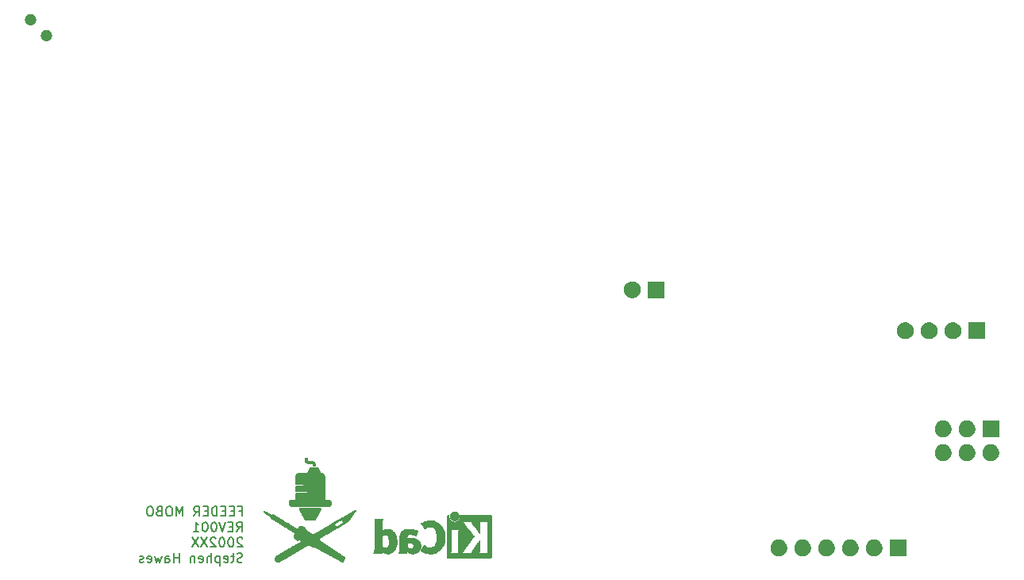
<source format=gbr>
G04 #@! TF.GenerationSoftware,KiCad,Pcbnew,(5.1.5-0-10_14)*
G04 #@! TF.CreationDate,2020-02-02T15:59:47-05:00*
G04 #@! TF.ProjectId,mobo,6d6f626f-2e6b-4696-9361-645f70636258,rev?*
G04 #@! TF.SameCoordinates,Original*
G04 #@! TF.FileFunction,Soldermask,Bot*
G04 #@! TF.FilePolarity,Negative*
%FSLAX46Y46*%
G04 Gerber Fmt 4.6, Leading zero omitted, Abs format (unit mm)*
G04 Created by KiCad (PCBNEW (5.1.5-0-10_14)) date 2020-02-02 15:59:47*
%MOMM*%
%LPD*%
G04 APERTURE LIST*
%ADD10C,0.150000*%
%ADD11C,0.010000*%
%ADD12C,0.100000*%
G04 APERTURE END LIST*
D10*
X78807023Y-158743571D02*
X79140356Y-158743571D01*
X79140356Y-159267380D02*
X79140356Y-158267380D01*
X78664166Y-158267380D01*
X78283213Y-158743571D02*
X77949880Y-158743571D01*
X77807023Y-159267380D02*
X78283213Y-159267380D01*
X78283213Y-158267380D01*
X77807023Y-158267380D01*
X77378452Y-158743571D02*
X77045118Y-158743571D01*
X76902261Y-159267380D02*
X77378452Y-159267380D01*
X77378452Y-158267380D01*
X76902261Y-158267380D01*
X76473690Y-159267380D02*
X76473690Y-158267380D01*
X76235594Y-158267380D01*
X76092737Y-158315000D01*
X75997499Y-158410238D01*
X75949880Y-158505476D01*
X75902261Y-158695952D01*
X75902261Y-158838809D01*
X75949880Y-159029285D01*
X75997499Y-159124523D01*
X76092737Y-159219761D01*
X76235594Y-159267380D01*
X76473690Y-159267380D01*
X75473690Y-158743571D02*
X75140356Y-158743571D01*
X74997499Y-159267380D02*
X75473690Y-159267380D01*
X75473690Y-158267380D01*
X74997499Y-158267380D01*
X73997499Y-159267380D02*
X74330832Y-158791190D01*
X74568928Y-159267380D02*
X74568928Y-158267380D01*
X74187975Y-158267380D01*
X74092737Y-158315000D01*
X74045118Y-158362619D01*
X73997499Y-158457857D01*
X73997499Y-158600714D01*
X74045118Y-158695952D01*
X74092737Y-158743571D01*
X74187975Y-158791190D01*
X74568928Y-158791190D01*
X72807023Y-159267380D02*
X72807023Y-158267380D01*
X72473690Y-158981666D01*
X72140356Y-158267380D01*
X72140356Y-159267380D01*
X71473690Y-158267380D02*
X71283213Y-158267380D01*
X71187975Y-158315000D01*
X71092737Y-158410238D01*
X71045118Y-158600714D01*
X71045118Y-158934047D01*
X71092737Y-159124523D01*
X71187975Y-159219761D01*
X71283213Y-159267380D01*
X71473690Y-159267380D01*
X71568928Y-159219761D01*
X71664166Y-159124523D01*
X71711785Y-158934047D01*
X71711785Y-158600714D01*
X71664166Y-158410238D01*
X71568928Y-158315000D01*
X71473690Y-158267380D01*
X70283213Y-158743571D02*
X70140356Y-158791190D01*
X70092737Y-158838809D01*
X70045118Y-158934047D01*
X70045118Y-159076904D01*
X70092737Y-159172142D01*
X70140356Y-159219761D01*
X70235594Y-159267380D01*
X70616547Y-159267380D01*
X70616547Y-158267380D01*
X70283213Y-158267380D01*
X70187975Y-158315000D01*
X70140356Y-158362619D01*
X70092737Y-158457857D01*
X70092737Y-158553095D01*
X70140356Y-158648333D01*
X70187975Y-158695952D01*
X70283213Y-158743571D01*
X70616547Y-158743571D01*
X69426071Y-158267380D02*
X69235594Y-158267380D01*
X69140356Y-158315000D01*
X69045118Y-158410238D01*
X68997499Y-158600714D01*
X68997499Y-158934047D01*
X69045118Y-159124523D01*
X69140356Y-159219761D01*
X69235594Y-159267380D01*
X69426071Y-159267380D01*
X69521309Y-159219761D01*
X69616547Y-159124523D01*
X69664166Y-158934047D01*
X69664166Y-158600714D01*
X69616547Y-158410238D01*
X69521309Y-158315000D01*
X69426071Y-158267380D01*
X78568928Y-160917380D02*
X78902261Y-160441190D01*
X79140356Y-160917380D02*
X79140356Y-159917380D01*
X78759404Y-159917380D01*
X78664166Y-159965000D01*
X78616547Y-160012619D01*
X78568928Y-160107857D01*
X78568928Y-160250714D01*
X78616547Y-160345952D01*
X78664166Y-160393571D01*
X78759404Y-160441190D01*
X79140356Y-160441190D01*
X78140356Y-160393571D02*
X77807023Y-160393571D01*
X77664166Y-160917380D02*
X78140356Y-160917380D01*
X78140356Y-159917380D01*
X77664166Y-159917380D01*
X77378452Y-159917380D02*
X77045118Y-160917380D01*
X76711785Y-159917380D01*
X76187975Y-159917380D02*
X76092737Y-159917380D01*
X75997499Y-159965000D01*
X75949880Y-160012619D01*
X75902261Y-160107857D01*
X75854642Y-160298333D01*
X75854642Y-160536428D01*
X75902261Y-160726904D01*
X75949880Y-160822142D01*
X75997499Y-160869761D01*
X76092737Y-160917380D01*
X76187975Y-160917380D01*
X76283213Y-160869761D01*
X76330832Y-160822142D01*
X76378452Y-160726904D01*
X76426071Y-160536428D01*
X76426071Y-160298333D01*
X76378452Y-160107857D01*
X76330832Y-160012619D01*
X76283213Y-159965000D01*
X76187975Y-159917380D01*
X75235594Y-159917380D02*
X75140356Y-159917380D01*
X75045118Y-159965000D01*
X74997499Y-160012619D01*
X74949880Y-160107857D01*
X74902261Y-160298333D01*
X74902261Y-160536428D01*
X74949880Y-160726904D01*
X74997499Y-160822142D01*
X75045118Y-160869761D01*
X75140356Y-160917380D01*
X75235594Y-160917380D01*
X75330832Y-160869761D01*
X75378452Y-160822142D01*
X75426071Y-160726904D01*
X75473690Y-160536428D01*
X75473690Y-160298333D01*
X75426071Y-160107857D01*
X75378452Y-160012619D01*
X75330832Y-159965000D01*
X75235594Y-159917380D01*
X73949880Y-160917380D02*
X74521309Y-160917380D01*
X74235594Y-160917380D02*
X74235594Y-159917380D01*
X74330832Y-160060238D01*
X74426071Y-160155476D01*
X74521309Y-160203095D01*
X79187975Y-161662619D02*
X79140356Y-161615000D01*
X79045118Y-161567380D01*
X78807023Y-161567380D01*
X78711785Y-161615000D01*
X78664166Y-161662619D01*
X78616547Y-161757857D01*
X78616547Y-161853095D01*
X78664166Y-161995952D01*
X79235594Y-162567380D01*
X78616547Y-162567380D01*
X77997499Y-161567380D02*
X77902261Y-161567380D01*
X77807023Y-161615000D01*
X77759404Y-161662619D01*
X77711785Y-161757857D01*
X77664166Y-161948333D01*
X77664166Y-162186428D01*
X77711785Y-162376904D01*
X77759404Y-162472142D01*
X77807023Y-162519761D01*
X77902261Y-162567380D01*
X77997499Y-162567380D01*
X78092737Y-162519761D01*
X78140356Y-162472142D01*
X78187975Y-162376904D01*
X78235594Y-162186428D01*
X78235594Y-161948333D01*
X78187975Y-161757857D01*
X78140356Y-161662619D01*
X78092737Y-161615000D01*
X77997499Y-161567380D01*
X77045118Y-161567380D02*
X76949880Y-161567380D01*
X76854642Y-161615000D01*
X76807023Y-161662619D01*
X76759404Y-161757857D01*
X76711785Y-161948333D01*
X76711785Y-162186428D01*
X76759404Y-162376904D01*
X76807023Y-162472142D01*
X76854642Y-162519761D01*
X76949880Y-162567380D01*
X77045118Y-162567380D01*
X77140356Y-162519761D01*
X77187975Y-162472142D01*
X77235594Y-162376904D01*
X77283213Y-162186428D01*
X77283213Y-161948333D01*
X77235594Y-161757857D01*
X77187975Y-161662619D01*
X77140356Y-161615000D01*
X77045118Y-161567380D01*
X76330832Y-161662619D02*
X76283213Y-161615000D01*
X76187975Y-161567380D01*
X75949880Y-161567380D01*
X75854642Y-161615000D01*
X75807023Y-161662619D01*
X75759404Y-161757857D01*
X75759404Y-161853095D01*
X75807023Y-161995952D01*
X76378452Y-162567380D01*
X75759404Y-162567380D01*
X75426071Y-161567380D02*
X74759404Y-162567380D01*
X74759404Y-161567380D02*
X75426071Y-162567380D01*
X74473690Y-161567380D02*
X73807023Y-162567380D01*
X73807023Y-161567380D02*
X74473690Y-162567380D01*
X79187975Y-164169761D02*
X79045118Y-164217380D01*
X78807023Y-164217380D01*
X78711785Y-164169761D01*
X78664166Y-164122142D01*
X78616547Y-164026904D01*
X78616547Y-163931666D01*
X78664166Y-163836428D01*
X78711785Y-163788809D01*
X78807023Y-163741190D01*
X78997499Y-163693571D01*
X79092737Y-163645952D01*
X79140356Y-163598333D01*
X79187975Y-163503095D01*
X79187975Y-163407857D01*
X79140356Y-163312619D01*
X79092737Y-163265000D01*
X78997499Y-163217380D01*
X78759404Y-163217380D01*
X78616547Y-163265000D01*
X78330832Y-163550714D02*
X77949880Y-163550714D01*
X78187975Y-163217380D02*
X78187975Y-164074523D01*
X78140356Y-164169761D01*
X78045118Y-164217380D01*
X77949880Y-164217380D01*
X77235594Y-164169761D02*
X77330832Y-164217380D01*
X77521309Y-164217380D01*
X77616547Y-164169761D01*
X77664166Y-164074523D01*
X77664166Y-163693571D01*
X77616547Y-163598333D01*
X77521309Y-163550714D01*
X77330832Y-163550714D01*
X77235594Y-163598333D01*
X77187975Y-163693571D01*
X77187975Y-163788809D01*
X77664166Y-163884047D01*
X76759404Y-163550714D02*
X76759404Y-164550714D01*
X76759404Y-163598333D02*
X76664166Y-163550714D01*
X76473690Y-163550714D01*
X76378452Y-163598333D01*
X76330832Y-163645952D01*
X76283213Y-163741190D01*
X76283213Y-164026904D01*
X76330832Y-164122142D01*
X76378452Y-164169761D01*
X76473690Y-164217380D01*
X76664166Y-164217380D01*
X76759404Y-164169761D01*
X75854642Y-164217380D02*
X75854642Y-163217380D01*
X75426071Y-164217380D02*
X75426071Y-163693571D01*
X75473690Y-163598333D01*
X75568928Y-163550714D01*
X75711785Y-163550714D01*
X75807023Y-163598333D01*
X75854642Y-163645952D01*
X74568928Y-164169761D02*
X74664166Y-164217380D01*
X74854642Y-164217380D01*
X74949880Y-164169761D01*
X74997499Y-164074523D01*
X74997499Y-163693571D01*
X74949880Y-163598333D01*
X74854642Y-163550714D01*
X74664166Y-163550714D01*
X74568928Y-163598333D01*
X74521309Y-163693571D01*
X74521309Y-163788809D01*
X74997499Y-163884047D01*
X74092737Y-163550714D02*
X74092737Y-164217380D01*
X74092737Y-163645952D02*
X74045118Y-163598333D01*
X73949880Y-163550714D01*
X73807023Y-163550714D01*
X73711785Y-163598333D01*
X73664166Y-163693571D01*
X73664166Y-164217380D01*
X72426071Y-164217380D02*
X72426071Y-163217380D01*
X72426071Y-163693571D02*
X71854642Y-163693571D01*
X71854642Y-164217380D02*
X71854642Y-163217380D01*
X70949880Y-164217380D02*
X70949880Y-163693571D01*
X70997499Y-163598333D01*
X71092737Y-163550714D01*
X71283213Y-163550714D01*
X71378452Y-163598333D01*
X70949880Y-164169761D02*
X71045118Y-164217380D01*
X71283213Y-164217380D01*
X71378452Y-164169761D01*
X71426071Y-164074523D01*
X71426071Y-163979285D01*
X71378452Y-163884047D01*
X71283213Y-163836428D01*
X71045118Y-163836428D01*
X70949880Y-163788809D01*
X70568928Y-163550714D02*
X70378452Y-164217380D01*
X70187975Y-163741190D01*
X69997499Y-164217380D01*
X69807023Y-163550714D01*
X69045118Y-164169761D02*
X69140356Y-164217380D01*
X69330832Y-164217380D01*
X69426071Y-164169761D01*
X69473690Y-164074523D01*
X69473690Y-163693571D01*
X69426071Y-163598333D01*
X69330832Y-163550714D01*
X69140356Y-163550714D01*
X69045118Y-163598333D01*
X68997499Y-163693571D01*
X68997499Y-163788809D01*
X69473690Y-163884047D01*
X68616547Y-164169761D02*
X68521309Y-164217380D01*
X68330832Y-164217380D01*
X68235594Y-164169761D01*
X68187975Y-164074523D01*
X68187975Y-164026904D01*
X68235594Y-163931666D01*
X68330832Y-163884047D01*
X68473690Y-163884047D01*
X68568928Y-163836428D01*
X68616547Y-163741190D01*
X68616547Y-163693571D01*
X68568928Y-163598333D01*
X68473690Y-163550714D01*
X68330832Y-163550714D01*
X68235594Y-163598333D01*
D11*
G36*
X101714043Y-158824571D02*
G01*
X101617768Y-158848809D01*
X101531184Y-158891641D01*
X101456373Y-158951419D01*
X101395418Y-159026494D01*
X101350399Y-159115220D01*
X101324136Y-159211530D01*
X101318286Y-159308795D01*
X101333140Y-159402654D01*
X101366840Y-159490511D01*
X101417528Y-159569770D01*
X101483345Y-159637836D01*
X101562434Y-159692112D01*
X101652934Y-159730002D01*
X101704200Y-159742426D01*
X101748698Y-159749947D01*
X101782999Y-159752919D01*
X101815960Y-159751094D01*
X101856434Y-159744225D01*
X101889531Y-159737250D01*
X101982947Y-159705741D01*
X102066619Y-159654617D01*
X102138665Y-159585429D01*
X102197200Y-159499728D01*
X102211148Y-159472489D01*
X102227586Y-159436122D01*
X102237894Y-159405582D01*
X102243460Y-159373450D01*
X102245669Y-159332307D01*
X102245948Y-159286222D01*
X102241861Y-159201865D01*
X102228446Y-159132586D01*
X102203256Y-159071961D01*
X102163846Y-159013567D01*
X102125298Y-158969302D01*
X102053406Y-158903484D01*
X101978313Y-158858053D01*
X101895562Y-158830850D01*
X101817928Y-158820576D01*
X101714043Y-158824571D01*
G37*
X101714043Y-158824571D02*
X101617768Y-158848809D01*
X101531184Y-158891641D01*
X101456373Y-158951419D01*
X101395418Y-159026494D01*
X101350399Y-159115220D01*
X101324136Y-159211530D01*
X101318286Y-159308795D01*
X101333140Y-159402654D01*
X101366840Y-159490511D01*
X101417528Y-159569770D01*
X101483345Y-159637836D01*
X101562434Y-159692112D01*
X101652934Y-159730002D01*
X101704200Y-159742426D01*
X101748698Y-159749947D01*
X101782999Y-159752919D01*
X101815960Y-159751094D01*
X101856434Y-159744225D01*
X101889531Y-159737250D01*
X101982947Y-159705741D01*
X102066619Y-159654617D01*
X102138665Y-159585429D01*
X102197200Y-159499728D01*
X102211148Y-159472489D01*
X102227586Y-159436122D01*
X102237894Y-159405582D01*
X102243460Y-159373450D01*
X102245669Y-159332307D01*
X102245948Y-159286222D01*
X102241861Y-159201865D01*
X102228446Y-159132586D01*
X102203256Y-159071961D01*
X102163846Y-159013567D01*
X102125298Y-158969302D01*
X102053406Y-158903484D01*
X101978313Y-158858053D01*
X101895562Y-158830850D01*
X101817928Y-158820576D01*
X101714043Y-158824571D01*
G36*
X93254493Y-161270245D02*
G01*
X93254474Y-161504662D01*
X93254448Y-161717603D01*
X93254375Y-161910168D01*
X93254218Y-162083459D01*
X93253936Y-162238576D01*
X93253491Y-162376620D01*
X93252844Y-162498692D01*
X93251955Y-162605894D01*
X93250787Y-162699326D01*
X93249299Y-162780090D01*
X93247454Y-162849286D01*
X93245211Y-162908015D01*
X93242531Y-162957379D01*
X93239377Y-162998478D01*
X93235708Y-163032413D01*
X93231487Y-163060286D01*
X93226673Y-163083198D01*
X93221227Y-163102249D01*
X93215112Y-163118540D01*
X93208288Y-163133173D01*
X93200715Y-163147249D01*
X93192355Y-163161868D01*
X93187161Y-163170974D01*
X93152896Y-163231689D01*
X94011045Y-163231689D01*
X94011045Y-163135733D01*
X94011776Y-163092370D01*
X94013728Y-163059205D01*
X94016537Y-163041424D01*
X94017779Y-163039778D01*
X94029201Y-163046662D01*
X94051916Y-163064505D01*
X94074615Y-163083879D01*
X94129200Y-163124614D01*
X94198679Y-163165617D01*
X94275730Y-163203123D01*
X94353035Y-163233364D01*
X94383887Y-163243012D01*
X94452384Y-163257578D01*
X94535236Y-163267539D01*
X94624629Y-163272583D01*
X94712752Y-163272396D01*
X94791793Y-163266666D01*
X94829489Y-163260858D01*
X94967586Y-163222797D01*
X95094887Y-163165073D01*
X95210708Y-163088211D01*
X95314363Y-162992739D01*
X95405167Y-162879179D01*
X95471969Y-162768381D01*
X95526836Y-162651625D01*
X95568837Y-162532276D01*
X95598833Y-162406283D01*
X95617689Y-162269594D01*
X95626268Y-162118158D01*
X95626994Y-162040711D01*
X95624900Y-161983934D01*
X94795783Y-161983934D01*
X94795576Y-162077002D01*
X94792663Y-162164692D01*
X94787000Y-162241772D01*
X94778545Y-162303009D01*
X94775962Y-162315350D01*
X94744160Y-162422633D01*
X94702502Y-162509658D01*
X94650637Y-162576642D01*
X94588219Y-162623805D01*
X94514900Y-162651365D01*
X94430331Y-162659541D01*
X94334165Y-162648551D01*
X94270689Y-162632829D01*
X94221546Y-162614639D01*
X94167417Y-162588791D01*
X94126756Y-162565089D01*
X94056200Y-162518721D01*
X94056200Y-161368530D01*
X94123608Y-161324962D01*
X94202133Y-161284040D01*
X94286319Y-161257389D01*
X94371443Y-161245465D01*
X94452784Y-161248722D01*
X94525620Y-161267615D01*
X94557574Y-161283184D01*
X94615499Y-161326181D01*
X94664456Y-161382953D01*
X94705610Y-161455575D01*
X94740126Y-161546121D01*
X94769167Y-161656666D01*
X94770448Y-161662533D01*
X94780619Y-161724788D01*
X94788261Y-161802594D01*
X94793330Y-161890720D01*
X94795783Y-161983934D01*
X95624900Y-161983934D01*
X95619143Y-161827895D01*
X95597198Y-161632059D01*
X95561214Y-161453332D01*
X95511241Y-161291845D01*
X95447332Y-161147726D01*
X95369538Y-161021106D01*
X95277911Y-160912115D01*
X95172503Y-160820883D01*
X95127338Y-160789932D01*
X95026389Y-160733785D01*
X94923099Y-160694174D01*
X94813011Y-160670014D01*
X94691670Y-160660219D01*
X94599164Y-160661265D01*
X94469510Y-160672231D01*
X94356916Y-160694046D01*
X94258125Y-160727714D01*
X94169879Y-160774236D01*
X94121014Y-160808448D01*
X94091647Y-160830362D01*
X94069957Y-160845333D01*
X94061747Y-160849733D01*
X94060132Y-160838904D01*
X94058841Y-160808251D01*
X94057862Y-160760526D01*
X94057183Y-160698479D01*
X94056790Y-160624862D01*
X94056670Y-160542427D01*
X94056812Y-160453925D01*
X94057203Y-160362107D01*
X94057829Y-160269724D01*
X94058680Y-160179528D01*
X94059740Y-160094271D01*
X94060999Y-160016703D01*
X94062444Y-159949576D01*
X94064062Y-159895641D01*
X94065839Y-159857650D01*
X94066331Y-159850667D01*
X94073908Y-159780251D01*
X94085469Y-159725102D01*
X94103208Y-159677981D01*
X94129318Y-159631647D01*
X94135585Y-159622067D01*
X94160017Y-159585378D01*
X93254689Y-159585378D01*
X93254493Y-161270245D01*
G37*
X93254493Y-161270245D02*
X93254474Y-161504662D01*
X93254448Y-161717603D01*
X93254375Y-161910168D01*
X93254218Y-162083459D01*
X93253936Y-162238576D01*
X93253491Y-162376620D01*
X93252844Y-162498692D01*
X93251955Y-162605894D01*
X93250787Y-162699326D01*
X93249299Y-162780090D01*
X93247454Y-162849286D01*
X93245211Y-162908015D01*
X93242531Y-162957379D01*
X93239377Y-162998478D01*
X93235708Y-163032413D01*
X93231487Y-163060286D01*
X93226673Y-163083198D01*
X93221227Y-163102249D01*
X93215112Y-163118540D01*
X93208288Y-163133173D01*
X93200715Y-163147249D01*
X93192355Y-163161868D01*
X93187161Y-163170974D01*
X93152896Y-163231689D01*
X94011045Y-163231689D01*
X94011045Y-163135733D01*
X94011776Y-163092370D01*
X94013728Y-163059205D01*
X94016537Y-163041424D01*
X94017779Y-163039778D01*
X94029201Y-163046662D01*
X94051916Y-163064505D01*
X94074615Y-163083879D01*
X94129200Y-163124614D01*
X94198679Y-163165617D01*
X94275730Y-163203123D01*
X94353035Y-163233364D01*
X94383887Y-163243012D01*
X94452384Y-163257578D01*
X94535236Y-163267539D01*
X94624629Y-163272583D01*
X94712752Y-163272396D01*
X94791793Y-163266666D01*
X94829489Y-163260858D01*
X94967586Y-163222797D01*
X95094887Y-163165073D01*
X95210708Y-163088211D01*
X95314363Y-162992739D01*
X95405167Y-162879179D01*
X95471969Y-162768381D01*
X95526836Y-162651625D01*
X95568837Y-162532276D01*
X95598833Y-162406283D01*
X95617689Y-162269594D01*
X95626268Y-162118158D01*
X95626994Y-162040711D01*
X95624900Y-161983934D01*
X94795783Y-161983934D01*
X94795576Y-162077002D01*
X94792663Y-162164692D01*
X94787000Y-162241772D01*
X94778545Y-162303009D01*
X94775962Y-162315350D01*
X94744160Y-162422633D01*
X94702502Y-162509658D01*
X94650637Y-162576642D01*
X94588219Y-162623805D01*
X94514900Y-162651365D01*
X94430331Y-162659541D01*
X94334165Y-162648551D01*
X94270689Y-162632829D01*
X94221546Y-162614639D01*
X94167417Y-162588791D01*
X94126756Y-162565089D01*
X94056200Y-162518721D01*
X94056200Y-161368530D01*
X94123608Y-161324962D01*
X94202133Y-161284040D01*
X94286319Y-161257389D01*
X94371443Y-161245465D01*
X94452784Y-161248722D01*
X94525620Y-161267615D01*
X94557574Y-161283184D01*
X94615499Y-161326181D01*
X94664456Y-161382953D01*
X94705610Y-161455575D01*
X94740126Y-161546121D01*
X94769167Y-161656666D01*
X94770448Y-161662533D01*
X94780619Y-161724788D01*
X94788261Y-161802594D01*
X94793330Y-161890720D01*
X94795783Y-161983934D01*
X95624900Y-161983934D01*
X95619143Y-161827895D01*
X95597198Y-161632059D01*
X95561214Y-161453332D01*
X95511241Y-161291845D01*
X95447332Y-161147726D01*
X95369538Y-161021106D01*
X95277911Y-160912115D01*
X95172503Y-160820883D01*
X95127338Y-160789932D01*
X95026389Y-160733785D01*
X94923099Y-160694174D01*
X94813011Y-160670014D01*
X94691670Y-160660219D01*
X94599164Y-160661265D01*
X94469510Y-160672231D01*
X94356916Y-160694046D01*
X94258125Y-160727714D01*
X94169879Y-160774236D01*
X94121014Y-160808448D01*
X94091647Y-160830362D01*
X94069957Y-160845333D01*
X94061747Y-160849733D01*
X94060132Y-160838904D01*
X94058841Y-160808251D01*
X94057862Y-160760526D01*
X94057183Y-160698479D01*
X94056790Y-160624862D01*
X94056670Y-160542427D01*
X94056812Y-160453925D01*
X94057203Y-160362107D01*
X94057829Y-160269724D01*
X94058680Y-160179528D01*
X94059740Y-160094271D01*
X94060999Y-160016703D01*
X94062444Y-159949576D01*
X94064062Y-159895641D01*
X94065839Y-159857650D01*
X94066331Y-159850667D01*
X94073908Y-159780251D01*
X94085469Y-159725102D01*
X94103208Y-159677981D01*
X94129318Y-159631647D01*
X94135585Y-159622067D01*
X94160017Y-159585378D01*
X93254689Y-159585378D01*
X93254493Y-161270245D01*
G36*
X96767426Y-160664552D02*
G01*
X96615508Y-160684567D01*
X96480244Y-160718202D01*
X96360761Y-160765725D01*
X96256185Y-160827405D01*
X96178576Y-160890965D01*
X96109735Y-160965099D01*
X96055994Y-161044871D01*
X96013090Y-161137091D01*
X95997616Y-161180161D01*
X95984756Y-161219142D01*
X95973554Y-161255289D01*
X95963880Y-161290434D01*
X95955604Y-161326410D01*
X95948597Y-161365050D01*
X95942728Y-161408185D01*
X95937869Y-161457649D01*
X95933890Y-161515273D01*
X95930660Y-161582891D01*
X95928051Y-161662334D01*
X95925933Y-161755436D01*
X95924176Y-161864027D01*
X95922651Y-161989942D01*
X95921228Y-162135012D01*
X95919975Y-162277778D01*
X95918649Y-162433968D01*
X95917444Y-162569239D01*
X95916234Y-162685246D01*
X95914894Y-162783645D01*
X95913300Y-162866093D01*
X95911325Y-162934246D01*
X95908844Y-162989760D01*
X95905731Y-163034292D01*
X95901862Y-163069498D01*
X95897111Y-163097034D01*
X95891352Y-163118556D01*
X95884461Y-163135722D01*
X95876311Y-163150186D01*
X95866777Y-163163606D01*
X95855734Y-163177638D01*
X95851434Y-163183071D01*
X95835614Y-163205910D01*
X95828578Y-163221463D01*
X95828556Y-163221922D01*
X95839433Y-163224121D01*
X95870418Y-163226147D01*
X95919043Y-163227942D01*
X95982837Y-163229451D01*
X96059331Y-163230616D01*
X96146056Y-163231380D01*
X96240543Y-163231686D01*
X96251450Y-163231689D01*
X96674343Y-163231689D01*
X96677605Y-163135622D01*
X96680867Y-163039556D01*
X96742956Y-163090543D01*
X96840286Y-163158057D01*
X96950187Y-163212749D01*
X97036651Y-163242978D01*
X97105722Y-163257666D01*
X97189075Y-163267659D01*
X97278841Y-163272646D01*
X97367155Y-163272313D01*
X97446149Y-163266351D01*
X97482378Y-163260638D01*
X97622397Y-163222776D01*
X97748822Y-163167932D01*
X97860740Y-163096924D01*
X97957238Y-163010568D01*
X98037400Y-162909679D01*
X98100313Y-162795076D01*
X98144688Y-162668984D01*
X98157022Y-162612401D01*
X98164632Y-162550202D01*
X98168261Y-162475363D01*
X98168755Y-162441467D01*
X98168690Y-162438282D01*
X97408752Y-162438282D01*
X97399459Y-162513333D01*
X97371272Y-162577160D01*
X97322803Y-162632798D01*
X97317746Y-162637211D01*
X97269452Y-162672037D01*
X97217743Y-162694620D01*
X97157011Y-162706540D01*
X97081648Y-162709383D01*
X97063541Y-162708978D01*
X97009722Y-162706325D01*
X96969692Y-162700909D01*
X96934676Y-162690745D01*
X96895897Y-162673850D01*
X96885255Y-162668672D01*
X96824604Y-162632844D01*
X96777785Y-162590212D01*
X96765048Y-162574973D01*
X96720378Y-162518462D01*
X96720378Y-162322586D01*
X96720914Y-162243939D01*
X96722604Y-162185988D01*
X96725572Y-162146875D01*
X96729943Y-162124741D01*
X96734028Y-162118274D01*
X96749953Y-162115111D01*
X96783736Y-162112488D01*
X96830660Y-162110655D01*
X96886007Y-162109857D01*
X96894894Y-162109842D01*
X97015670Y-162115096D01*
X97118340Y-162131263D01*
X97204894Y-162158961D01*
X97277319Y-162198808D01*
X97332249Y-162245758D01*
X97376796Y-162303645D01*
X97401520Y-162366693D01*
X97408752Y-162438282D01*
X98168690Y-162438282D01*
X98166822Y-162347712D01*
X98158478Y-162268812D01*
X98142232Y-162197590D01*
X98116595Y-162126864D01*
X98092599Y-162074493D01*
X98033980Y-161979196D01*
X97955883Y-161891170D01*
X97860685Y-161812017D01*
X97750762Y-161743340D01*
X97628490Y-161686741D01*
X97496245Y-161643821D01*
X97431578Y-161628882D01*
X97295396Y-161606777D01*
X97146951Y-161592194D01*
X96995495Y-161585813D01*
X96868936Y-161587445D01*
X96707050Y-161594224D01*
X96714470Y-161535245D01*
X96733762Y-161436092D01*
X96764896Y-161355372D01*
X96808731Y-161292466D01*
X96866129Y-161246756D01*
X96937952Y-161217622D01*
X97025059Y-161204447D01*
X97128314Y-161206611D01*
X97166289Y-161210612D01*
X97307480Y-161235780D01*
X97444293Y-161276814D01*
X97538822Y-161314815D01*
X97583982Y-161334190D01*
X97622415Y-161349760D01*
X97648766Y-161359405D01*
X97656454Y-161361452D01*
X97666198Y-161352374D01*
X97682917Y-161323405D01*
X97706768Y-161274217D01*
X97737907Y-161204484D01*
X97776493Y-161113879D01*
X97783090Y-161098089D01*
X97813147Y-161025772D01*
X97840126Y-160960425D01*
X97862864Y-160904906D01*
X97880194Y-160862072D01*
X97890952Y-160834781D01*
X97894059Y-160825942D01*
X97884060Y-160821187D01*
X97857783Y-160815910D01*
X97829511Y-160812231D01*
X97799354Y-160807474D01*
X97751567Y-160798028D01*
X97690388Y-160784820D01*
X97620054Y-160768776D01*
X97544806Y-160750820D01*
X97516245Y-160743797D01*
X97411184Y-160718209D01*
X97323520Y-160698147D01*
X97248932Y-160682969D01*
X97183097Y-160672035D01*
X97121693Y-160664704D01*
X97060398Y-160660335D01*
X96994890Y-160658287D01*
X96936872Y-160657889D01*
X96767426Y-160664552D01*
G37*
X96767426Y-160664552D02*
X96615508Y-160684567D01*
X96480244Y-160718202D01*
X96360761Y-160765725D01*
X96256185Y-160827405D01*
X96178576Y-160890965D01*
X96109735Y-160965099D01*
X96055994Y-161044871D01*
X96013090Y-161137091D01*
X95997616Y-161180161D01*
X95984756Y-161219142D01*
X95973554Y-161255289D01*
X95963880Y-161290434D01*
X95955604Y-161326410D01*
X95948597Y-161365050D01*
X95942728Y-161408185D01*
X95937869Y-161457649D01*
X95933890Y-161515273D01*
X95930660Y-161582891D01*
X95928051Y-161662334D01*
X95925933Y-161755436D01*
X95924176Y-161864027D01*
X95922651Y-161989942D01*
X95921228Y-162135012D01*
X95919975Y-162277778D01*
X95918649Y-162433968D01*
X95917444Y-162569239D01*
X95916234Y-162685246D01*
X95914894Y-162783645D01*
X95913300Y-162866093D01*
X95911325Y-162934246D01*
X95908844Y-162989760D01*
X95905731Y-163034292D01*
X95901862Y-163069498D01*
X95897111Y-163097034D01*
X95891352Y-163118556D01*
X95884461Y-163135722D01*
X95876311Y-163150186D01*
X95866777Y-163163606D01*
X95855734Y-163177638D01*
X95851434Y-163183071D01*
X95835614Y-163205910D01*
X95828578Y-163221463D01*
X95828556Y-163221922D01*
X95839433Y-163224121D01*
X95870418Y-163226147D01*
X95919043Y-163227942D01*
X95982837Y-163229451D01*
X96059331Y-163230616D01*
X96146056Y-163231380D01*
X96240543Y-163231686D01*
X96251450Y-163231689D01*
X96674343Y-163231689D01*
X96677605Y-163135622D01*
X96680867Y-163039556D01*
X96742956Y-163090543D01*
X96840286Y-163158057D01*
X96950187Y-163212749D01*
X97036651Y-163242978D01*
X97105722Y-163257666D01*
X97189075Y-163267659D01*
X97278841Y-163272646D01*
X97367155Y-163272313D01*
X97446149Y-163266351D01*
X97482378Y-163260638D01*
X97622397Y-163222776D01*
X97748822Y-163167932D01*
X97860740Y-163096924D01*
X97957238Y-163010568D01*
X98037400Y-162909679D01*
X98100313Y-162795076D01*
X98144688Y-162668984D01*
X98157022Y-162612401D01*
X98164632Y-162550202D01*
X98168261Y-162475363D01*
X98168755Y-162441467D01*
X98168690Y-162438282D01*
X97408752Y-162438282D01*
X97399459Y-162513333D01*
X97371272Y-162577160D01*
X97322803Y-162632798D01*
X97317746Y-162637211D01*
X97269452Y-162672037D01*
X97217743Y-162694620D01*
X97157011Y-162706540D01*
X97081648Y-162709383D01*
X97063541Y-162708978D01*
X97009722Y-162706325D01*
X96969692Y-162700909D01*
X96934676Y-162690745D01*
X96895897Y-162673850D01*
X96885255Y-162668672D01*
X96824604Y-162632844D01*
X96777785Y-162590212D01*
X96765048Y-162574973D01*
X96720378Y-162518462D01*
X96720378Y-162322586D01*
X96720914Y-162243939D01*
X96722604Y-162185988D01*
X96725572Y-162146875D01*
X96729943Y-162124741D01*
X96734028Y-162118274D01*
X96749953Y-162115111D01*
X96783736Y-162112488D01*
X96830660Y-162110655D01*
X96886007Y-162109857D01*
X96894894Y-162109842D01*
X97015670Y-162115096D01*
X97118340Y-162131263D01*
X97204894Y-162158961D01*
X97277319Y-162198808D01*
X97332249Y-162245758D01*
X97376796Y-162303645D01*
X97401520Y-162366693D01*
X97408752Y-162438282D01*
X98168690Y-162438282D01*
X98166822Y-162347712D01*
X98158478Y-162268812D01*
X98142232Y-162197590D01*
X98116595Y-162126864D01*
X98092599Y-162074493D01*
X98033980Y-161979196D01*
X97955883Y-161891170D01*
X97860685Y-161812017D01*
X97750762Y-161743340D01*
X97628490Y-161686741D01*
X97496245Y-161643821D01*
X97431578Y-161628882D01*
X97295396Y-161606777D01*
X97146951Y-161592194D01*
X96995495Y-161585813D01*
X96868936Y-161587445D01*
X96707050Y-161594224D01*
X96714470Y-161535245D01*
X96733762Y-161436092D01*
X96764896Y-161355372D01*
X96808731Y-161292466D01*
X96866129Y-161246756D01*
X96937952Y-161217622D01*
X97025059Y-161204447D01*
X97128314Y-161206611D01*
X97166289Y-161210612D01*
X97307480Y-161235780D01*
X97444293Y-161276814D01*
X97538822Y-161314815D01*
X97583982Y-161334190D01*
X97622415Y-161349760D01*
X97648766Y-161359405D01*
X97656454Y-161361452D01*
X97666198Y-161352374D01*
X97682917Y-161323405D01*
X97706768Y-161274217D01*
X97737907Y-161204484D01*
X97776493Y-161113879D01*
X97783090Y-161098089D01*
X97813147Y-161025772D01*
X97840126Y-160960425D01*
X97862864Y-160904906D01*
X97880194Y-160862072D01*
X97890952Y-160834781D01*
X97894059Y-160825942D01*
X97884060Y-160821187D01*
X97857783Y-160815910D01*
X97829511Y-160812231D01*
X97799354Y-160807474D01*
X97751567Y-160798028D01*
X97690388Y-160784820D01*
X97620054Y-160768776D01*
X97544806Y-160750820D01*
X97516245Y-160743797D01*
X97411184Y-160718209D01*
X97323520Y-160698147D01*
X97248932Y-160682969D01*
X97183097Y-160672035D01*
X97121693Y-160664704D01*
X97060398Y-160660335D01*
X96994890Y-160658287D01*
X96936872Y-160657889D01*
X96767426Y-160664552D01*
G36*
X99112571Y-159747071D02*
G01*
X98952430Y-159768245D01*
X98788490Y-159808385D01*
X98618687Y-159867889D01*
X98440957Y-159947154D01*
X98429690Y-159952699D01*
X98371995Y-159980725D01*
X98320448Y-160004802D01*
X98278809Y-160023249D01*
X98250838Y-160034386D01*
X98241267Y-160036933D01*
X98222050Y-160041941D01*
X98217439Y-160046147D01*
X98222542Y-160056580D01*
X98238582Y-160082868D01*
X98263712Y-160122257D01*
X98296086Y-160171991D01*
X98333857Y-160229315D01*
X98375178Y-160291476D01*
X98418202Y-160355718D01*
X98461083Y-160419285D01*
X98501974Y-160479425D01*
X98539029Y-160533380D01*
X98570400Y-160578397D01*
X98594241Y-160611721D01*
X98608706Y-160630597D01*
X98610691Y-160632787D01*
X98620809Y-160628138D01*
X98643150Y-160610962D01*
X98673720Y-160584440D01*
X98689464Y-160569964D01*
X98785953Y-160494682D01*
X98892664Y-160439241D01*
X99008168Y-160404141D01*
X99131038Y-160389880D01*
X99200439Y-160391051D01*
X99321577Y-160408212D01*
X99430795Y-160444094D01*
X99528418Y-160498959D01*
X99614772Y-160573070D01*
X99690185Y-160666688D01*
X99754982Y-160780076D01*
X99792399Y-160866667D01*
X99836252Y-161002366D01*
X99868572Y-161149850D01*
X99889443Y-161305314D01*
X99898949Y-161464956D01*
X99897173Y-161624973D01*
X99884197Y-161781561D01*
X99860106Y-161930918D01*
X99824982Y-162069240D01*
X99778908Y-162192724D01*
X99762627Y-162226978D01*
X99694380Y-162341064D01*
X99613921Y-162437557D01*
X99522430Y-162515670D01*
X99421089Y-162574617D01*
X99311080Y-162613612D01*
X99193585Y-162631868D01*
X99152117Y-162633211D01*
X99030559Y-162622290D01*
X98910122Y-162589474D01*
X98792334Y-162535439D01*
X98678723Y-162460865D01*
X98587315Y-162382539D01*
X98540785Y-162338008D01*
X98359517Y-162635271D01*
X98314420Y-162709433D01*
X98273181Y-162777646D01*
X98237265Y-162837459D01*
X98208134Y-162886420D01*
X98187250Y-162922079D01*
X98176076Y-162941984D01*
X98174625Y-162945079D01*
X98182854Y-162954718D01*
X98208433Y-162971999D01*
X98248127Y-162995283D01*
X98298703Y-163022934D01*
X98356926Y-163053315D01*
X98419563Y-163084790D01*
X98483379Y-163115722D01*
X98545140Y-163144473D01*
X98601612Y-163169408D01*
X98649562Y-163188889D01*
X98673014Y-163197318D01*
X98806779Y-163235133D01*
X98944673Y-163260136D01*
X99092378Y-163273140D01*
X99219167Y-163275468D01*
X99287122Y-163274373D01*
X99352723Y-163272275D01*
X99410153Y-163269434D01*
X99453597Y-163266106D01*
X99467702Y-163264422D01*
X99606716Y-163235587D01*
X99748243Y-163190468D01*
X99885725Y-163131750D01*
X100012606Y-163062120D01*
X100090111Y-163009441D01*
X100217519Y-162901239D01*
X100335822Y-162774671D01*
X100442828Y-162632866D01*
X100536348Y-162478951D01*
X100614190Y-162316053D01*
X100658044Y-162198756D01*
X100708292Y-162015128D01*
X100741791Y-161820581D01*
X100758551Y-161619325D01*
X100758584Y-161415568D01*
X100741899Y-161213521D01*
X100708507Y-161017392D01*
X100658420Y-160831391D01*
X100654603Y-160819803D01*
X100591719Y-160657750D01*
X100514972Y-160509832D01*
X100421758Y-160371865D01*
X100309473Y-160239661D01*
X100265608Y-160194399D01*
X100129466Y-160070457D01*
X99989509Y-159967915D01*
X99843589Y-159885656D01*
X99689558Y-159822564D01*
X99525268Y-159777523D01*
X99429711Y-159760033D01*
X99270977Y-159744466D01*
X99112571Y-159747071D01*
G37*
X99112571Y-159747071D02*
X98952430Y-159768245D01*
X98788490Y-159808385D01*
X98618687Y-159867889D01*
X98440957Y-159947154D01*
X98429690Y-159952699D01*
X98371995Y-159980725D01*
X98320448Y-160004802D01*
X98278809Y-160023249D01*
X98250838Y-160034386D01*
X98241267Y-160036933D01*
X98222050Y-160041941D01*
X98217439Y-160046147D01*
X98222542Y-160056580D01*
X98238582Y-160082868D01*
X98263712Y-160122257D01*
X98296086Y-160171991D01*
X98333857Y-160229315D01*
X98375178Y-160291476D01*
X98418202Y-160355718D01*
X98461083Y-160419285D01*
X98501974Y-160479425D01*
X98539029Y-160533380D01*
X98570400Y-160578397D01*
X98594241Y-160611721D01*
X98608706Y-160630597D01*
X98610691Y-160632787D01*
X98620809Y-160628138D01*
X98643150Y-160610962D01*
X98673720Y-160584440D01*
X98689464Y-160569964D01*
X98785953Y-160494682D01*
X98892664Y-160439241D01*
X99008168Y-160404141D01*
X99131038Y-160389880D01*
X99200439Y-160391051D01*
X99321577Y-160408212D01*
X99430795Y-160444094D01*
X99528418Y-160498959D01*
X99614772Y-160573070D01*
X99690185Y-160666688D01*
X99754982Y-160780076D01*
X99792399Y-160866667D01*
X99836252Y-161002366D01*
X99868572Y-161149850D01*
X99889443Y-161305314D01*
X99898949Y-161464956D01*
X99897173Y-161624973D01*
X99884197Y-161781561D01*
X99860106Y-161930918D01*
X99824982Y-162069240D01*
X99778908Y-162192724D01*
X99762627Y-162226978D01*
X99694380Y-162341064D01*
X99613921Y-162437557D01*
X99522430Y-162515670D01*
X99421089Y-162574617D01*
X99311080Y-162613612D01*
X99193585Y-162631868D01*
X99152117Y-162633211D01*
X99030559Y-162622290D01*
X98910122Y-162589474D01*
X98792334Y-162535439D01*
X98678723Y-162460865D01*
X98587315Y-162382539D01*
X98540785Y-162338008D01*
X98359517Y-162635271D01*
X98314420Y-162709433D01*
X98273181Y-162777646D01*
X98237265Y-162837459D01*
X98208134Y-162886420D01*
X98187250Y-162922079D01*
X98176076Y-162941984D01*
X98174625Y-162945079D01*
X98182854Y-162954718D01*
X98208433Y-162971999D01*
X98248127Y-162995283D01*
X98298703Y-163022934D01*
X98356926Y-163053315D01*
X98419563Y-163084790D01*
X98483379Y-163115722D01*
X98545140Y-163144473D01*
X98601612Y-163169408D01*
X98649562Y-163188889D01*
X98673014Y-163197318D01*
X98806779Y-163235133D01*
X98944673Y-163260136D01*
X99092378Y-163273140D01*
X99219167Y-163275468D01*
X99287122Y-163274373D01*
X99352723Y-163272275D01*
X99410153Y-163269434D01*
X99453597Y-163266106D01*
X99467702Y-163264422D01*
X99606716Y-163235587D01*
X99748243Y-163190468D01*
X99885725Y-163131750D01*
X100012606Y-163062120D01*
X100090111Y-163009441D01*
X100217519Y-162901239D01*
X100335822Y-162774671D01*
X100442828Y-162632866D01*
X100536348Y-162478951D01*
X100614190Y-162316053D01*
X100658044Y-162198756D01*
X100708292Y-162015128D01*
X100741791Y-161820581D01*
X100758551Y-161619325D01*
X100758584Y-161415568D01*
X100741899Y-161213521D01*
X100708507Y-161017392D01*
X100658420Y-160831391D01*
X100654603Y-160819803D01*
X100591719Y-160657750D01*
X100514972Y-160509832D01*
X100421758Y-160371865D01*
X100309473Y-160239661D01*
X100265608Y-160194399D01*
X100129466Y-160070457D01*
X99989509Y-159967915D01*
X99843589Y-159885656D01*
X99689558Y-159822564D01*
X99525268Y-159777523D01*
X99429711Y-159760033D01*
X99270977Y-159744466D01*
X99112571Y-159747071D01*
G36*
X102387400Y-159287054D02*
G01*
X102376535Y-159400993D01*
X102344918Y-159508616D01*
X102294015Y-159607615D01*
X102225293Y-159695684D01*
X102140219Y-159770516D01*
X102043232Y-159828384D01*
X101936964Y-159868005D01*
X101829950Y-159886573D01*
X101724300Y-159885434D01*
X101622125Y-159865930D01*
X101525534Y-159829406D01*
X101436638Y-159777205D01*
X101357546Y-159710673D01*
X101290369Y-159631152D01*
X101237217Y-159539987D01*
X101200199Y-159438523D01*
X101181427Y-159328102D01*
X101179489Y-159278206D01*
X101179489Y-159190267D01*
X101127560Y-159190267D01*
X101091253Y-159193111D01*
X101064355Y-159204911D01*
X101037249Y-159228649D01*
X100998867Y-159267031D01*
X100998867Y-161458602D01*
X100998876Y-161720739D01*
X100998908Y-161961241D01*
X100998972Y-162181048D01*
X100999076Y-162381101D01*
X100999227Y-162562344D01*
X100999434Y-162725716D01*
X100999706Y-162872160D01*
X101000050Y-163002617D01*
X101000474Y-163118029D01*
X101000987Y-163219338D01*
X101001597Y-163307484D01*
X101002312Y-163383410D01*
X101003140Y-163448057D01*
X101004089Y-163502367D01*
X101005167Y-163547280D01*
X101006383Y-163583740D01*
X101007745Y-163612687D01*
X101009261Y-163635063D01*
X101010938Y-163651809D01*
X101012786Y-163663868D01*
X101014813Y-163672180D01*
X101017025Y-163677687D01*
X101018108Y-163679537D01*
X101022271Y-163686549D01*
X101025805Y-163692996D01*
X101029635Y-163698900D01*
X101034682Y-163704286D01*
X101041871Y-163709178D01*
X101052123Y-163713598D01*
X101066364Y-163717572D01*
X101085514Y-163721121D01*
X101110499Y-163724270D01*
X101142240Y-163727042D01*
X101181662Y-163729461D01*
X101229686Y-163731551D01*
X101287237Y-163733335D01*
X101355237Y-163734837D01*
X101434610Y-163736080D01*
X101526279Y-163737089D01*
X101631166Y-163737885D01*
X101750196Y-163738494D01*
X101884290Y-163738939D01*
X102034373Y-163739243D01*
X102201367Y-163739430D01*
X102386196Y-163739524D01*
X102589783Y-163739548D01*
X102813050Y-163739525D01*
X103056922Y-163739480D01*
X103322321Y-163739437D01*
X103360704Y-163739432D01*
X103627682Y-163739389D01*
X103873002Y-163739318D01*
X104097583Y-163739213D01*
X104302345Y-163739066D01*
X104488206Y-163738869D01*
X104656088Y-163738616D01*
X104806908Y-163738300D01*
X104941587Y-163737913D01*
X105061044Y-163737447D01*
X105166199Y-163736897D01*
X105257971Y-163736253D01*
X105337279Y-163735511D01*
X105405043Y-163734661D01*
X105462182Y-163733697D01*
X105509617Y-163732611D01*
X105548266Y-163731397D01*
X105579049Y-163730047D01*
X105602885Y-163728555D01*
X105620694Y-163726911D01*
X105633395Y-163725111D01*
X105641908Y-163723145D01*
X105646266Y-163721477D01*
X105654728Y-163717906D01*
X105662497Y-163715270D01*
X105669602Y-163712634D01*
X105676073Y-163709062D01*
X105681939Y-163703621D01*
X105687229Y-163695375D01*
X105691974Y-163683390D01*
X105696202Y-163666731D01*
X105699943Y-163644463D01*
X105703227Y-163615652D01*
X105706083Y-163579363D01*
X105708540Y-163534661D01*
X105710629Y-163480611D01*
X105712378Y-163416279D01*
X105713817Y-163340730D01*
X105714976Y-163253030D01*
X105715883Y-163152243D01*
X105716569Y-163037434D01*
X105717063Y-162907670D01*
X105717395Y-162762015D01*
X105717593Y-162599535D01*
X105717687Y-162419295D01*
X105717708Y-162220360D01*
X105717685Y-162001796D01*
X105717646Y-161762668D01*
X105717622Y-161502040D01*
X105717622Y-161459889D01*
X105717636Y-161196992D01*
X105717661Y-160955732D01*
X105717671Y-160735165D01*
X105717642Y-160534352D01*
X105717548Y-160352349D01*
X105717362Y-160188216D01*
X105717059Y-160041011D01*
X105716614Y-159909792D01*
X105716034Y-159799867D01*
X105413197Y-159799867D01*
X105373407Y-159857711D01*
X105362236Y-159873479D01*
X105352166Y-159887441D01*
X105343138Y-159900784D01*
X105335097Y-159914693D01*
X105327986Y-159930356D01*
X105321747Y-159948958D01*
X105316325Y-159971686D01*
X105311662Y-159999727D01*
X105307701Y-160034267D01*
X105304385Y-160076492D01*
X105301659Y-160127589D01*
X105299464Y-160188744D01*
X105297745Y-160261144D01*
X105296444Y-160345975D01*
X105295505Y-160444422D01*
X105294870Y-160557674D01*
X105294484Y-160686916D01*
X105294288Y-160833334D01*
X105294227Y-160998116D01*
X105294243Y-161182447D01*
X105294280Y-161387513D01*
X105294289Y-161510133D01*
X105294265Y-161727082D01*
X105294231Y-161922642D01*
X105294243Y-162097999D01*
X105294358Y-162254341D01*
X105294630Y-162392857D01*
X105295118Y-162514734D01*
X105295876Y-162621160D01*
X105296962Y-162713322D01*
X105298431Y-162792409D01*
X105300340Y-162859608D01*
X105302744Y-162916107D01*
X105305701Y-162963093D01*
X105309266Y-163001755D01*
X105313495Y-163033280D01*
X105318446Y-163058855D01*
X105324173Y-163079670D01*
X105330733Y-163096911D01*
X105338183Y-163111765D01*
X105346579Y-163125422D01*
X105355976Y-163139069D01*
X105366432Y-163153893D01*
X105372523Y-163162783D01*
X105411296Y-163220400D01*
X104879732Y-163220400D01*
X104756483Y-163220365D01*
X104653987Y-163220215D01*
X104570420Y-163219878D01*
X104503956Y-163219286D01*
X104452771Y-163218367D01*
X104415041Y-163217051D01*
X104388940Y-163215269D01*
X104372644Y-163212951D01*
X104364328Y-163210026D01*
X104362168Y-163206424D01*
X104364339Y-163202075D01*
X104365535Y-163200645D01*
X104390685Y-163163573D01*
X104416583Y-163110772D01*
X104440192Y-163048770D01*
X104448461Y-163022357D01*
X104453078Y-163004416D01*
X104456979Y-162983355D01*
X104460248Y-162957089D01*
X104462966Y-162923532D01*
X104465215Y-162880599D01*
X104467077Y-162826204D01*
X104468636Y-162758262D01*
X104469972Y-162674688D01*
X104471169Y-162573395D01*
X104472308Y-162452300D01*
X104472685Y-162407600D01*
X104473702Y-162282449D01*
X104474460Y-162178082D01*
X104474903Y-162092707D01*
X104474970Y-162024533D01*
X104474605Y-161971765D01*
X104473748Y-161932614D01*
X104472341Y-161905285D01*
X104470325Y-161887986D01*
X104467643Y-161878926D01*
X104464236Y-161876312D01*
X104460044Y-161878351D01*
X104455571Y-161882667D01*
X104445216Y-161895602D01*
X104423158Y-161924676D01*
X104390957Y-161967759D01*
X104350174Y-162022718D01*
X104302370Y-162087423D01*
X104249105Y-162159742D01*
X104191940Y-162237544D01*
X104132437Y-162318698D01*
X104072155Y-162401072D01*
X104012655Y-162482536D01*
X103955498Y-162560957D01*
X103902245Y-162634204D01*
X103854457Y-162700147D01*
X103813693Y-162756654D01*
X103781516Y-162801593D01*
X103759485Y-162832834D01*
X103754917Y-162839466D01*
X103731996Y-162876369D01*
X103705188Y-162924359D01*
X103679789Y-162973897D01*
X103676568Y-162980577D01*
X103654890Y-163028772D01*
X103642304Y-163066334D01*
X103636574Y-163102160D01*
X103635456Y-163144200D01*
X103636090Y-163220400D01*
X102481651Y-163220400D01*
X102572815Y-163126669D01*
X102619612Y-163076775D01*
X102669899Y-163020295D01*
X102715944Y-162966026D01*
X102736369Y-162940673D01*
X102766807Y-162901128D01*
X102806862Y-162847916D01*
X102855361Y-162782667D01*
X102911135Y-162707011D01*
X102973011Y-162622577D01*
X103039819Y-162530994D01*
X103110387Y-162433892D01*
X103183545Y-162332901D01*
X103258121Y-162229650D01*
X103332944Y-162125768D01*
X103406843Y-162022885D01*
X103478646Y-161922631D01*
X103547184Y-161826636D01*
X103611284Y-161736527D01*
X103669775Y-161653936D01*
X103721486Y-161580492D01*
X103765247Y-161517824D01*
X103799885Y-161467561D01*
X103824230Y-161431334D01*
X103837111Y-161410771D01*
X103838869Y-161406668D01*
X103830910Y-161395342D01*
X103810115Y-161368162D01*
X103777847Y-161326829D01*
X103735470Y-161273044D01*
X103684347Y-161208506D01*
X103625841Y-161134918D01*
X103561314Y-161053978D01*
X103492131Y-160967388D01*
X103419653Y-160876848D01*
X103345246Y-160784060D01*
X103285517Y-160709702D01*
X102274511Y-160709702D01*
X102268602Y-160722659D01*
X102254272Y-160744908D01*
X102253225Y-160746391D01*
X102234438Y-160776544D01*
X102214791Y-160813375D01*
X102210892Y-160821511D01*
X102207356Y-160829940D01*
X102204230Y-160840059D01*
X102201486Y-160853260D01*
X102199092Y-160870938D01*
X102197019Y-160894484D01*
X102195235Y-160925293D01*
X102193712Y-160964757D01*
X102192419Y-161014269D01*
X102191326Y-161075223D01*
X102190403Y-161149011D01*
X102189619Y-161237028D01*
X102188945Y-161340665D01*
X102188350Y-161461316D01*
X102187805Y-161600374D01*
X102187279Y-161759232D01*
X102186745Y-161938089D01*
X102186206Y-162123207D01*
X102185772Y-162287145D01*
X102185509Y-162431303D01*
X102185484Y-162557079D01*
X102185765Y-162665871D01*
X102186419Y-162759077D01*
X102187514Y-162838097D01*
X102189118Y-162904328D01*
X102191297Y-162959170D01*
X102194119Y-163004021D01*
X102197651Y-163040278D01*
X102201961Y-163069341D01*
X102207117Y-163092609D01*
X102213185Y-163111479D01*
X102220233Y-163127351D01*
X102228329Y-163141622D01*
X102237540Y-163155691D01*
X102246040Y-163168158D01*
X102263176Y-163194452D01*
X102273322Y-163212037D01*
X102274511Y-163215257D01*
X102263604Y-163216334D01*
X102232411Y-163217335D01*
X102183223Y-163218235D01*
X102118333Y-163219010D01*
X102040030Y-163219637D01*
X101950607Y-163220091D01*
X101852356Y-163220349D01*
X101783445Y-163220400D01*
X101678452Y-163220180D01*
X101581610Y-163219548D01*
X101495107Y-163218549D01*
X101421132Y-163217227D01*
X101361874Y-163215626D01*
X101319520Y-163213791D01*
X101296260Y-163211765D01*
X101292378Y-163210493D01*
X101300076Y-163195591D01*
X101308074Y-163187560D01*
X101321246Y-163170434D01*
X101338485Y-163140183D01*
X101350407Y-163115622D01*
X101377045Y-163056711D01*
X101380120Y-161879845D01*
X101383195Y-160702978D01*
X101828853Y-160702978D01*
X101926670Y-160703142D01*
X102017064Y-160703611D01*
X102097630Y-160704347D01*
X102165962Y-160705316D01*
X102219656Y-160706480D01*
X102256305Y-160707803D01*
X102273504Y-160709249D01*
X102274511Y-160709702D01*
X103285517Y-160709702D01*
X103270270Y-160690722D01*
X103196090Y-160598537D01*
X103124069Y-160509204D01*
X103055569Y-160424424D01*
X102991955Y-160345898D01*
X102934588Y-160275326D01*
X102884833Y-160214409D01*
X102844052Y-160164847D01*
X102826888Y-160144178D01*
X102740596Y-160043516D01*
X102663997Y-159960259D01*
X102595183Y-159892438D01*
X102532248Y-159838089D01*
X102522867Y-159830722D01*
X102483356Y-159800117D01*
X103615116Y-159799867D01*
X103609827Y-159847844D01*
X103613130Y-159905188D01*
X103634661Y-159973463D01*
X103674635Y-160053212D01*
X103719943Y-160125495D01*
X103736161Y-160148140D01*
X103764214Y-160185696D01*
X103802430Y-160236021D01*
X103849137Y-160296973D01*
X103902661Y-160366411D01*
X103961331Y-160442194D01*
X104023475Y-160522180D01*
X104087421Y-160604228D01*
X104151495Y-160686196D01*
X104214027Y-160765943D01*
X104273343Y-160841327D01*
X104327771Y-160910207D01*
X104375639Y-160970442D01*
X104415275Y-161019889D01*
X104445006Y-161056408D01*
X104463161Y-161077858D01*
X104466220Y-161081156D01*
X104469079Y-161073149D01*
X104471293Y-161042855D01*
X104472857Y-160990556D01*
X104473767Y-160916531D01*
X104474020Y-160821063D01*
X104473613Y-160704434D01*
X104472704Y-160584445D01*
X104471382Y-160452333D01*
X104469857Y-160340594D01*
X104467881Y-160247025D01*
X104465206Y-160169419D01*
X104461582Y-160105574D01*
X104456761Y-160053283D01*
X104450494Y-160010344D01*
X104442532Y-159974551D01*
X104432627Y-159943700D01*
X104420531Y-159915586D01*
X104405993Y-159888005D01*
X104391311Y-159862966D01*
X104353314Y-159799867D01*
X105413197Y-159799867D01*
X105716034Y-159799867D01*
X105716001Y-159793617D01*
X105715195Y-159691544D01*
X105714170Y-159602633D01*
X105712900Y-159525941D01*
X105711360Y-159460527D01*
X105709524Y-159405449D01*
X105707367Y-159359765D01*
X105704863Y-159322534D01*
X105701987Y-159292813D01*
X105698713Y-159269662D01*
X105695015Y-159252139D01*
X105690869Y-159239301D01*
X105686247Y-159230208D01*
X105681126Y-159223918D01*
X105675478Y-159219488D01*
X105669279Y-159215978D01*
X105662504Y-159212445D01*
X105656508Y-159208876D01*
X105651275Y-159206300D01*
X105643099Y-159203972D01*
X105630886Y-159201878D01*
X105613541Y-159200007D01*
X105589969Y-159198347D01*
X105559077Y-159196884D01*
X105519768Y-159195608D01*
X105470950Y-159194504D01*
X105411527Y-159193561D01*
X105340404Y-159192767D01*
X105256488Y-159192109D01*
X105158683Y-159191575D01*
X105045894Y-159191153D01*
X104917029Y-159190829D01*
X104770991Y-159190592D01*
X104606686Y-159190430D01*
X104423020Y-159190330D01*
X104218897Y-159190280D01*
X104007753Y-159190267D01*
X102387400Y-159190267D01*
X102387400Y-159287054D01*
G37*
X102387400Y-159287054D02*
X102376535Y-159400993D01*
X102344918Y-159508616D01*
X102294015Y-159607615D01*
X102225293Y-159695684D01*
X102140219Y-159770516D01*
X102043232Y-159828384D01*
X101936964Y-159868005D01*
X101829950Y-159886573D01*
X101724300Y-159885434D01*
X101622125Y-159865930D01*
X101525534Y-159829406D01*
X101436638Y-159777205D01*
X101357546Y-159710673D01*
X101290369Y-159631152D01*
X101237217Y-159539987D01*
X101200199Y-159438523D01*
X101181427Y-159328102D01*
X101179489Y-159278206D01*
X101179489Y-159190267D01*
X101127560Y-159190267D01*
X101091253Y-159193111D01*
X101064355Y-159204911D01*
X101037249Y-159228649D01*
X100998867Y-159267031D01*
X100998867Y-161458602D01*
X100998876Y-161720739D01*
X100998908Y-161961241D01*
X100998972Y-162181048D01*
X100999076Y-162381101D01*
X100999227Y-162562344D01*
X100999434Y-162725716D01*
X100999706Y-162872160D01*
X101000050Y-163002617D01*
X101000474Y-163118029D01*
X101000987Y-163219338D01*
X101001597Y-163307484D01*
X101002312Y-163383410D01*
X101003140Y-163448057D01*
X101004089Y-163502367D01*
X101005167Y-163547280D01*
X101006383Y-163583740D01*
X101007745Y-163612687D01*
X101009261Y-163635063D01*
X101010938Y-163651809D01*
X101012786Y-163663868D01*
X101014813Y-163672180D01*
X101017025Y-163677687D01*
X101018108Y-163679537D01*
X101022271Y-163686549D01*
X101025805Y-163692996D01*
X101029635Y-163698900D01*
X101034682Y-163704286D01*
X101041871Y-163709178D01*
X101052123Y-163713598D01*
X101066364Y-163717572D01*
X101085514Y-163721121D01*
X101110499Y-163724270D01*
X101142240Y-163727042D01*
X101181662Y-163729461D01*
X101229686Y-163731551D01*
X101287237Y-163733335D01*
X101355237Y-163734837D01*
X101434610Y-163736080D01*
X101526279Y-163737089D01*
X101631166Y-163737885D01*
X101750196Y-163738494D01*
X101884290Y-163738939D01*
X102034373Y-163739243D01*
X102201367Y-163739430D01*
X102386196Y-163739524D01*
X102589783Y-163739548D01*
X102813050Y-163739525D01*
X103056922Y-163739480D01*
X103322321Y-163739437D01*
X103360704Y-163739432D01*
X103627682Y-163739389D01*
X103873002Y-163739318D01*
X104097583Y-163739213D01*
X104302345Y-163739066D01*
X104488206Y-163738869D01*
X104656088Y-163738616D01*
X104806908Y-163738300D01*
X104941587Y-163737913D01*
X105061044Y-163737447D01*
X105166199Y-163736897D01*
X105257971Y-163736253D01*
X105337279Y-163735511D01*
X105405043Y-163734661D01*
X105462182Y-163733697D01*
X105509617Y-163732611D01*
X105548266Y-163731397D01*
X105579049Y-163730047D01*
X105602885Y-163728555D01*
X105620694Y-163726911D01*
X105633395Y-163725111D01*
X105641908Y-163723145D01*
X105646266Y-163721477D01*
X105654728Y-163717906D01*
X105662497Y-163715270D01*
X105669602Y-163712634D01*
X105676073Y-163709062D01*
X105681939Y-163703621D01*
X105687229Y-163695375D01*
X105691974Y-163683390D01*
X105696202Y-163666731D01*
X105699943Y-163644463D01*
X105703227Y-163615652D01*
X105706083Y-163579363D01*
X105708540Y-163534661D01*
X105710629Y-163480611D01*
X105712378Y-163416279D01*
X105713817Y-163340730D01*
X105714976Y-163253030D01*
X105715883Y-163152243D01*
X105716569Y-163037434D01*
X105717063Y-162907670D01*
X105717395Y-162762015D01*
X105717593Y-162599535D01*
X105717687Y-162419295D01*
X105717708Y-162220360D01*
X105717685Y-162001796D01*
X105717646Y-161762668D01*
X105717622Y-161502040D01*
X105717622Y-161459889D01*
X105717636Y-161196992D01*
X105717661Y-160955732D01*
X105717671Y-160735165D01*
X105717642Y-160534352D01*
X105717548Y-160352349D01*
X105717362Y-160188216D01*
X105717059Y-160041011D01*
X105716614Y-159909792D01*
X105716034Y-159799867D01*
X105413197Y-159799867D01*
X105373407Y-159857711D01*
X105362236Y-159873479D01*
X105352166Y-159887441D01*
X105343138Y-159900784D01*
X105335097Y-159914693D01*
X105327986Y-159930356D01*
X105321747Y-159948958D01*
X105316325Y-159971686D01*
X105311662Y-159999727D01*
X105307701Y-160034267D01*
X105304385Y-160076492D01*
X105301659Y-160127589D01*
X105299464Y-160188744D01*
X105297745Y-160261144D01*
X105296444Y-160345975D01*
X105295505Y-160444422D01*
X105294870Y-160557674D01*
X105294484Y-160686916D01*
X105294288Y-160833334D01*
X105294227Y-160998116D01*
X105294243Y-161182447D01*
X105294280Y-161387513D01*
X105294289Y-161510133D01*
X105294265Y-161727082D01*
X105294231Y-161922642D01*
X105294243Y-162097999D01*
X105294358Y-162254341D01*
X105294630Y-162392857D01*
X105295118Y-162514734D01*
X105295876Y-162621160D01*
X105296962Y-162713322D01*
X105298431Y-162792409D01*
X105300340Y-162859608D01*
X105302744Y-162916107D01*
X105305701Y-162963093D01*
X105309266Y-163001755D01*
X105313495Y-163033280D01*
X105318446Y-163058855D01*
X105324173Y-163079670D01*
X105330733Y-163096911D01*
X105338183Y-163111765D01*
X105346579Y-163125422D01*
X105355976Y-163139069D01*
X105366432Y-163153893D01*
X105372523Y-163162783D01*
X105411296Y-163220400D01*
X104879732Y-163220400D01*
X104756483Y-163220365D01*
X104653987Y-163220215D01*
X104570420Y-163219878D01*
X104503956Y-163219286D01*
X104452771Y-163218367D01*
X104415041Y-163217051D01*
X104388940Y-163215269D01*
X104372644Y-163212951D01*
X104364328Y-163210026D01*
X104362168Y-163206424D01*
X104364339Y-163202075D01*
X104365535Y-163200645D01*
X104390685Y-163163573D01*
X104416583Y-163110772D01*
X104440192Y-163048770D01*
X104448461Y-163022357D01*
X104453078Y-163004416D01*
X104456979Y-162983355D01*
X104460248Y-162957089D01*
X104462966Y-162923532D01*
X104465215Y-162880599D01*
X104467077Y-162826204D01*
X104468636Y-162758262D01*
X104469972Y-162674688D01*
X104471169Y-162573395D01*
X104472308Y-162452300D01*
X104472685Y-162407600D01*
X104473702Y-162282449D01*
X104474460Y-162178082D01*
X104474903Y-162092707D01*
X104474970Y-162024533D01*
X104474605Y-161971765D01*
X104473748Y-161932614D01*
X104472341Y-161905285D01*
X104470325Y-161887986D01*
X104467643Y-161878926D01*
X104464236Y-161876312D01*
X104460044Y-161878351D01*
X104455571Y-161882667D01*
X104445216Y-161895602D01*
X104423158Y-161924676D01*
X104390957Y-161967759D01*
X104350174Y-162022718D01*
X104302370Y-162087423D01*
X104249105Y-162159742D01*
X104191940Y-162237544D01*
X104132437Y-162318698D01*
X104072155Y-162401072D01*
X104012655Y-162482536D01*
X103955498Y-162560957D01*
X103902245Y-162634204D01*
X103854457Y-162700147D01*
X103813693Y-162756654D01*
X103781516Y-162801593D01*
X103759485Y-162832834D01*
X103754917Y-162839466D01*
X103731996Y-162876369D01*
X103705188Y-162924359D01*
X103679789Y-162973897D01*
X103676568Y-162980577D01*
X103654890Y-163028772D01*
X103642304Y-163066334D01*
X103636574Y-163102160D01*
X103635456Y-163144200D01*
X103636090Y-163220400D01*
X102481651Y-163220400D01*
X102572815Y-163126669D01*
X102619612Y-163076775D01*
X102669899Y-163020295D01*
X102715944Y-162966026D01*
X102736369Y-162940673D01*
X102766807Y-162901128D01*
X102806862Y-162847916D01*
X102855361Y-162782667D01*
X102911135Y-162707011D01*
X102973011Y-162622577D01*
X103039819Y-162530994D01*
X103110387Y-162433892D01*
X103183545Y-162332901D01*
X103258121Y-162229650D01*
X103332944Y-162125768D01*
X103406843Y-162022885D01*
X103478646Y-161922631D01*
X103547184Y-161826636D01*
X103611284Y-161736527D01*
X103669775Y-161653936D01*
X103721486Y-161580492D01*
X103765247Y-161517824D01*
X103799885Y-161467561D01*
X103824230Y-161431334D01*
X103837111Y-161410771D01*
X103838869Y-161406668D01*
X103830910Y-161395342D01*
X103810115Y-161368162D01*
X103777847Y-161326829D01*
X103735470Y-161273044D01*
X103684347Y-161208506D01*
X103625841Y-161134918D01*
X103561314Y-161053978D01*
X103492131Y-160967388D01*
X103419653Y-160876848D01*
X103345246Y-160784060D01*
X103285517Y-160709702D01*
X102274511Y-160709702D01*
X102268602Y-160722659D01*
X102254272Y-160744908D01*
X102253225Y-160746391D01*
X102234438Y-160776544D01*
X102214791Y-160813375D01*
X102210892Y-160821511D01*
X102207356Y-160829940D01*
X102204230Y-160840059D01*
X102201486Y-160853260D01*
X102199092Y-160870938D01*
X102197019Y-160894484D01*
X102195235Y-160925293D01*
X102193712Y-160964757D01*
X102192419Y-161014269D01*
X102191326Y-161075223D01*
X102190403Y-161149011D01*
X102189619Y-161237028D01*
X102188945Y-161340665D01*
X102188350Y-161461316D01*
X102187805Y-161600374D01*
X102187279Y-161759232D01*
X102186745Y-161938089D01*
X102186206Y-162123207D01*
X102185772Y-162287145D01*
X102185509Y-162431303D01*
X102185484Y-162557079D01*
X102185765Y-162665871D01*
X102186419Y-162759077D01*
X102187514Y-162838097D01*
X102189118Y-162904328D01*
X102191297Y-162959170D01*
X102194119Y-163004021D01*
X102197651Y-163040278D01*
X102201961Y-163069341D01*
X102207117Y-163092609D01*
X102213185Y-163111479D01*
X102220233Y-163127351D01*
X102228329Y-163141622D01*
X102237540Y-163155691D01*
X102246040Y-163168158D01*
X102263176Y-163194452D01*
X102273322Y-163212037D01*
X102274511Y-163215257D01*
X102263604Y-163216334D01*
X102232411Y-163217335D01*
X102183223Y-163218235D01*
X102118333Y-163219010D01*
X102040030Y-163219637D01*
X101950607Y-163220091D01*
X101852356Y-163220349D01*
X101783445Y-163220400D01*
X101678452Y-163220180D01*
X101581610Y-163219548D01*
X101495107Y-163218549D01*
X101421132Y-163217227D01*
X101361874Y-163215626D01*
X101319520Y-163213791D01*
X101296260Y-163211765D01*
X101292378Y-163210493D01*
X101300076Y-163195591D01*
X101308074Y-163187560D01*
X101321246Y-163170434D01*
X101338485Y-163140183D01*
X101350407Y-163115622D01*
X101377045Y-163056711D01*
X101380120Y-161879845D01*
X101383195Y-160702978D01*
X101828853Y-160702978D01*
X101926670Y-160703142D01*
X102017064Y-160703611D01*
X102097630Y-160704347D01*
X102165962Y-160705316D01*
X102219656Y-160706480D01*
X102256305Y-160707803D01*
X102273504Y-160709249D01*
X102274511Y-160709702D01*
X103285517Y-160709702D01*
X103270270Y-160690722D01*
X103196090Y-160598537D01*
X103124069Y-160509204D01*
X103055569Y-160424424D01*
X102991955Y-160345898D01*
X102934588Y-160275326D01*
X102884833Y-160214409D01*
X102844052Y-160164847D01*
X102826888Y-160144178D01*
X102740596Y-160043516D01*
X102663997Y-159960259D01*
X102595183Y-159892438D01*
X102532248Y-159838089D01*
X102522867Y-159830722D01*
X102483356Y-159800117D01*
X103615116Y-159799867D01*
X103609827Y-159847844D01*
X103613130Y-159905188D01*
X103634661Y-159973463D01*
X103674635Y-160053212D01*
X103719943Y-160125495D01*
X103736161Y-160148140D01*
X103764214Y-160185696D01*
X103802430Y-160236021D01*
X103849137Y-160296973D01*
X103902661Y-160366411D01*
X103961331Y-160442194D01*
X104023475Y-160522180D01*
X104087421Y-160604228D01*
X104151495Y-160686196D01*
X104214027Y-160765943D01*
X104273343Y-160841327D01*
X104327771Y-160910207D01*
X104375639Y-160970442D01*
X104415275Y-161019889D01*
X104445006Y-161056408D01*
X104463161Y-161077858D01*
X104466220Y-161081156D01*
X104469079Y-161073149D01*
X104471293Y-161042855D01*
X104472857Y-160990556D01*
X104473767Y-160916531D01*
X104474020Y-160821063D01*
X104473613Y-160704434D01*
X104472704Y-160584445D01*
X104471382Y-160452333D01*
X104469857Y-160340594D01*
X104467881Y-160247025D01*
X104465206Y-160169419D01*
X104461582Y-160105574D01*
X104456761Y-160053283D01*
X104450494Y-160010344D01*
X104442532Y-159974551D01*
X104432627Y-159943700D01*
X104420531Y-159915586D01*
X104405993Y-159888005D01*
X104391311Y-159862966D01*
X104353314Y-159799867D01*
X105413197Y-159799867D01*
X105716034Y-159799867D01*
X105716001Y-159793617D01*
X105715195Y-159691544D01*
X105714170Y-159602633D01*
X105712900Y-159525941D01*
X105711360Y-159460527D01*
X105709524Y-159405449D01*
X105707367Y-159359765D01*
X105704863Y-159322534D01*
X105701987Y-159292813D01*
X105698713Y-159269662D01*
X105695015Y-159252139D01*
X105690869Y-159239301D01*
X105686247Y-159230208D01*
X105681126Y-159223918D01*
X105675478Y-159219488D01*
X105669279Y-159215978D01*
X105662504Y-159212445D01*
X105656508Y-159208876D01*
X105651275Y-159206300D01*
X105643099Y-159203972D01*
X105630886Y-159201878D01*
X105613541Y-159200007D01*
X105589969Y-159198347D01*
X105559077Y-159196884D01*
X105519768Y-159195608D01*
X105470950Y-159194504D01*
X105411527Y-159193561D01*
X105340404Y-159192767D01*
X105256488Y-159192109D01*
X105158683Y-159191575D01*
X105045894Y-159191153D01*
X104917029Y-159190829D01*
X104770991Y-159190592D01*
X104606686Y-159190430D01*
X104423020Y-159190330D01*
X104218897Y-159190280D01*
X104007753Y-159190267D01*
X102387400Y-159190267D01*
X102387400Y-159287054D01*
G36*
X85821636Y-153233437D02*
G01*
X85822540Y-153280260D01*
X85823549Y-153316370D01*
X85824854Y-153343751D01*
X85826641Y-153364391D01*
X85829100Y-153380275D01*
X85832420Y-153393389D01*
X85836788Y-153405719D01*
X85838367Y-153409650D01*
X85868535Y-153466905D01*
X85909149Y-153517652D01*
X85959343Y-153561156D01*
X86018250Y-153596681D01*
X86085005Y-153623493D01*
X86093346Y-153626044D01*
X86107171Y-153629900D01*
X86120992Y-153633037D01*
X86136372Y-153635562D01*
X86154876Y-153637582D01*
X86178068Y-153639202D01*
X86207511Y-153640530D01*
X86244771Y-153641670D01*
X86291412Y-153642731D01*
X86348997Y-153643817D01*
X86356825Y-153643956D01*
X86572725Y-153647775D01*
X86608947Y-153665561D01*
X86631325Y-153678386D01*
X86651276Y-153692922D01*
X86661334Y-153702561D01*
X86667092Y-153709757D01*
X86671289Y-153716964D01*
X86674172Y-153726211D01*
X86675988Y-153739526D01*
X86676984Y-153758939D01*
X86677405Y-153786480D01*
X86677499Y-153824177D01*
X86677500Y-153835587D01*
X86677500Y-153949400D01*
X86925150Y-153949400D01*
X86925150Y-153826909D01*
X86924308Y-153765464D01*
X86921342Y-153714579D01*
X86915591Y-153672197D01*
X86906397Y-153636262D01*
X86893099Y-153604719D01*
X86875038Y-153575511D01*
X86851553Y-153546582D01*
X86826894Y-153520736D01*
X86775253Y-153476943D01*
X86717293Y-153442795D01*
X86651041Y-153417147D01*
X86645647Y-153415523D01*
X86631815Y-153411679D01*
X86617954Y-153408550D01*
X86602500Y-153406030D01*
X86583888Y-153404012D01*
X86560554Y-153402391D01*
X86530935Y-153401060D01*
X86493466Y-153399912D01*
X86446584Y-153398842D01*
X86388724Y-153397744D01*
X86382225Y-153397627D01*
X86166325Y-153393775D01*
X86129965Y-153375919D01*
X86109538Y-153365564D01*
X86094171Y-153355987D01*
X86083143Y-153345250D01*
X86075734Y-153331415D01*
X86071226Y-153312541D01*
X86068897Y-153286692D01*
X86068029Y-153251927D01*
X86067900Y-153208768D01*
X86067900Y-153092150D01*
X85819194Y-153092150D01*
X85821636Y-153233437D01*
G37*
X85821636Y-153233437D02*
X85822540Y-153280260D01*
X85823549Y-153316370D01*
X85824854Y-153343751D01*
X85826641Y-153364391D01*
X85829100Y-153380275D01*
X85832420Y-153393389D01*
X85836788Y-153405719D01*
X85838367Y-153409650D01*
X85868535Y-153466905D01*
X85909149Y-153517652D01*
X85959343Y-153561156D01*
X86018250Y-153596681D01*
X86085005Y-153623493D01*
X86093346Y-153626044D01*
X86107171Y-153629900D01*
X86120992Y-153633037D01*
X86136372Y-153635562D01*
X86154876Y-153637582D01*
X86178068Y-153639202D01*
X86207511Y-153640530D01*
X86244771Y-153641670D01*
X86291412Y-153642731D01*
X86348997Y-153643817D01*
X86356825Y-153643956D01*
X86572725Y-153647775D01*
X86608947Y-153665561D01*
X86631325Y-153678386D01*
X86651276Y-153692922D01*
X86661334Y-153702561D01*
X86667092Y-153709757D01*
X86671289Y-153716964D01*
X86674172Y-153726211D01*
X86675988Y-153739526D01*
X86676984Y-153758939D01*
X86677405Y-153786480D01*
X86677499Y-153824177D01*
X86677500Y-153835587D01*
X86677500Y-153949400D01*
X86925150Y-153949400D01*
X86925150Y-153826909D01*
X86924308Y-153765464D01*
X86921342Y-153714579D01*
X86915591Y-153672197D01*
X86906397Y-153636262D01*
X86893099Y-153604719D01*
X86875038Y-153575511D01*
X86851553Y-153546582D01*
X86826894Y-153520736D01*
X86775253Y-153476943D01*
X86717293Y-153442795D01*
X86651041Y-153417147D01*
X86645647Y-153415523D01*
X86631815Y-153411679D01*
X86617954Y-153408550D01*
X86602500Y-153406030D01*
X86583888Y-153404012D01*
X86560554Y-153402391D01*
X86530935Y-153401060D01*
X86493466Y-153399912D01*
X86446584Y-153398842D01*
X86388724Y-153397744D01*
X86382225Y-153397627D01*
X86166325Y-153393775D01*
X86129965Y-153375919D01*
X86109538Y-153365564D01*
X86094171Y-153355987D01*
X86083143Y-153345250D01*
X86075734Y-153331415D01*
X86071226Y-153312541D01*
X86068897Y-153286692D01*
X86068029Y-153251927D01*
X86067900Y-153208768D01*
X86067900Y-153092150D01*
X85819194Y-153092150D01*
X85821636Y-153233437D01*
G36*
X86816239Y-154038427D02*
G01*
X86795765Y-154038439D01*
X86722157Y-154038492D01*
X86660150Y-154038607D01*
X86608645Y-154038824D01*
X86566543Y-154039179D01*
X86532744Y-154039709D01*
X86506151Y-154040453D01*
X86485663Y-154041448D01*
X86470183Y-154042731D01*
X86458610Y-154044340D01*
X86449846Y-154046313D01*
X86442792Y-154048686D01*
X86438180Y-154050653D01*
X86420968Y-154060661D01*
X86404572Y-154075380D01*
X86387837Y-154096376D01*
X86369608Y-154125214D01*
X86348732Y-154163460D01*
X86334891Y-154190700D01*
X86316968Y-154226347D01*
X86295888Y-154267816D01*
X86274416Y-154309693D01*
X86257119Y-154343100D01*
X86237226Y-154381290D01*
X86214776Y-154424402D01*
X86192708Y-154466795D01*
X86176119Y-154498675D01*
X86158186Y-154532987D01*
X86139217Y-154569017D01*
X86121555Y-154602331D01*
X86108329Y-154627035D01*
X86080182Y-154679196D01*
X85599379Y-154681010D01*
X85118575Y-154682825D01*
X85077300Y-154697544D01*
X85048709Y-154709687D01*
X85018189Y-154725594D01*
X84999314Y-154737231D01*
X84980401Y-154749656D01*
X84965560Y-154758598D01*
X84957891Y-154762193D01*
X84957773Y-154762200D01*
X84951105Y-154766479D01*
X84939129Y-154777263D01*
X84924869Y-154791465D01*
X84911344Y-154806003D01*
X84901578Y-154817791D01*
X84898674Y-154822525D01*
X84894111Y-154830734D01*
X84884468Y-154846011D01*
X84872503Y-154864048D01*
X84856845Y-154890013D01*
X84841965Y-154919302D01*
X84834403Y-154937073D01*
X84831496Y-154944973D01*
X84829010Y-154952761D01*
X84826906Y-154961453D01*
X84825150Y-154972066D01*
X84823703Y-154985617D01*
X84822530Y-155003122D01*
X84821593Y-155025599D01*
X84820856Y-155054064D01*
X84820282Y-155089534D01*
X84819834Y-155133026D01*
X84819476Y-155185556D01*
X84819171Y-155248142D01*
X84818882Y-155321800D01*
X84818700Y-155371800D01*
X84817275Y-155768675D01*
X84831400Y-155797109D01*
X84843918Y-155817118D01*
X84860719Y-155832148D01*
X84879588Y-155843146D01*
X84913651Y-155860750D01*
X85251063Y-155860785D01*
X85329849Y-155860918D01*
X85400406Y-155861294D01*
X85462057Y-155861898D01*
X85514125Y-155862720D01*
X85555933Y-155863746D01*
X85586804Y-155864965D01*
X85606060Y-155866365D01*
X85611766Y-155867289D01*
X85631436Y-155876681D01*
X85650753Y-155891945D01*
X85654628Y-155896050D01*
X85667438Y-155913349D01*
X85673111Y-155930605D01*
X85674200Y-155949496D01*
X85672986Y-155968381D01*
X85669896Y-155981524D01*
X85667747Y-155984639D01*
X85663743Y-155991713D01*
X85664422Y-155993690D01*
X85662741Y-156001231D01*
X85656588Y-156008310D01*
X85650002Y-156013964D01*
X85643549Y-156018774D01*
X85636193Y-156022818D01*
X85626896Y-156026174D01*
X85614623Y-156028921D01*
X85598336Y-156031135D01*
X85576998Y-156032895D01*
X85549573Y-156034279D01*
X85515024Y-156035364D01*
X85472314Y-156036229D01*
X85420407Y-156036950D01*
X85358266Y-156037607D01*
X85284853Y-156038277D01*
X85253969Y-156038550D01*
X85177271Y-156039238D01*
X85112250Y-156039870D01*
X85057884Y-156040489D01*
X85013151Y-156041141D01*
X84977028Y-156041869D01*
X84948493Y-156042716D01*
X84926524Y-156043728D01*
X84910098Y-156044949D01*
X84898193Y-156046422D01*
X84889787Y-156048191D01*
X84883857Y-156050301D01*
X84879381Y-156052796D01*
X84876512Y-156054835D01*
X84861454Y-156068131D01*
X84844782Y-156085715D01*
X84839543Y-156091928D01*
X84820125Y-156115910D01*
X84818512Y-156335992D01*
X84818099Y-156394654D01*
X84817858Y-156442005D01*
X84817861Y-156479436D01*
X84818181Y-156508335D01*
X84818889Y-156530092D01*
X84820058Y-156546096D01*
X84821761Y-156557738D01*
X84824068Y-156566405D01*
X84827054Y-156573488D01*
X84830790Y-156580376D01*
X84831266Y-156581210D01*
X84845514Y-156600289D01*
X84864734Y-156619154D01*
X84873110Y-156625660D01*
X84900587Y-156644975D01*
X85504881Y-156648150D01*
X85606682Y-156648699D01*
X85696556Y-156649222D01*
X85775278Y-156649737D01*
X85843621Y-156650262D01*
X85902359Y-156650812D01*
X85952265Y-156651406D01*
X85994114Y-156652061D01*
X86028678Y-156652793D01*
X86056733Y-156653620D01*
X86079051Y-156654560D01*
X86096406Y-156655629D01*
X86109571Y-156656845D01*
X86119322Y-156658225D01*
X86126430Y-156659786D01*
X86131670Y-156661545D01*
X86133028Y-156662130D01*
X86151702Y-156674291D01*
X86162982Y-156689003D01*
X86163191Y-156689531D01*
X86167231Y-156708385D01*
X86169131Y-156734658D01*
X86168896Y-156763252D01*
X86166531Y-156789069D01*
X86163084Y-156804364D01*
X86156668Y-156822775D01*
X85539197Y-156822775D01*
X85451378Y-156822824D01*
X85366929Y-156822969D01*
X85286747Y-156823202D01*
X85211726Y-156823516D01*
X85142761Y-156823904D01*
X85080748Y-156824359D01*
X85026582Y-156824875D01*
X84981157Y-156825444D01*
X84945371Y-156826059D01*
X84920116Y-156826714D01*
X84906290Y-156827401D01*
X84904103Y-156827698D01*
X84885025Y-156837149D01*
X84863425Y-156853835D01*
X84843277Y-156874082D01*
X84828558Y-156894213D01*
X84825505Y-156900358D01*
X84823229Y-156912251D01*
X84821273Y-156935213D01*
X84819635Y-156967615D01*
X84818315Y-157007831D01*
X84817314Y-157054234D01*
X84816631Y-157105195D01*
X84816267Y-157159087D01*
X84816220Y-157214283D01*
X84816492Y-157269155D01*
X84817081Y-157322077D01*
X84817988Y-157371419D01*
X84819213Y-157415556D01*
X84820756Y-157452859D01*
X84822616Y-157481701D01*
X84824793Y-157500454D01*
X84825545Y-157504016D01*
X84834140Y-157537150D01*
X84614154Y-157537150D01*
X84549582Y-157537239D01*
X84496217Y-157537627D01*
X84452570Y-157538493D01*
X84417149Y-157540017D01*
X84388463Y-157542378D01*
X84365021Y-157545756D01*
X84345333Y-157550330D01*
X84327906Y-157556280D01*
X84311250Y-157563786D01*
X84293873Y-157573027D01*
X84287787Y-157576454D01*
X84266656Y-157588445D01*
X84248402Y-157598801D01*
X84238057Y-157604668D01*
X84219860Y-157617965D01*
X84199567Y-157637079D01*
X84181619Y-157657484D01*
X84171546Y-157672425D01*
X84160705Y-157689550D01*
X84150325Y-157702125D01*
X84142357Y-157713853D01*
X84132525Y-157733585D01*
X84122846Y-157757235D01*
X84122088Y-157759316D01*
X84114667Y-157781675D01*
X84109875Y-157801962D01*
X84107177Y-157824123D01*
X84106038Y-157852104D01*
X84105884Y-157878840D01*
X84108625Y-157935504D01*
X84117232Y-157983752D01*
X84132617Y-158026863D01*
X84155691Y-158068114D01*
X84160534Y-158075308D01*
X84176035Y-158095501D01*
X84194875Y-158116690D01*
X84214669Y-158136579D01*
X84233031Y-158152868D01*
X84247575Y-158163259D01*
X84254465Y-158165800D01*
X84264295Y-158169804D01*
X84275888Y-158178640D01*
X84289115Y-158187505D01*
X84309667Y-158197658D01*
X84329473Y-158205556D01*
X84369275Y-158219632D01*
X86356825Y-158220781D01*
X86552522Y-158220885D01*
X86735879Y-158220963D01*
X86907257Y-158221012D01*
X87067016Y-158221033D01*
X87215517Y-158221024D01*
X87353119Y-158220983D01*
X87480184Y-158220909D01*
X87597072Y-158220802D01*
X87704143Y-158220660D01*
X87801758Y-158220481D01*
X87890276Y-158220265D01*
X87970059Y-158220011D01*
X88041467Y-158219716D01*
X88104860Y-158219380D01*
X88160598Y-158219002D01*
X88209043Y-158218580D01*
X88250553Y-158218113D01*
X88285491Y-158217601D01*
X88314216Y-158217041D01*
X88337088Y-158216432D01*
X88354468Y-158215774D01*
X88366716Y-158215065D01*
X88374193Y-158214304D01*
X88376125Y-158213937D01*
X88437339Y-158192309D01*
X88494520Y-158159946D01*
X88542813Y-158120245D01*
X88559071Y-158103131D01*
X88570939Y-158088590D01*
X88576093Y-158079502D01*
X88576150Y-158078952D01*
X88579971Y-158071249D01*
X88582500Y-158070550D01*
X88588247Y-158065457D01*
X88588850Y-158061704D01*
X88593959Y-158051832D01*
X88598072Y-158049320D01*
X88603984Y-158041999D01*
X88611937Y-158025443D01*
X88620574Y-158002653D01*
X88624148Y-157991723D01*
X88631595Y-157966412D01*
X88636303Y-157945262D01*
X88638734Y-157924131D01*
X88639351Y-157898878D01*
X88638615Y-157865363D01*
X88638532Y-157862820D01*
X88637081Y-157828814D01*
X88634905Y-157803854D01*
X88631341Y-157784288D01*
X88625721Y-157766462D01*
X88617380Y-157746723D01*
X88617370Y-157746700D01*
X88605753Y-157723328D01*
X88593658Y-157702582D01*
X88584239Y-157689614D01*
X88574346Y-157676956D01*
X88569829Y-157667573D01*
X88569800Y-157667124D01*
X88565270Y-157659138D01*
X88553599Y-157646083D01*
X88537672Y-157630692D01*
X88520369Y-157615697D01*
X88504575Y-157603828D01*
X88499950Y-157600926D01*
X88450046Y-157573825D01*
X88407738Y-157554820D01*
X88374225Y-157544352D01*
X88356867Y-157542147D01*
X88327573Y-157540316D01*
X88287105Y-157538881D01*
X88236221Y-157537862D01*
X88175683Y-157537283D01*
X88124309Y-157537150D01*
X88066183Y-157537117D01*
X88019537Y-157536976D01*
X87983149Y-157536663D01*
X87955799Y-157536114D01*
X87936265Y-157535265D01*
X87923328Y-157534052D01*
X87915766Y-157532410D01*
X87912359Y-157530277D01*
X87911885Y-157527587D01*
X87912358Y-157526037D01*
X87914289Y-157520276D01*
X87916059Y-157513001D01*
X87917676Y-157503682D01*
X87919145Y-157491791D01*
X87920472Y-157476798D01*
X87921662Y-157458175D01*
X87922722Y-157435391D01*
X87923658Y-157407919D01*
X87924475Y-157375229D01*
X87925180Y-157336791D01*
X87925777Y-157292077D01*
X87926274Y-157240558D01*
X87926676Y-157181704D01*
X87926989Y-157114987D01*
X87927218Y-157039877D01*
X87927370Y-156955844D01*
X87927451Y-156862361D01*
X87927466Y-156758898D01*
X87927421Y-156644925D01*
X87927322Y-156519914D01*
X87927175Y-156383335D01*
X87926987Y-156234660D01*
X87926957Y-156212818D01*
X87925275Y-154974925D01*
X87908185Y-154932295D01*
X87894972Y-154903953D01*
X87878284Y-154874288D01*
X87865323Y-154854778D01*
X87852353Y-154836486D01*
X87843096Y-154822028D01*
X87839551Y-154814525D01*
X87839550Y-154814516D01*
X87835274Y-154807191D01*
X87824862Y-154795337D01*
X87811937Y-154782549D01*
X87800125Y-154772425D01*
X87793225Y-154768550D01*
X87786034Y-154765139D01*
X87772011Y-154756313D01*
X87758603Y-154747085D01*
X87700547Y-154712716D01*
X87639945Y-154690635D01*
X87575836Y-154680526D01*
X87552641Y-154679760D01*
X87531549Y-154679038D01*
X87519768Y-154676298D01*
X87513943Y-154670425D01*
X87512354Y-154666409D01*
X87507876Y-154656109D01*
X87498550Y-154637159D01*
X87485637Y-154612044D01*
X87470395Y-154583248D01*
X87466453Y-154575922D01*
X87446504Y-154538609D01*
X87424374Y-154496648D01*
X87402973Y-154455584D01*
X87387591Y-154425650D01*
X87369702Y-154390790D01*
X87348458Y-154349846D01*
X87326518Y-154307917D01*
X87306541Y-154270106D01*
X87306524Y-154270075D01*
X87288157Y-154235318D01*
X87269365Y-154199377D01*
X87252193Y-154166185D01*
X87238684Y-154139676D01*
X87237142Y-154136602D01*
X87227194Y-154116512D01*
X87218309Y-154099359D01*
X87209446Y-154084911D01*
X87199567Y-154072937D01*
X87187633Y-154063206D01*
X87172604Y-154055487D01*
X87153440Y-154049549D01*
X87129103Y-154045160D01*
X87098553Y-154042090D01*
X87060752Y-154040107D01*
X87014659Y-154038981D01*
X86959235Y-154038479D01*
X86893442Y-154038372D01*
X86816239Y-154038427D01*
G37*
X86816239Y-154038427D02*
X86795765Y-154038439D01*
X86722157Y-154038492D01*
X86660150Y-154038607D01*
X86608645Y-154038824D01*
X86566543Y-154039179D01*
X86532744Y-154039709D01*
X86506151Y-154040453D01*
X86485663Y-154041448D01*
X86470183Y-154042731D01*
X86458610Y-154044340D01*
X86449846Y-154046313D01*
X86442792Y-154048686D01*
X86438180Y-154050653D01*
X86420968Y-154060661D01*
X86404572Y-154075380D01*
X86387837Y-154096376D01*
X86369608Y-154125214D01*
X86348732Y-154163460D01*
X86334891Y-154190700D01*
X86316968Y-154226347D01*
X86295888Y-154267816D01*
X86274416Y-154309693D01*
X86257119Y-154343100D01*
X86237226Y-154381290D01*
X86214776Y-154424402D01*
X86192708Y-154466795D01*
X86176119Y-154498675D01*
X86158186Y-154532987D01*
X86139217Y-154569017D01*
X86121555Y-154602331D01*
X86108329Y-154627035D01*
X86080182Y-154679196D01*
X85599379Y-154681010D01*
X85118575Y-154682825D01*
X85077300Y-154697544D01*
X85048709Y-154709687D01*
X85018189Y-154725594D01*
X84999314Y-154737231D01*
X84980401Y-154749656D01*
X84965560Y-154758598D01*
X84957891Y-154762193D01*
X84957773Y-154762200D01*
X84951105Y-154766479D01*
X84939129Y-154777263D01*
X84924869Y-154791465D01*
X84911344Y-154806003D01*
X84901578Y-154817791D01*
X84898674Y-154822525D01*
X84894111Y-154830734D01*
X84884468Y-154846011D01*
X84872503Y-154864048D01*
X84856845Y-154890013D01*
X84841965Y-154919302D01*
X84834403Y-154937073D01*
X84831496Y-154944973D01*
X84829010Y-154952761D01*
X84826906Y-154961453D01*
X84825150Y-154972066D01*
X84823703Y-154985617D01*
X84822530Y-155003122D01*
X84821593Y-155025599D01*
X84820856Y-155054064D01*
X84820282Y-155089534D01*
X84819834Y-155133026D01*
X84819476Y-155185556D01*
X84819171Y-155248142D01*
X84818882Y-155321800D01*
X84818700Y-155371800D01*
X84817275Y-155768675D01*
X84831400Y-155797109D01*
X84843918Y-155817118D01*
X84860719Y-155832148D01*
X84879588Y-155843146D01*
X84913651Y-155860750D01*
X85251063Y-155860785D01*
X85329849Y-155860918D01*
X85400406Y-155861294D01*
X85462057Y-155861898D01*
X85514125Y-155862720D01*
X85555933Y-155863746D01*
X85586804Y-155864965D01*
X85606060Y-155866365D01*
X85611766Y-155867289D01*
X85631436Y-155876681D01*
X85650753Y-155891945D01*
X85654628Y-155896050D01*
X85667438Y-155913349D01*
X85673111Y-155930605D01*
X85674200Y-155949496D01*
X85672986Y-155968381D01*
X85669896Y-155981524D01*
X85667747Y-155984639D01*
X85663743Y-155991713D01*
X85664422Y-155993690D01*
X85662741Y-156001231D01*
X85656588Y-156008310D01*
X85650002Y-156013964D01*
X85643549Y-156018774D01*
X85636193Y-156022818D01*
X85626896Y-156026174D01*
X85614623Y-156028921D01*
X85598336Y-156031135D01*
X85576998Y-156032895D01*
X85549573Y-156034279D01*
X85515024Y-156035364D01*
X85472314Y-156036229D01*
X85420407Y-156036950D01*
X85358266Y-156037607D01*
X85284853Y-156038277D01*
X85253969Y-156038550D01*
X85177271Y-156039238D01*
X85112250Y-156039870D01*
X85057884Y-156040489D01*
X85013151Y-156041141D01*
X84977028Y-156041869D01*
X84948493Y-156042716D01*
X84926524Y-156043728D01*
X84910098Y-156044949D01*
X84898193Y-156046422D01*
X84889787Y-156048191D01*
X84883857Y-156050301D01*
X84879381Y-156052796D01*
X84876512Y-156054835D01*
X84861454Y-156068131D01*
X84844782Y-156085715D01*
X84839543Y-156091928D01*
X84820125Y-156115910D01*
X84818512Y-156335992D01*
X84818099Y-156394654D01*
X84817858Y-156442005D01*
X84817861Y-156479436D01*
X84818181Y-156508335D01*
X84818889Y-156530092D01*
X84820058Y-156546096D01*
X84821761Y-156557738D01*
X84824068Y-156566405D01*
X84827054Y-156573488D01*
X84830790Y-156580376D01*
X84831266Y-156581210D01*
X84845514Y-156600289D01*
X84864734Y-156619154D01*
X84873110Y-156625660D01*
X84900587Y-156644975D01*
X85504881Y-156648150D01*
X85606682Y-156648699D01*
X85696556Y-156649222D01*
X85775278Y-156649737D01*
X85843621Y-156650262D01*
X85902359Y-156650812D01*
X85952265Y-156651406D01*
X85994114Y-156652061D01*
X86028678Y-156652793D01*
X86056733Y-156653620D01*
X86079051Y-156654560D01*
X86096406Y-156655629D01*
X86109571Y-156656845D01*
X86119322Y-156658225D01*
X86126430Y-156659786D01*
X86131670Y-156661545D01*
X86133028Y-156662130D01*
X86151702Y-156674291D01*
X86162982Y-156689003D01*
X86163191Y-156689531D01*
X86167231Y-156708385D01*
X86169131Y-156734658D01*
X86168896Y-156763252D01*
X86166531Y-156789069D01*
X86163084Y-156804364D01*
X86156668Y-156822775D01*
X85539197Y-156822775D01*
X85451378Y-156822824D01*
X85366929Y-156822969D01*
X85286747Y-156823202D01*
X85211726Y-156823516D01*
X85142761Y-156823904D01*
X85080748Y-156824359D01*
X85026582Y-156824875D01*
X84981157Y-156825444D01*
X84945371Y-156826059D01*
X84920116Y-156826714D01*
X84906290Y-156827401D01*
X84904103Y-156827698D01*
X84885025Y-156837149D01*
X84863425Y-156853835D01*
X84843277Y-156874082D01*
X84828558Y-156894213D01*
X84825505Y-156900358D01*
X84823229Y-156912251D01*
X84821273Y-156935213D01*
X84819635Y-156967615D01*
X84818315Y-157007831D01*
X84817314Y-157054234D01*
X84816631Y-157105195D01*
X84816267Y-157159087D01*
X84816220Y-157214283D01*
X84816492Y-157269155D01*
X84817081Y-157322077D01*
X84817988Y-157371419D01*
X84819213Y-157415556D01*
X84820756Y-157452859D01*
X84822616Y-157481701D01*
X84824793Y-157500454D01*
X84825545Y-157504016D01*
X84834140Y-157537150D01*
X84614154Y-157537150D01*
X84549582Y-157537239D01*
X84496217Y-157537627D01*
X84452570Y-157538493D01*
X84417149Y-157540017D01*
X84388463Y-157542378D01*
X84365021Y-157545756D01*
X84345333Y-157550330D01*
X84327906Y-157556280D01*
X84311250Y-157563786D01*
X84293873Y-157573027D01*
X84287787Y-157576454D01*
X84266656Y-157588445D01*
X84248402Y-157598801D01*
X84238057Y-157604668D01*
X84219860Y-157617965D01*
X84199567Y-157637079D01*
X84181619Y-157657484D01*
X84171546Y-157672425D01*
X84160705Y-157689550D01*
X84150325Y-157702125D01*
X84142357Y-157713853D01*
X84132525Y-157733585D01*
X84122846Y-157757235D01*
X84122088Y-157759316D01*
X84114667Y-157781675D01*
X84109875Y-157801962D01*
X84107177Y-157824123D01*
X84106038Y-157852104D01*
X84105884Y-157878840D01*
X84108625Y-157935504D01*
X84117232Y-157983752D01*
X84132617Y-158026863D01*
X84155691Y-158068114D01*
X84160534Y-158075308D01*
X84176035Y-158095501D01*
X84194875Y-158116690D01*
X84214669Y-158136579D01*
X84233031Y-158152868D01*
X84247575Y-158163259D01*
X84254465Y-158165800D01*
X84264295Y-158169804D01*
X84275888Y-158178640D01*
X84289115Y-158187505D01*
X84309667Y-158197658D01*
X84329473Y-158205556D01*
X84369275Y-158219632D01*
X86356825Y-158220781D01*
X86552522Y-158220885D01*
X86735879Y-158220963D01*
X86907257Y-158221012D01*
X87067016Y-158221033D01*
X87215517Y-158221024D01*
X87353119Y-158220983D01*
X87480184Y-158220909D01*
X87597072Y-158220802D01*
X87704143Y-158220660D01*
X87801758Y-158220481D01*
X87890276Y-158220265D01*
X87970059Y-158220011D01*
X88041467Y-158219716D01*
X88104860Y-158219380D01*
X88160598Y-158219002D01*
X88209043Y-158218580D01*
X88250553Y-158218113D01*
X88285491Y-158217601D01*
X88314216Y-158217041D01*
X88337088Y-158216432D01*
X88354468Y-158215774D01*
X88366716Y-158215065D01*
X88374193Y-158214304D01*
X88376125Y-158213937D01*
X88437339Y-158192309D01*
X88494520Y-158159946D01*
X88542813Y-158120245D01*
X88559071Y-158103131D01*
X88570939Y-158088590D01*
X88576093Y-158079502D01*
X88576150Y-158078952D01*
X88579971Y-158071249D01*
X88582500Y-158070550D01*
X88588247Y-158065457D01*
X88588850Y-158061704D01*
X88593959Y-158051832D01*
X88598072Y-158049320D01*
X88603984Y-158041999D01*
X88611937Y-158025443D01*
X88620574Y-158002653D01*
X88624148Y-157991723D01*
X88631595Y-157966412D01*
X88636303Y-157945262D01*
X88638734Y-157924131D01*
X88639351Y-157898878D01*
X88638615Y-157865363D01*
X88638532Y-157862820D01*
X88637081Y-157828814D01*
X88634905Y-157803854D01*
X88631341Y-157784288D01*
X88625721Y-157766462D01*
X88617380Y-157746723D01*
X88617370Y-157746700D01*
X88605753Y-157723328D01*
X88593658Y-157702582D01*
X88584239Y-157689614D01*
X88574346Y-157676956D01*
X88569829Y-157667573D01*
X88569800Y-157667124D01*
X88565270Y-157659138D01*
X88553599Y-157646083D01*
X88537672Y-157630692D01*
X88520369Y-157615697D01*
X88504575Y-157603828D01*
X88499950Y-157600926D01*
X88450046Y-157573825D01*
X88407738Y-157554820D01*
X88374225Y-157544352D01*
X88356867Y-157542147D01*
X88327573Y-157540316D01*
X88287105Y-157538881D01*
X88236221Y-157537862D01*
X88175683Y-157537283D01*
X88124309Y-157537150D01*
X88066183Y-157537117D01*
X88019537Y-157536976D01*
X87983149Y-157536663D01*
X87955799Y-157536114D01*
X87936265Y-157535265D01*
X87923328Y-157534052D01*
X87915766Y-157532410D01*
X87912359Y-157530277D01*
X87911885Y-157527587D01*
X87912358Y-157526037D01*
X87914289Y-157520276D01*
X87916059Y-157513001D01*
X87917676Y-157503682D01*
X87919145Y-157491791D01*
X87920472Y-157476798D01*
X87921662Y-157458175D01*
X87922722Y-157435391D01*
X87923658Y-157407919D01*
X87924475Y-157375229D01*
X87925180Y-157336791D01*
X87925777Y-157292077D01*
X87926274Y-157240558D01*
X87926676Y-157181704D01*
X87926989Y-157114987D01*
X87927218Y-157039877D01*
X87927370Y-156955844D01*
X87927451Y-156862361D01*
X87927466Y-156758898D01*
X87927421Y-156644925D01*
X87927322Y-156519914D01*
X87927175Y-156383335D01*
X87926987Y-156234660D01*
X87926957Y-156212818D01*
X87925275Y-154974925D01*
X87908185Y-154932295D01*
X87894972Y-154903953D01*
X87878284Y-154874288D01*
X87865323Y-154854778D01*
X87852353Y-154836486D01*
X87843096Y-154822028D01*
X87839551Y-154814525D01*
X87839550Y-154814516D01*
X87835274Y-154807191D01*
X87824862Y-154795337D01*
X87811937Y-154782549D01*
X87800125Y-154772425D01*
X87793225Y-154768550D01*
X87786034Y-154765139D01*
X87772011Y-154756313D01*
X87758603Y-154747085D01*
X87700547Y-154712716D01*
X87639945Y-154690635D01*
X87575836Y-154680526D01*
X87552641Y-154679760D01*
X87531549Y-154679038D01*
X87519768Y-154676298D01*
X87513943Y-154670425D01*
X87512354Y-154666409D01*
X87507876Y-154656109D01*
X87498550Y-154637159D01*
X87485637Y-154612044D01*
X87470395Y-154583248D01*
X87466453Y-154575922D01*
X87446504Y-154538609D01*
X87424374Y-154496648D01*
X87402973Y-154455584D01*
X87387591Y-154425650D01*
X87369702Y-154390790D01*
X87348458Y-154349846D01*
X87326518Y-154307917D01*
X87306541Y-154270106D01*
X87306524Y-154270075D01*
X87288157Y-154235318D01*
X87269365Y-154199377D01*
X87252193Y-154166185D01*
X87238684Y-154139676D01*
X87237142Y-154136602D01*
X87227194Y-154116512D01*
X87218309Y-154099359D01*
X87209446Y-154084911D01*
X87199567Y-154072937D01*
X87187633Y-154063206D01*
X87172604Y-154055487D01*
X87153440Y-154049549D01*
X87129103Y-154045160D01*
X87098553Y-154042090D01*
X87060752Y-154040107D01*
X87014659Y-154038981D01*
X86959235Y-154038479D01*
X86893442Y-154038372D01*
X86816239Y-154038427D01*
G36*
X85305900Y-158413922D02*
G01*
X85282040Y-158431828D01*
X85264729Y-158456168D01*
X85261978Y-158461547D01*
X85250479Y-158491144D01*
X85246517Y-158519913D01*
X85250320Y-158550696D01*
X85262118Y-158586337D01*
X85274191Y-158613475D01*
X85286156Y-158637987D01*
X85296420Y-158657923D01*
X85303600Y-158670653D01*
X85305932Y-158673800D01*
X85310227Y-158680373D01*
X85318903Y-158696217D01*
X85330818Y-158719166D01*
X85344831Y-158747055D01*
X85349415Y-158756350D01*
X85364172Y-158785953D01*
X85377510Y-158811890D01*
X85388179Y-158831787D01*
X85394928Y-158843268D01*
X85395927Y-158844631D01*
X85401432Y-158853341D01*
X85411327Y-158871081D01*
X85424347Y-158895509D01*
X85439228Y-158924284D01*
X85443926Y-158933531D01*
X85463334Y-158971658D01*
X85485823Y-159015461D01*
X85508532Y-159059387D01*
X85527653Y-159096075D01*
X85590434Y-159216304D01*
X85653335Y-159337589D01*
X85694145Y-159416750D01*
X85712964Y-159452910D01*
X85733639Y-159491919D01*
X85753604Y-159528974D01*
X85769615Y-159558060D01*
X85777712Y-159573269D01*
X85784453Y-159586618D01*
X85790671Y-159598226D01*
X85797199Y-159608214D01*
X85804869Y-159616701D01*
X85814516Y-159623806D01*
X85826972Y-159629649D01*
X85843070Y-159634349D01*
X85863644Y-159638026D01*
X85889527Y-159640801D01*
X85921552Y-159642791D01*
X85960551Y-159644117D01*
X86007359Y-159644898D01*
X86062808Y-159645255D01*
X86127732Y-159645306D01*
X86202963Y-159645171D01*
X86289335Y-159644970D01*
X86374219Y-159644834D01*
X86475268Y-159644679D01*
X86564165Y-159644424D01*
X86641456Y-159644060D01*
X86707687Y-159643579D01*
X86763407Y-159642973D01*
X86809161Y-159642235D01*
X86845497Y-159641355D01*
X86872962Y-159640325D01*
X86892102Y-159639138D01*
X86903464Y-159637786D01*
X86906764Y-159636896D01*
X86923202Y-159628060D01*
X86933899Y-159620637D01*
X86942762Y-159609757D01*
X86956951Y-159587501D01*
X86976398Y-159553989D01*
X87001034Y-159509344D01*
X87030791Y-159453686D01*
X87065062Y-159388175D01*
X87085686Y-159348428D01*
X87107722Y-159305986D01*
X87129109Y-159264816D01*
X87147787Y-159228885D01*
X87155765Y-159213550D01*
X87174873Y-159176820D01*
X87196384Y-159135449D01*
X87217250Y-159095301D01*
X87230043Y-159070675D01*
X87246855Y-159038312D01*
X87267181Y-158999205D01*
X87288671Y-158957873D01*
X87308974Y-158918836D01*
X87312570Y-158911925D01*
X87332517Y-158873451D01*
X87354202Y-158831400D01*
X87375225Y-158790440D01*
X87393184Y-158755242D01*
X87395844Y-158750000D01*
X87410327Y-158721815D01*
X87423224Y-158697424D01*
X87433224Y-158679255D01*
X87439017Y-158669739D01*
X87439358Y-158669305D01*
X87445216Y-158658914D01*
X87445850Y-158655547D01*
X87449896Y-158647729D01*
X87450613Y-158647341D01*
X87455477Y-158640969D01*
X87463955Y-158626079D01*
X87474346Y-158605688D01*
X87476013Y-158602242D01*
X87492369Y-158558319D01*
X87497087Y-158518177D01*
X87490212Y-158480614D01*
X87481163Y-158459975D01*
X87470824Y-158442596D01*
X87459507Y-158429838D01*
X87443598Y-158418476D01*
X87420450Y-158405785D01*
X87416211Y-158404684D01*
X87407599Y-158403681D01*
X87394103Y-158402771D01*
X87375209Y-158401950D01*
X87350406Y-158401214D01*
X87319181Y-158400560D01*
X87281021Y-158399982D01*
X87235414Y-158399478D01*
X87181848Y-158399044D01*
X87119809Y-158398674D01*
X87048785Y-158398365D01*
X86968265Y-158398114D01*
X86877734Y-158397916D01*
X86776682Y-158397767D01*
X86664594Y-158397663D01*
X86540960Y-158397601D01*
X86405266Y-158397576D01*
X86369525Y-158397575D01*
X85334475Y-158397575D01*
X85305900Y-158413922D01*
G37*
X85305900Y-158413922D02*
X85282040Y-158431828D01*
X85264729Y-158456168D01*
X85261978Y-158461547D01*
X85250479Y-158491144D01*
X85246517Y-158519913D01*
X85250320Y-158550696D01*
X85262118Y-158586337D01*
X85274191Y-158613475D01*
X85286156Y-158637987D01*
X85296420Y-158657923D01*
X85303600Y-158670653D01*
X85305932Y-158673800D01*
X85310227Y-158680373D01*
X85318903Y-158696217D01*
X85330818Y-158719166D01*
X85344831Y-158747055D01*
X85349415Y-158756350D01*
X85364172Y-158785953D01*
X85377510Y-158811890D01*
X85388179Y-158831787D01*
X85394928Y-158843268D01*
X85395927Y-158844631D01*
X85401432Y-158853341D01*
X85411327Y-158871081D01*
X85424347Y-158895509D01*
X85439228Y-158924284D01*
X85443926Y-158933531D01*
X85463334Y-158971658D01*
X85485823Y-159015461D01*
X85508532Y-159059387D01*
X85527653Y-159096075D01*
X85590434Y-159216304D01*
X85653335Y-159337589D01*
X85694145Y-159416750D01*
X85712964Y-159452910D01*
X85733639Y-159491919D01*
X85753604Y-159528974D01*
X85769615Y-159558060D01*
X85777712Y-159573269D01*
X85784453Y-159586618D01*
X85790671Y-159598226D01*
X85797199Y-159608214D01*
X85804869Y-159616701D01*
X85814516Y-159623806D01*
X85826972Y-159629649D01*
X85843070Y-159634349D01*
X85863644Y-159638026D01*
X85889527Y-159640801D01*
X85921552Y-159642791D01*
X85960551Y-159644117D01*
X86007359Y-159644898D01*
X86062808Y-159645255D01*
X86127732Y-159645306D01*
X86202963Y-159645171D01*
X86289335Y-159644970D01*
X86374219Y-159644834D01*
X86475268Y-159644679D01*
X86564165Y-159644424D01*
X86641456Y-159644060D01*
X86707687Y-159643579D01*
X86763407Y-159642973D01*
X86809161Y-159642235D01*
X86845497Y-159641355D01*
X86872962Y-159640325D01*
X86892102Y-159639138D01*
X86903464Y-159637786D01*
X86906764Y-159636896D01*
X86923202Y-159628060D01*
X86933899Y-159620637D01*
X86942762Y-159609757D01*
X86956951Y-159587501D01*
X86976398Y-159553989D01*
X87001034Y-159509344D01*
X87030791Y-159453686D01*
X87065062Y-159388175D01*
X87085686Y-159348428D01*
X87107722Y-159305986D01*
X87129109Y-159264816D01*
X87147787Y-159228885D01*
X87155765Y-159213550D01*
X87174873Y-159176820D01*
X87196384Y-159135449D01*
X87217250Y-159095301D01*
X87230043Y-159070675D01*
X87246855Y-159038312D01*
X87267181Y-158999205D01*
X87288671Y-158957873D01*
X87308974Y-158918836D01*
X87312570Y-158911925D01*
X87332517Y-158873451D01*
X87354202Y-158831400D01*
X87375225Y-158790440D01*
X87393184Y-158755242D01*
X87395844Y-158750000D01*
X87410327Y-158721815D01*
X87423224Y-158697424D01*
X87433224Y-158679255D01*
X87439017Y-158669739D01*
X87439358Y-158669305D01*
X87445216Y-158658914D01*
X87445850Y-158655547D01*
X87449896Y-158647729D01*
X87450613Y-158647341D01*
X87455477Y-158640969D01*
X87463955Y-158626079D01*
X87474346Y-158605688D01*
X87476013Y-158602242D01*
X87492369Y-158558319D01*
X87497087Y-158518177D01*
X87490212Y-158480614D01*
X87481163Y-158459975D01*
X87470824Y-158442596D01*
X87459507Y-158429838D01*
X87443598Y-158418476D01*
X87420450Y-158405785D01*
X87416211Y-158404684D01*
X87407599Y-158403681D01*
X87394103Y-158402771D01*
X87375209Y-158401950D01*
X87350406Y-158401214D01*
X87319181Y-158400560D01*
X87281021Y-158399982D01*
X87235414Y-158399478D01*
X87181848Y-158399044D01*
X87119809Y-158398674D01*
X87048785Y-158398365D01*
X86968265Y-158398114D01*
X86877734Y-158397916D01*
X86776682Y-158397767D01*
X86664594Y-158397663D01*
X86540960Y-158397601D01*
X86405266Y-158397576D01*
X86369525Y-158397575D01*
X85334475Y-158397575D01*
X85305900Y-158413922D01*
G36*
X81403812Y-158739206D02*
G01*
X81401425Y-158742703D01*
X81401772Y-158746273D01*
X81406631Y-158753137D01*
X81419197Y-158767667D01*
X81438228Y-158788519D01*
X81462481Y-158814347D01*
X81490716Y-158843808D01*
X81513218Y-158866928D01*
X81622611Y-158978611D01*
X81913268Y-159154020D01*
X81968905Y-159187601D01*
X82021577Y-159219402D01*
X82070222Y-159248780D01*
X82113779Y-159275095D01*
X82151185Y-159297704D01*
X82181379Y-159315967D01*
X82203299Y-159329240D01*
X82215883Y-159336882D01*
X82218213Y-159338311D01*
X82228948Y-159347703D01*
X82232500Y-159355148D01*
X82229332Y-159363969D01*
X82220914Y-159380354D01*
X82208879Y-159401192D01*
X82205090Y-159407389D01*
X82188621Y-159434518D01*
X82178294Y-159453188D01*
X82173199Y-159465502D01*
X82172425Y-159473562D01*
X82174351Y-159478431D01*
X82180856Y-159483598D01*
X82196544Y-159494162D01*
X82219687Y-159509014D01*
X82248557Y-159527050D01*
X82281428Y-159547164D01*
X82286475Y-159550218D01*
X82328145Y-159575410D01*
X82376449Y-159604632D01*
X82427163Y-159635327D01*
X82476065Y-159664938D01*
X82511900Y-159686650D01*
X82543335Y-159705689D01*
X82585058Y-159730938D01*
X82636485Y-159762046D01*
X82697034Y-159798658D01*
X82766120Y-159840423D01*
X82843159Y-159886988D01*
X82927567Y-159938000D01*
X83018761Y-159993106D01*
X83116156Y-160051954D01*
X83219170Y-160114190D01*
X83327217Y-160179462D01*
X83439715Y-160247418D01*
X83556079Y-160317703D01*
X83675725Y-160389967D01*
X83798070Y-160463855D01*
X83922530Y-160539016D01*
X84048520Y-160615096D01*
X84096225Y-160643901D01*
X84175069Y-160691517D01*
X84251178Y-160737498D01*
X84323807Y-160781394D01*
X84392213Y-160822754D01*
X84455649Y-160861127D01*
X84513371Y-160896061D01*
X84564633Y-160927106D01*
X84608690Y-160953810D01*
X84644798Y-160975723D01*
X84672210Y-160992393D01*
X84690183Y-161003369D01*
X84697752Y-161008058D01*
X84713346Y-161017999D01*
X84722047Y-161022119D01*
X84727817Y-161021189D01*
X84734619Y-161015976D01*
X84735370Y-161015362D01*
X84740867Y-161008199D01*
X84752055Y-160991455D01*
X84768106Y-160966447D01*
X84788189Y-160934492D01*
X84811475Y-160896909D01*
X84837136Y-160855013D01*
X84858059Y-160820530D01*
X84891496Y-160764818D01*
X84918334Y-160719228D01*
X84938872Y-160683219D01*
X84953406Y-160656248D01*
X84962234Y-160637773D01*
X84965652Y-160627250D01*
X84965380Y-160624725D01*
X84964612Y-160623601D01*
X84963430Y-160622276D01*
X84961428Y-160620503D01*
X84958195Y-160618032D01*
X84953325Y-160614616D01*
X84946407Y-160610004D01*
X84937034Y-160603949D01*
X84924796Y-160596201D01*
X84909286Y-160586512D01*
X84890095Y-160574634D01*
X84866813Y-160560316D01*
X84839033Y-160543311D01*
X84806346Y-160523370D01*
X84768343Y-160500244D01*
X84724616Y-160473684D01*
X84674756Y-160443442D01*
X84618354Y-160409269D01*
X84555003Y-160370915D01*
X84484292Y-160328133D01*
X84405814Y-160280674D01*
X84319161Y-160228288D01*
X84223923Y-160170727D01*
X84119692Y-160107743D01*
X84006059Y-160039086D01*
X83882616Y-159964507D01*
X83748954Y-159883759D01*
X83664425Y-159832694D01*
X83534074Y-159753946D01*
X83414070Y-159681448D01*
X83303893Y-159614883D01*
X83203019Y-159553937D01*
X83110925Y-159498292D01*
X83027090Y-159447633D01*
X82950989Y-159401644D01*
X82882102Y-159360009D01*
X82819904Y-159322412D01*
X82763874Y-159288537D01*
X82713489Y-159258068D01*
X82668226Y-159230690D01*
X82627562Y-159206085D01*
X82590976Y-159183939D01*
X82557943Y-159163935D01*
X82527943Y-159145758D01*
X82500451Y-159129091D01*
X82474946Y-159113619D01*
X82469342Y-159110218D01*
X82445968Y-159096902D01*
X82425998Y-159087119D01*
X82412269Y-159082181D01*
X82408359Y-159082022D01*
X82401384Y-159088742D01*
X82390154Y-159103880D01*
X82376584Y-159124756D01*
X82369690Y-159136216D01*
X82355740Y-159158878D01*
X82343287Y-159177085D01*
X82334212Y-159188172D01*
X82331565Y-159190200D01*
X82327650Y-159189513D01*
X82319156Y-159185846D01*
X82305532Y-159178876D01*
X82286225Y-159168279D01*
X82260685Y-159153729D01*
X82228361Y-159134903D01*
X82188702Y-159111477D01*
X82141156Y-159083127D01*
X82085172Y-159049527D01*
X82020199Y-159010355D01*
X81945685Y-158965285D01*
X81861080Y-158913993D01*
X81831671Y-158896143D01*
X81799996Y-158876949D01*
X81773603Y-158861282D01*
X81750573Y-158848348D01*
X81728989Y-158837355D01*
X81706930Y-158827509D01*
X81682479Y-158818018D01*
X81653716Y-158808089D01*
X81618722Y-158796930D01*
X81575579Y-158783746D01*
X81522367Y-158767746D01*
X81517153Y-158766181D01*
X81476118Y-158754022D01*
X81445720Y-158745496D01*
X81424505Y-158740352D01*
X81411021Y-158738339D01*
X81403812Y-158739206D01*
G37*
X81403812Y-158739206D02*
X81401425Y-158742703D01*
X81401772Y-158746273D01*
X81406631Y-158753137D01*
X81419197Y-158767667D01*
X81438228Y-158788519D01*
X81462481Y-158814347D01*
X81490716Y-158843808D01*
X81513218Y-158866928D01*
X81622611Y-158978611D01*
X81913268Y-159154020D01*
X81968905Y-159187601D01*
X82021577Y-159219402D01*
X82070222Y-159248780D01*
X82113779Y-159275095D01*
X82151185Y-159297704D01*
X82181379Y-159315967D01*
X82203299Y-159329240D01*
X82215883Y-159336882D01*
X82218213Y-159338311D01*
X82228948Y-159347703D01*
X82232500Y-159355148D01*
X82229332Y-159363969D01*
X82220914Y-159380354D01*
X82208879Y-159401192D01*
X82205090Y-159407389D01*
X82188621Y-159434518D01*
X82178294Y-159453188D01*
X82173199Y-159465502D01*
X82172425Y-159473562D01*
X82174351Y-159478431D01*
X82180856Y-159483598D01*
X82196544Y-159494162D01*
X82219687Y-159509014D01*
X82248557Y-159527050D01*
X82281428Y-159547164D01*
X82286475Y-159550218D01*
X82328145Y-159575410D01*
X82376449Y-159604632D01*
X82427163Y-159635327D01*
X82476065Y-159664938D01*
X82511900Y-159686650D01*
X82543335Y-159705689D01*
X82585058Y-159730938D01*
X82636485Y-159762046D01*
X82697034Y-159798658D01*
X82766120Y-159840423D01*
X82843159Y-159886988D01*
X82927567Y-159938000D01*
X83018761Y-159993106D01*
X83116156Y-160051954D01*
X83219170Y-160114190D01*
X83327217Y-160179462D01*
X83439715Y-160247418D01*
X83556079Y-160317703D01*
X83675725Y-160389967D01*
X83798070Y-160463855D01*
X83922530Y-160539016D01*
X84048520Y-160615096D01*
X84096225Y-160643901D01*
X84175069Y-160691517D01*
X84251178Y-160737498D01*
X84323807Y-160781394D01*
X84392213Y-160822754D01*
X84455649Y-160861127D01*
X84513371Y-160896061D01*
X84564633Y-160927106D01*
X84608690Y-160953810D01*
X84644798Y-160975723D01*
X84672210Y-160992393D01*
X84690183Y-161003369D01*
X84697752Y-161008058D01*
X84713346Y-161017999D01*
X84722047Y-161022119D01*
X84727817Y-161021189D01*
X84734619Y-161015976D01*
X84735370Y-161015362D01*
X84740867Y-161008199D01*
X84752055Y-160991455D01*
X84768106Y-160966447D01*
X84788189Y-160934492D01*
X84811475Y-160896909D01*
X84837136Y-160855013D01*
X84858059Y-160820530D01*
X84891496Y-160764818D01*
X84918334Y-160719228D01*
X84938872Y-160683219D01*
X84953406Y-160656248D01*
X84962234Y-160637773D01*
X84965652Y-160627250D01*
X84965380Y-160624725D01*
X84964612Y-160623601D01*
X84963430Y-160622276D01*
X84961428Y-160620503D01*
X84958195Y-160618032D01*
X84953325Y-160614616D01*
X84946407Y-160610004D01*
X84937034Y-160603949D01*
X84924796Y-160596201D01*
X84909286Y-160586512D01*
X84890095Y-160574634D01*
X84866813Y-160560316D01*
X84839033Y-160543311D01*
X84806346Y-160523370D01*
X84768343Y-160500244D01*
X84724616Y-160473684D01*
X84674756Y-160443442D01*
X84618354Y-160409269D01*
X84555003Y-160370915D01*
X84484292Y-160328133D01*
X84405814Y-160280674D01*
X84319161Y-160228288D01*
X84223923Y-160170727D01*
X84119692Y-160107743D01*
X84006059Y-160039086D01*
X83882616Y-159964507D01*
X83748954Y-159883759D01*
X83664425Y-159832694D01*
X83534074Y-159753946D01*
X83414070Y-159681448D01*
X83303893Y-159614883D01*
X83203019Y-159553937D01*
X83110925Y-159498292D01*
X83027090Y-159447633D01*
X82950989Y-159401644D01*
X82882102Y-159360009D01*
X82819904Y-159322412D01*
X82763874Y-159288537D01*
X82713489Y-159258068D01*
X82668226Y-159230690D01*
X82627562Y-159206085D01*
X82590976Y-159183939D01*
X82557943Y-159163935D01*
X82527943Y-159145758D01*
X82500451Y-159129091D01*
X82474946Y-159113619D01*
X82469342Y-159110218D01*
X82445968Y-159096902D01*
X82425998Y-159087119D01*
X82412269Y-159082181D01*
X82408359Y-159082022D01*
X82401384Y-159088742D01*
X82390154Y-159103880D01*
X82376584Y-159124756D01*
X82369690Y-159136216D01*
X82355740Y-159158878D01*
X82343287Y-159177085D01*
X82334212Y-159188172D01*
X82331565Y-159190200D01*
X82327650Y-159189513D01*
X82319156Y-159185846D01*
X82305532Y-159178876D01*
X82286225Y-159168279D01*
X82260685Y-159153729D01*
X82228361Y-159134903D01*
X82188702Y-159111477D01*
X82141156Y-159083127D01*
X82085172Y-159049527D01*
X82020199Y-159010355D01*
X81945685Y-158965285D01*
X81861080Y-158913993D01*
X81831671Y-158896143D01*
X81799996Y-158876949D01*
X81773603Y-158861282D01*
X81750573Y-158848348D01*
X81728989Y-158837355D01*
X81706930Y-158827509D01*
X81682479Y-158818018D01*
X81653716Y-158808089D01*
X81618722Y-158796930D01*
X81575579Y-158783746D01*
X81522367Y-158767746D01*
X81517153Y-158766181D01*
X81476118Y-158754022D01*
X81445720Y-158745496D01*
X81424505Y-158740352D01*
X81411021Y-158738339D01*
X81403812Y-158739206D01*
G36*
X91201176Y-158632466D02*
G01*
X91183754Y-158641386D01*
X91157694Y-158655466D01*
X91124147Y-158674064D01*
X91084267Y-158696535D01*
X91039205Y-158722237D01*
X90990112Y-158750527D01*
X90948958Y-158774445D01*
X90895286Y-158805746D01*
X90832701Y-158842230D01*
X90763268Y-158882694D01*
X90689053Y-158925935D01*
X90612120Y-158970750D01*
X90534534Y-159015937D01*
X90458361Y-159060291D01*
X90385665Y-159102612D01*
X90354150Y-159120954D01*
X90276312Y-159166376D01*
X90208986Y-159205936D01*
X90151607Y-159239979D01*
X90103609Y-159268855D01*
X90064427Y-159292910D01*
X90033495Y-159312492D01*
X90010249Y-159327949D01*
X89994122Y-159339628D01*
X89984549Y-159347878D01*
X89983868Y-159348595D01*
X89954192Y-159387404D01*
X89927810Y-159434830D01*
X89906888Y-159486840D01*
X89902994Y-159499300D01*
X89895711Y-159522616D01*
X89889155Y-159541188D01*
X89884546Y-159551612D01*
X89883964Y-159552420D01*
X89878920Y-159549766D01*
X89869602Y-159538043D01*
X89857635Y-159519433D01*
X89851450Y-159508739D01*
X89837189Y-159484179D01*
X89823415Y-159462014D01*
X89812516Y-159446043D01*
X89810074Y-159442919D01*
X89800075Y-159432065D01*
X89792204Y-159430083D01*
X89780621Y-159435954D01*
X89778324Y-159437374D01*
X89758743Y-159449285D01*
X89730788Y-159465958D01*
X89695641Y-159486712D01*
X89654483Y-159510865D01*
X89608493Y-159537735D01*
X89558854Y-159566638D01*
X89506746Y-159596895D01*
X89453350Y-159627822D01*
X89399846Y-159658737D01*
X89347416Y-159688959D01*
X89297240Y-159717805D01*
X89250500Y-159744593D01*
X89208377Y-159768642D01*
X89172050Y-159789269D01*
X89142701Y-159805792D01*
X89121512Y-159817530D01*
X89109662Y-159823800D01*
X89107862Y-159824604D01*
X89095854Y-159830093D01*
X89074710Y-159841166D01*
X89046110Y-159856844D01*
X89011731Y-159876147D01*
X88973253Y-159898096D01*
X88932354Y-159921710D01*
X88890712Y-159946010D01*
X88850005Y-159970016D01*
X88811912Y-159992750D01*
X88778112Y-160013230D01*
X88750283Y-160030478D01*
X88730104Y-160043513D01*
X88719252Y-160051356D01*
X88719025Y-160051557D01*
X88702143Y-160064773D01*
X88680283Y-160079354D01*
X88668225Y-160086492D01*
X88659654Y-160091309D01*
X88649472Y-160097095D01*
X88636820Y-160104348D01*
X88620843Y-160113566D01*
X88600681Y-160125249D01*
X88575477Y-160139896D01*
X88544374Y-160158005D01*
X88506515Y-160180076D01*
X88461041Y-160206606D01*
X88407095Y-160238096D01*
X88343819Y-160275043D01*
X88277700Y-160313657D01*
X88215668Y-160349881D01*
X88146252Y-160390405D01*
X88071212Y-160434202D01*
X87992308Y-160480247D01*
X87911300Y-160527511D01*
X87829950Y-160574968D01*
X87750016Y-160621592D01*
X87673259Y-160666355D01*
X87601440Y-160708231D01*
X87536319Y-160746193D01*
X87479655Y-160779213D01*
X87458550Y-160791508D01*
X87425071Y-160811020D01*
X87382282Y-160835974D01*
X87331840Y-160865404D01*
X87275399Y-160898344D01*
X87214614Y-160933827D01*
X87151143Y-160970887D01*
X87086638Y-161008558D01*
X87022757Y-161045873D01*
X87001592Y-161058239D01*
X86928938Y-161100513D01*
X86864509Y-161137640D01*
X86808690Y-161169406D01*
X86761866Y-161195598D01*
X86724422Y-161216001D01*
X86696743Y-161230404D01*
X86679215Y-161238592D01*
X86672704Y-161240521D01*
X86662357Y-161236502D01*
X86644109Y-161226306D01*
X86620253Y-161211330D01*
X86593082Y-161192970D01*
X86583563Y-161186252D01*
X86554762Y-161165775D01*
X86524637Y-161144519D01*
X86491859Y-161121560D01*
X86455096Y-161095976D01*
X86413020Y-161066842D01*
X86364299Y-161033235D01*
X86307604Y-160994232D01*
X86248875Y-160953899D01*
X86210882Y-160927763D01*
X86170500Y-160899885D01*
X86131205Y-160872668D01*
X86096473Y-160848521D01*
X86076647Y-160834670D01*
X86044957Y-160812524D01*
X86006997Y-160786090D01*
X85966955Y-160758281D01*
X85929023Y-160732009D01*
X85918974Y-160725066D01*
X85889488Y-160704311D01*
X85863563Y-160685320D01*
X85843089Y-160669537D01*
X85829959Y-160658407D01*
X85826174Y-160654203D01*
X85824566Y-160638305D01*
X85829860Y-160620853D01*
X85838429Y-160584675D01*
X85835936Y-160546528D01*
X85827117Y-160519608D01*
X85822366Y-160510438D01*
X85816108Y-160501886D01*
X85806879Y-160492863D01*
X85793217Y-160482277D01*
X85773657Y-160469037D01*
X85746737Y-160452053D01*
X85710994Y-160430233D01*
X85691328Y-160418356D01*
X85650267Y-160393774D01*
X85618354Y-160375159D01*
X85593982Y-160361718D01*
X85575548Y-160352659D01*
X85561446Y-160347190D01*
X85550072Y-160344518D01*
X85540416Y-160343850D01*
X85510201Y-160348407D01*
X85479864Y-160360527D01*
X85454374Y-160377880D01*
X85444050Y-160389038D01*
X85433675Y-160401186D01*
X85425799Y-160407207D01*
X85425009Y-160407350D01*
X85417285Y-160404270D01*
X85401827Y-160396119D01*
X85381691Y-160384526D01*
X85377391Y-160381950D01*
X85351952Y-160367743D01*
X85331994Y-160359876D01*
X85313049Y-160356792D01*
X85304399Y-160356550D01*
X85267895Y-160361560D01*
X85238925Y-160376435D01*
X85228705Y-160386062D01*
X85226127Y-160389336D01*
X85222081Y-160395152D01*
X85216188Y-160404134D01*
X85208066Y-160416903D01*
X85197335Y-160434083D01*
X85183614Y-160456296D01*
X85166523Y-160484165D01*
X85145681Y-160518314D01*
X85120707Y-160559364D01*
X85091222Y-160607939D01*
X85056843Y-160664662D01*
X85017191Y-160730155D01*
X84971885Y-160805041D01*
X84920545Y-160889944D01*
X84899427Y-160924875D01*
X84872116Y-160970003D01*
X84840406Y-161022321D01*
X84806511Y-161078180D01*
X84772648Y-161133927D01*
X84741032Y-161185914D01*
X84727921Y-161207450D01*
X84700691Y-161252320D01*
X84679421Y-161287905D01*
X84663351Y-161315694D01*
X84651724Y-161337181D01*
X84643783Y-161353857D01*
X84638768Y-161367215D01*
X84635922Y-161378744D01*
X84634487Y-161389939D01*
X84634352Y-161391600D01*
X84635823Y-161422329D01*
X84646269Y-161448335D01*
X84666973Y-161471780D01*
X84693343Y-161491150D01*
X84718501Y-161507291D01*
X84734632Y-161518392D01*
X84743298Y-161526425D01*
X84746064Y-161533361D01*
X84744491Y-161541170D01*
X84740589Y-161550740D01*
X84732614Y-161581887D01*
X84732215Y-161614889D01*
X84739121Y-161644929D01*
X84746696Y-161659583D01*
X84756971Y-161669782D01*
X84776338Y-161684806D01*
X84802750Y-161703385D01*
X84834156Y-161724250D01*
X84868508Y-161746130D01*
X84903756Y-161767756D01*
X84937852Y-161787859D01*
X84968746Y-161805168D01*
X84994389Y-161818413D01*
X85012733Y-161826326D01*
X85018208Y-161827834D01*
X85051579Y-161828690D01*
X85082260Y-161818630D01*
X85112506Y-161796877D01*
X85115197Y-161794401D01*
X85132056Y-161779868D01*
X85146289Y-161769781D01*
X85154159Y-161766473D01*
X85162948Y-161769381D01*
X85180428Y-161777144D01*
X85204108Y-161788598D01*
X85231496Y-161802577D01*
X85232875Y-161803299D01*
X85292732Y-161834721D01*
X85342223Y-161860852D01*
X85382269Y-161882215D01*
X85413795Y-161899335D01*
X85437724Y-161912736D01*
X85454979Y-161922943D01*
X85466483Y-161930479D01*
X85473160Y-161935869D01*
X85475932Y-161939638D01*
X85476090Y-161941413D01*
X85470473Y-161945516D01*
X85454408Y-161955684D01*
X85428427Y-161971601D01*
X85393064Y-161992955D01*
X85348853Y-162019432D01*
X85296328Y-162050718D01*
X85236022Y-162086499D01*
X85168468Y-162126461D01*
X85094201Y-162170292D01*
X85013754Y-162217676D01*
X84927660Y-162268300D01*
X84836454Y-162321850D01*
X84740668Y-162378013D01*
X84640836Y-162436476D01*
X84537492Y-162496923D01*
X84431170Y-162559041D01*
X84322403Y-162622517D01*
X84211724Y-162687037D01*
X84099667Y-162752287D01*
X83986767Y-162817954D01*
X83873975Y-162883479D01*
X83836869Y-162905045D01*
X83792667Y-162930770D01*
X83745237Y-162958401D01*
X83698444Y-162985687D01*
X83661250Y-163007398D01*
X83584317Y-163052336D01*
X83516994Y-163091664D01*
X83457924Y-163126174D01*
X83405749Y-163156661D01*
X83359112Y-163183917D01*
X83316655Y-163208735D01*
X83277022Y-163231909D01*
X83238855Y-163254233D01*
X83204050Y-163274594D01*
X83158862Y-163301007D01*
X83107682Y-163330880D01*
X83055014Y-163361586D01*
X83005361Y-163390500D01*
X82972275Y-163409740D01*
X82934584Y-163431648D01*
X82897552Y-163453188D01*
X82863714Y-163472885D01*
X82835604Y-163489262D01*
X82815757Y-163500845D01*
X82814700Y-163501463D01*
X82760791Y-163538536D01*
X82717085Y-163581330D01*
X82682250Y-163631524D01*
X82654955Y-163690799D01*
X82647413Y-163712525D01*
X82639239Y-163740582D01*
X82634144Y-163766545D01*
X82631446Y-163795272D01*
X82630461Y-163831621D01*
X82630448Y-163833175D01*
X82632702Y-163888476D01*
X82641088Y-163934807D01*
X82656668Y-163974840D01*
X82680504Y-164011250D01*
X82713658Y-164046709D01*
X82716271Y-164049147D01*
X82765319Y-164086559D01*
X82822599Y-164116384D01*
X82885201Y-164137127D01*
X82889777Y-164138217D01*
X82931420Y-164145138D01*
X82976294Y-164147974D01*
X83021003Y-164146888D01*
X83062152Y-164142048D01*
X83096343Y-164133620D01*
X83111193Y-164127391D01*
X83115897Y-164124821D01*
X83124674Y-164119851D01*
X83138123Y-164112134D01*
X83156840Y-164101324D01*
X83181423Y-164087071D01*
X83212467Y-164069030D01*
X83250571Y-164046852D01*
X83296331Y-164020191D01*
X83350344Y-163988698D01*
X83413208Y-163952027D01*
X83485519Y-163909830D01*
X83567875Y-163861759D01*
X83616800Y-163833198D01*
X83654078Y-163811436D01*
X83699262Y-163785061D01*
X83749289Y-163755860D01*
X83801096Y-163725621D01*
X83851621Y-163696132D01*
X83883500Y-163677526D01*
X83933635Y-163648257D01*
X83991038Y-163614732D01*
X84052013Y-163579108D01*
X84112869Y-163543544D01*
X84169911Y-163510197D01*
X84204175Y-163490159D01*
X84280052Y-163445795D01*
X84364072Y-163396702D01*
X84453925Y-163344227D01*
X84547297Y-163289721D01*
X84641875Y-163234534D01*
X84735348Y-163180013D01*
X84825401Y-163127509D01*
X84909723Y-163078372D01*
X84986001Y-163033950D01*
X85004275Y-163023313D01*
X85035734Y-163004998D01*
X85077025Y-162980947D01*
X85127013Y-162951823D01*
X85184560Y-162918290D01*
X85248528Y-162881010D01*
X85317781Y-162840645D01*
X85391181Y-162797859D01*
X85467590Y-162753314D01*
X85545873Y-162707674D01*
X85624892Y-162661600D01*
X85688877Y-162624289D01*
X85785391Y-162568116D01*
X85872781Y-162517477D01*
X85950847Y-162472486D01*
X86019389Y-162433254D01*
X86078208Y-162399895D01*
X86127105Y-162372521D01*
X86165880Y-162351244D01*
X86194332Y-162336178D01*
X86212264Y-162327435D01*
X86219102Y-162325058D01*
X86230231Y-162328000D01*
X86250193Y-162336137D01*
X86276748Y-162348444D01*
X86307656Y-162363896D01*
X86331425Y-162376436D01*
X86370688Y-162397423D01*
X86413426Y-162419956D01*
X86455284Y-162441758D01*
X86491907Y-162460552D01*
X86502875Y-162466095D01*
X86540746Y-162485432D01*
X86583763Y-162507883D01*
X86626004Y-162530332D01*
X86654375Y-162545715D01*
X86697401Y-162568424D01*
X86731802Y-162584082D01*
X86759354Y-162592921D01*
X86781839Y-162595169D01*
X86801034Y-162591059D01*
X86818720Y-162580818D01*
X86832563Y-162568770D01*
X86847320Y-162556116D01*
X86859644Y-162548403D01*
X86863600Y-162547300D01*
X86872601Y-162550325D01*
X86889735Y-162558482D01*
X86912230Y-162570392D01*
X86929002Y-162579832D01*
X86952999Y-162593367D01*
X86985280Y-162611160D01*
X87022868Y-162631594D01*
X87062790Y-162653050D01*
X87099775Y-162672700D01*
X87139866Y-162694014D01*
X87181068Y-162716183D01*
X87220210Y-162737483D01*
X87254121Y-162756189D01*
X87277575Y-162769397D01*
X87304362Y-162784483D01*
X87339131Y-162803692D01*
X87378621Y-162825242D01*
X87419571Y-162847351D01*
X87452200Y-162864782D01*
X87492217Y-162886172D01*
X87533776Y-162908623D01*
X87573524Y-162930306D01*
X87608102Y-162949391D01*
X87630000Y-162961681D01*
X87657597Y-162977122D01*
X87693186Y-162996685D01*
X87733511Y-163018598D01*
X87775312Y-163041091D01*
X87810975Y-163060085D01*
X87851050Y-163081451D01*
X87892235Y-163103662D01*
X87931365Y-163124993D01*
X87965272Y-163143717D01*
X87988775Y-163156955D01*
X88015567Y-163172032D01*
X88050342Y-163191228D01*
X88089839Y-163212760D01*
X88130795Y-163234848D01*
X88163400Y-163252245D01*
X88206933Y-163275521D01*
X88255322Y-163301692D01*
X88304125Y-163328340D01*
X88348901Y-163353042D01*
X88372950Y-163366463D01*
X88413085Y-163388798D01*
X88457199Y-163413015D01*
X88500911Y-163436729D01*
X88539841Y-163457555D01*
X88553925Y-163464979D01*
X88590674Y-163484491D01*
X88633665Y-163507726D01*
X88678125Y-163532083D01*
X88719283Y-163554959D01*
X88728550Y-163560172D01*
X88767299Y-163581830D01*
X88809749Y-163605221D01*
X88851426Y-163627902D01*
X88887857Y-163647425D01*
X88896825Y-163652160D01*
X88928000Y-163668732D01*
X88966673Y-163689582D01*
X89009271Y-163712766D01*
X89052220Y-163736343D01*
X89084150Y-163754023D01*
X89128035Y-163778267D01*
X89177437Y-163805282D01*
X89227789Y-163832586D01*
X89274524Y-163857699D01*
X89300050Y-163871277D01*
X89339039Y-163892067D01*
X89379537Y-163913940D01*
X89418058Y-163934996D01*
X89451118Y-163953335D01*
X89468325Y-163963068D01*
X89502801Y-163982529D01*
X89541953Y-164004199D01*
X89579494Y-164024614D01*
X89595325Y-164033071D01*
X89626295Y-164049563D01*
X89663704Y-164069610D01*
X89702841Y-164090681D01*
X89738997Y-164110248D01*
X89739061Y-164110283D01*
X89767752Y-164125746D01*
X89792235Y-164138722D01*
X89810470Y-164148147D01*
X89820415Y-164152955D01*
X89821611Y-164153348D01*
X89828622Y-164151013D01*
X89839800Y-164146957D01*
X89845969Y-164142330D01*
X89855305Y-164131478D01*
X89868298Y-164113664D01*
X89885437Y-164088149D01*
X89907213Y-164054196D01*
X89934113Y-164011065D01*
X89966628Y-163958018D01*
X89984263Y-163928999D01*
X90018409Y-163872466D01*
X90046316Y-163825661D01*
X90068497Y-163787551D01*
X90085464Y-163757107D01*
X90097728Y-163733297D01*
X90105802Y-163715090D01*
X90110198Y-163701456D01*
X90111427Y-163691364D01*
X90110001Y-163683783D01*
X90107991Y-163679864D01*
X90102419Y-163675790D01*
X90086963Y-163665123D01*
X90062302Y-163648317D01*
X90029116Y-163625829D01*
X89988084Y-163598114D01*
X89939887Y-163565626D01*
X89885205Y-163528820D01*
X89824717Y-163488153D01*
X89759104Y-163444078D01*
X89689044Y-163397051D01*
X89615219Y-163347528D01*
X89538307Y-163295963D01*
X89458990Y-163242812D01*
X89377946Y-163188529D01*
X89295855Y-163133570D01*
X89213398Y-163078390D01*
X89131254Y-163023445D01*
X89050104Y-162969188D01*
X88970626Y-162916076D01*
X88893501Y-162864563D01*
X88819409Y-162815105D01*
X88749030Y-162768157D01*
X88683043Y-162724174D01*
X88622129Y-162683611D01*
X88566967Y-162646923D01*
X88518237Y-162614566D01*
X88476619Y-162586994D01*
X88442794Y-162564663D01*
X88417439Y-162548027D01*
X88412105Y-162544552D01*
X88389834Y-162529924D01*
X88359374Y-162509699D01*
X88323035Y-162485424D01*
X88283129Y-162458644D01*
X88241969Y-162430908D01*
X88216893Y-162413950D01*
X88117054Y-162346592D01*
X88006850Y-162272745D01*
X87886168Y-162192332D01*
X87754894Y-162105278D01*
X87693521Y-162064700D01*
X87619892Y-162015919D01*
X87552758Y-161971157D01*
X87492637Y-161930767D01*
X87440044Y-161895106D01*
X87395496Y-161864527D01*
X87359509Y-161839384D01*
X87332598Y-161820033D01*
X87315281Y-161806828D01*
X87308074Y-161800124D01*
X87307942Y-161799858D01*
X87308542Y-161787873D01*
X87310897Y-161783631D01*
X87319506Y-161763810D01*
X87321254Y-161738144D01*
X87315883Y-161711634D01*
X87314758Y-161708657D01*
X87309061Y-161692603D01*
X87306757Y-161682270D01*
X87307051Y-161680683D01*
X87309046Y-161679350D01*
X87314450Y-161676044D01*
X87323663Y-161670531D01*
X87337081Y-161662578D01*
X87355106Y-161651953D01*
X87378134Y-161638423D01*
X87406564Y-161621756D01*
X87440795Y-161601717D01*
X87481226Y-161578074D01*
X87528256Y-161550596D01*
X87582282Y-161519047D01*
X87643703Y-161483197D01*
X87712919Y-161442812D01*
X87790327Y-161397659D01*
X87876327Y-161347505D01*
X87971317Y-161292118D01*
X88075695Y-161231264D01*
X88189860Y-161164712D01*
X88314211Y-161092227D01*
X88445975Y-161015426D01*
X88537464Y-160962095D01*
X88631004Y-160907557D01*
X88725410Y-160852503D01*
X88819495Y-160797626D01*
X88912074Y-160743617D01*
X89001960Y-160691169D01*
X89087967Y-160640974D01*
X89168910Y-160593724D01*
X89243602Y-160550111D01*
X89310857Y-160510828D01*
X89369490Y-160476566D01*
X89417525Y-160448478D01*
X89483821Y-160409705D01*
X89553465Y-160368990D01*
X89624468Y-160327496D01*
X89694839Y-160286384D01*
X89762590Y-160246818D01*
X89825729Y-160209958D01*
X89882267Y-160176969D01*
X89930215Y-160149011D01*
X89938225Y-160144342D01*
X89984378Y-160117323D01*
X90026967Y-160092146D01*
X90064764Y-160069555D01*
X90096541Y-160050296D01*
X90121071Y-160035113D01*
X90137125Y-160024750D01*
X90143476Y-160019952D01*
X90143519Y-160019865D01*
X90141682Y-160011540D01*
X90134802Y-159995989D01*
X90126056Y-159979609D01*
X90115691Y-159960686D01*
X89916736Y-159960686D01*
X89916439Y-159961841D01*
X89910099Y-159966759D01*
X89894041Y-159977248D01*
X89869556Y-159992548D01*
X89837935Y-160011897D01*
X89800469Y-160034532D01*
X89758449Y-160059694D01*
X89713165Y-160086621D01*
X89665908Y-160114550D01*
X89617968Y-160142722D01*
X89570637Y-160170373D01*
X89525206Y-160196744D01*
X89482964Y-160221072D01*
X89445204Y-160242597D01*
X89413215Y-160260556D01*
X89388289Y-160274189D01*
X89376250Y-160280488D01*
X89353877Y-160292316D01*
X89323851Y-160308884D01*
X89289397Y-160328379D01*
X89253740Y-160348986D01*
X89236550Y-160359091D01*
X89205290Y-160377216D01*
X89177229Y-160392795D01*
X89154425Y-160404741D01*
X89138932Y-160411965D01*
X89133453Y-160413632D01*
X89123553Y-160408671D01*
X89111708Y-160396117D01*
X89107384Y-160389887D01*
X89099778Y-160377415D01*
X89086975Y-160355936D01*
X89070144Y-160327435D01*
X89050456Y-160293895D01*
X89029080Y-160257298D01*
X89020844Y-160243151D01*
X88997757Y-160203351D01*
X88980445Y-160173046D01*
X88968259Y-160150776D01*
X88960548Y-160135078D01*
X88956663Y-160124495D01*
X88955955Y-160117564D01*
X88957773Y-160112825D01*
X88961188Y-160109081D01*
X88969313Y-160103353D01*
X88987090Y-160092078D01*
X89013175Y-160076069D01*
X89046225Y-160056135D01*
X89084898Y-160033087D01*
X89127851Y-160007737D01*
X89166700Y-159984998D01*
X89215287Y-159956648D01*
X89263451Y-159928515D01*
X89309320Y-159901693D01*
X89351019Y-159877279D01*
X89386677Y-159856369D01*
X89414420Y-159840060D01*
X89427050Y-159832607D01*
X89496805Y-159791440D01*
X89556389Y-159756531D01*
X89606468Y-159727513D01*
X89647708Y-159704021D01*
X89680775Y-159685690D01*
X89706335Y-159672152D01*
X89725053Y-159663044D01*
X89737597Y-159657999D01*
X89744630Y-159656651D01*
X89746334Y-159657293D01*
X89751277Y-159664448D01*
X89761662Y-159681066D01*
X89776568Y-159705618D01*
X89795076Y-159736575D01*
X89816264Y-159772409D01*
X89837375Y-159808441D01*
X89866623Y-159859206D01*
X89889060Y-159899573D01*
X89904808Y-159929782D01*
X89913992Y-159950073D01*
X89916736Y-159960686D01*
X90115691Y-159960686D01*
X90113220Y-159956175D01*
X90107693Y-159941709D01*
X90110018Y-159934437D01*
X90120734Y-159932581D01*
X90139838Y-159934298D01*
X90179813Y-159935524D01*
X90223621Y-159930586D01*
X90269034Y-159920374D01*
X90313823Y-159905777D01*
X90355761Y-159887686D01*
X90392618Y-159866989D01*
X90422166Y-159844576D01*
X90442176Y-159821336D01*
X90447159Y-159811643D01*
X90458445Y-159791409D01*
X90473195Y-159773587D01*
X90474544Y-159772350D01*
X90484884Y-159761084D01*
X90500187Y-159741789D01*
X90518471Y-159717071D01*
X90537756Y-159689535D01*
X90539733Y-159686625D01*
X90580619Y-159626396D01*
X90623753Y-159563157D01*
X90666529Y-159500714D01*
X90706341Y-159442874D01*
X90726606Y-159413575D01*
X90746687Y-159384491D01*
X90770634Y-159349637D01*
X90795194Y-159313756D01*
X90813726Y-159286575D01*
X90836303Y-159253454D01*
X90860950Y-159217418D01*
X90884418Y-159183211D01*
X90900695Y-159159575D01*
X90919531Y-159132233D01*
X90942750Y-159098432D01*
X90967586Y-159062208D01*
X90991268Y-159027595D01*
X90994374Y-159023050D01*
X91016283Y-158991017D01*
X91038403Y-158958752D01*
X91058469Y-158929555D01*
X91074214Y-158906726D01*
X91077210Y-158902400D01*
X91095111Y-158876493D01*
X91116028Y-158846092D01*
X91135832Y-158817198D01*
X91138360Y-158813500D01*
X91165951Y-158773213D01*
X91187436Y-158742118D01*
X91203781Y-158718859D01*
X91215951Y-158702078D01*
X91224911Y-158690418D01*
X91231268Y-158682915D01*
X91240155Y-158669825D01*
X91243150Y-158660087D01*
X91237861Y-158647101D01*
X91225371Y-158635378D01*
X91210754Y-158629457D01*
X91208808Y-158629349D01*
X91201176Y-158632466D01*
G37*
X91201176Y-158632466D02*
X91183754Y-158641386D01*
X91157694Y-158655466D01*
X91124147Y-158674064D01*
X91084267Y-158696535D01*
X91039205Y-158722237D01*
X90990112Y-158750527D01*
X90948958Y-158774445D01*
X90895286Y-158805746D01*
X90832701Y-158842230D01*
X90763268Y-158882694D01*
X90689053Y-158925935D01*
X90612120Y-158970750D01*
X90534534Y-159015937D01*
X90458361Y-159060291D01*
X90385665Y-159102612D01*
X90354150Y-159120954D01*
X90276312Y-159166376D01*
X90208986Y-159205936D01*
X90151607Y-159239979D01*
X90103609Y-159268855D01*
X90064427Y-159292910D01*
X90033495Y-159312492D01*
X90010249Y-159327949D01*
X89994122Y-159339628D01*
X89984549Y-159347878D01*
X89983868Y-159348595D01*
X89954192Y-159387404D01*
X89927810Y-159434830D01*
X89906888Y-159486840D01*
X89902994Y-159499300D01*
X89895711Y-159522616D01*
X89889155Y-159541188D01*
X89884546Y-159551612D01*
X89883964Y-159552420D01*
X89878920Y-159549766D01*
X89869602Y-159538043D01*
X89857635Y-159519433D01*
X89851450Y-159508739D01*
X89837189Y-159484179D01*
X89823415Y-159462014D01*
X89812516Y-159446043D01*
X89810074Y-159442919D01*
X89800075Y-159432065D01*
X89792204Y-159430083D01*
X89780621Y-159435954D01*
X89778324Y-159437374D01*
X89758743Y-159449285D01*
X89730788Y-159465958D01*
X89695641Y-159486712D01*
X89654483Y-159510865D01*
X89608493Y-159537735D01*
X89558854Y-159566638D01*
X89506746Y-159596895D01*
X89453350Y-159627822D01*
X89399846Y-159658737D01*
X89347416Y-159688959D01*
X89297240Y-159717805D01*
X89250500Y-159744593D01*
X89208377Y-159768642D01*
X89172050Y-159789269D01*
X89142701Y-159805792D01*
X89121512Y-159817530D01*
X89109662Y-159823800D01*
X89107862Y-159824604D01*
X89095854Y-159830093D01*
X89074710Y-159841166D01*
X89046110Y-159856844D01*
X89011731Y-159876147D01*
X88973253Y-159898096D01*
X88932354Y-159921710D01*
X88890712Y-159946010D01*
X88850005Y-159970016D01*
X88811912Y-159992750D01*
X88778112Y-160013230D01*
X88750283Y-160030478D01*
X88730104Y-160043513D01*
X88719252Y-160051356D01*
X88719025Y-160051557D01*
X88702143Y-160064773D01*
X88680283Y-160079354D01*
X88668225Y-160086492D01*
X88659654Y-160091309D01*
X88649472Y-160097095D01*
X88636820Y-160104348D01*
X88620843Y-160113566D01*
X88600681Y-160125249D01*
X88575477Y-160139896D01*
X88544374Y-160158005D01*
X88506515Y-160180076D01*
X88461041Y-160206606D01*
X88407095Y-160238096D01*
X88343819Y-160275043D01*
X88277700Y-160313657D01*
X88215668Y-160349881D01*
X88146252Y-160390405D01*
X88071212Y-160434202D01*
X87992308Y-160480247D01*
X87911300Y-160527511D01*
X87829950Y-160574968D01*
X87750016Y-160621592D01*
X87673259Y-160666355D01*
X87601440Y-160708231D01*
X87536319Y-160746193D01*
X87479655Y-160779213D01*
X87458550Y-160791508D01*
X87425071Y-160811020D01*
X87382282Y-160835974D01*
X87331840Y-160865404D01*
X87275399Y-160898344D01*
X87214614Y-160933827D01*
X87151143Y-160970887D01*
X87086638Y-161008558D01*
X87022757Y-161045873D01*
X87001592Y-161058239D01*
X86928938Y-161100513D01*
X86864509Y-161137640D01*
X86808690Y-161169406D01*
X86761866Y-161195598D01*
X86724422Y-161216001D01*
X86696743Y-161230404D01*
X86679215Y-161238592D01*
X86672704Y-161240521D01*
X86662357Y-161236502D01*
X86644109Y-161226306D01*
X86620253Y-161211330D01*
X86593082Y-161192970D01*
X86583563Y-161186252D01*
X86554762Y-161165775D01*
X86524637Y-161144519D01*
X86491859Y-161121560D01*
X86455096Y-161095976D01*
X86413020Y-161066842D01*
X86364299Y-161033235D01*
X86307604Y-160994232D01*
X86248875Y-160953899D01*
X86210882Y-160927763D01*
X86170500Y-160899885D01*
X86131205Y-160872668D01*
X86096473Y-160848521D01*
X86076647Y-160834670D01*
X86044957Y-160812524D01*
X86006997Y-160786090D01*
X85966955Y-160758281D01*
X85929023Y-160732009D01*
X85918974Y-160725066D01*
X85889488Y-160704311D01*
X85863563Y-160685320D01*
X85843089Y-160669537D01*
X85829959Y-160658407D01*
X85826174Y-160654203D01*
X85824566Y-160638305D01*
X85829860Y-160620853D01*
X85838429Y-160584675D01*
X85835936Y-160546528D01*
X85827117Y-160519608D01*
X85822366Y-160510438D01*
X85816108Y-160501886D01*
X85806879Y-160492863D01*
X85793217Y-160482277D01*
X85773657Y-160469037D01*
X85746737Y-160452053D01*
X85710994Y-160430233D01*
X85691328Y-160418356D01*
X85650267Y-160393774D01*
X85618354Y-160375159D01*
X85593982Y-160361718D01*
X85575548Y-160352659D01*
X85561446Y-160347190D01*
X85550072Y-160344518D01*
X85540416Y-160343850D01*
X85510201Y-160348407D01*
X85479864Y-160360527D01*
X85454374Y-160377880D01*
X85444050Y-160389038D01*
X85433675Y-160401186D01*
X85425799Y-160407207D01*
X85425009Y-160407350D01*
X85417285Y-160404270D01*
X85401827Y-160396119D01*
X85381691Y-160384526D01*
X85377391Y-160381950D01*
X85351952Y-160367743D01*
X85331994Y-160359876D01*
X85313049Y-160356792D01*
X85304399Y-160356550D01*
X85267895Y-160361560D01*
X85238925Y-160376435D01*
X85228705Y-160386062D01*
X85226127Y-160389336D01*
X85222081Y-160395152D01*
X85216188Y-160404134D01*
X85208066Y-160416903D01*
X85197335Y-160434083D01*
X85183614Y-160456296D01*
X85166523Y-160484165D01*
X85145681Y-160518314D01*
X85120707Y-160559364D01*
X85091222Y-160607939D01*
X85056843Y-160664662D01*
X85017191Y-160730155D01*
X84971885Y-160805041D01*
X84920545Y-160889944D01*
X84899427Y-160924875D01*
X84872116Y-160970003D01*
X84840406Y-161022321D01*
X84806511Y-161078180D01*
X84772648Y-161133927D01*
X84741032Y-161185914D01*
X84727921Y-161207450D01*
X84700691Y-161252320D01*
X84679421Y-161287905D01*
X84663351Y-161315694D01*
X84651724Y-161337181D01*
X84643783Y-161353857D01*
X84638768Y-161367215D01*
X84635922Y-161378744D01*
X84634487Y-161389939D01*
X84634352Y-161391600D01*
X84635823Y-161422329D01*
X84646269Y-161448335D01*
X84666973Y-161471780D01*
X84693343Y-161491150D01*
X84718501Y-161507291D01*
X84734632Y-161518392D01*
X84743298Y-161526425D01*
X84746064Y-161533361D01*
X84744491Y-161541170D01*
X84740589Y-161550740D01*
X84732614Y-161581887D01*
X84732215Y-161614889D01*
X84739121Y-161644929D01*
X84746696Y-161659583D01*
X84756971Y-161669782D01*
X84776338Y-161684806D01*
X84802750Y-161703385D01*
X84834156Y-161724250D01*
X84868508Y-161746130D01*
X84903756Y-161767756D01*
X84937852Y-161787859D01*
X84968746Y-161805168D01*
X84994389Y-161818413D01*
X85012733Y-161826326D01*
X85018208Y-161827834D01*
X85051579Y-161828690D01*
X85082260Y-161818630D01*
X85112506Y-161796877D01*
X85115197Y-161794401D01*
X85132056Y-161779868D01*
X85146289Y-161769781D01*
X85154159Y-161766473D01*
X85162948Y-161769381D01*
X85180428Y-161777144D01*
X85204108Y-161788598D01*
X85231496Y-161802577D01*
X85232875Y-161803299D01*
X85292732Y-161834721D01*
X85342223Y-161860852D01*
X85382269Y-161882215D01*
X85413795Y-161899335D01*
X85437724Y-161912736D01*
X85454979Y-161922943D01*
X85466483Y-161930479D01*
X85473160Y-161935869D01*
X85475932Y-161939638D01*
X85476090Y-161941413D01*
X85470473Y-161945516D01*
X85454408Y-161955684D01*
X85428427Y-161971601D01*
X85393064Y-161992955D01*
X85348853Y-162019432D01*
X85296328Y-162050718D01*
X85236022Y-162086499D01*
X85168468Y-162126461D01*
X85094201Y-162170292D01*
X85013754Y-162217676D01*
X84927660Y-162268300D01*
X84836454Y-162321850D01*
X84740668Y-162378013D01*
X84640836Y-162436476D01*
X84537492Y-162496923D01*
X84431170Y-162559041D01*
X84322403Y-162622517D01*
X84211724Y-162687037D01*
X84099667Y-162752287D01*
X83986767Y-162817954D01*
X83873975Y-162883479D01*
X83836869Y-162905045D01*
X83792667Y-162930770D01*
X83745237Y-162958401D01*
X83698444Y-162985687D01*
X83661250Y-163007398D01*
X83584317Y-163052336D01*
X83516994Y-163091664D01*
X83457924Y-163126174D01*
X83405749Y-163156661D01*
X83359112Y-163183917D01*
X83316655Y-163208735D01*
X83277022Y-163231909D01*
X83238855Y-163254233D01*
X83204050Y-163274594D01*
X83158862Y-163301007D01*
X83107682Y-163330880D01*
X83055014Y-163361586D01*
X83005361Y-163390500D01*
X82972275Y-163409740D01*
X82934584Y-163431648D01*
X82897552Y-163453188D01*
X82863714Y-163472885D01*
X82835604Y-163489262D01*
X82815757Y-163500845D01*
X82814700Y-163501463D01*
X82760791Y-163538536D01*
X82717085Y-163581330D01*
X82682250Y-163631524D01*
X82654955Y-163690799D01*
X82647413Y-163712525D01*
X82639239Y-163740582D01*
X82634144Y-163766545D01*
X82631446Y-163795272D01*
X82630461Y-163831621D01*
X82630448Y-163833175D01*
X82632702Y-163888476D01*
X82641088Y-163934807D01*
X82656668Y-163974840D01*
X82680504Y-164011250D01*
X82713658Y-164046709D01*
X82716271Y-164049147D01*
X82765319Y-164086559D01*
X82822599Y-164116384D01*
X82885201Y-164137127D01*
X82889777Y-164138217D01*
X82931420Y-164145138D01*
X82976294Y-164147974D01*
X83021003Y-164146888D01*
X83062152Y-164142048D01*
X83096343Y-164133620D01*
X83111193Y-164127391D01*
X83115897Y-164124821D01*
X83124674Y-164119851D01*
X83138123Y-164112134D01*
X83156840Y-164101324D01*
X83181423Y-164087071D01*
X83212467Y-164069030D01*
X83250571Y-164046852D01*
X83296331Y-164020191D01*
X83350344Y-163988698D01*
X83413208Y-163952027D01*
X83485519Y-163909830D01*
X83567875Y-163861759D01*
X83616800Y-163833198D01*
X83654078Y-163811436D01*
X83699262Y-163785061D01*
X83749289Y-163755860D01*
X83801096Y-163725621D01*
X83851621Y-163696132D01*
X83883500Y-163677526D01*
X83933635Y-163648257D01*
X83991038Y-163614732D01*
X84052013Y-163579108D01*
X84112869Y-163543544D01*
X84169911Y-163510197D01*
X84204175Y-163490159D01*
X84280052Y-163445795D01*
X84364072Y-163396702D01*
X84453925Y-163344227D01*
X84547297Y-163289721D01*
X84641875Y-163234534D01*
X84735348Y-163180013D01*
X84825401Y-163127509D01*
X84909723Y-163078372D01*
X84986001Y-163033950D01*
X85004275Y-163023313D01*
X85035734Y-163004998D01*
X85077025Y-162980947D01*
X85127013Y-162951823D01*
X85184560Y-162918290D01*
X85248528Y-162881010D01*
X85317781Y-162840645D01*
X85391181Y-162797859D01*
X85467590Y-162753314D01*
X85545873Y-162707674D01*
X85624892Y-162661600D01*
X85688877Y-162624289D01*
X85785391Y-162568116D01*
X85872781Y-162517477D01*
X85950847Y-162472486D01*
X86019389Y-162433254D01*
X86078208Y-162399895D01*
X86127105Y-162372521D01*
X86165880Y-162351244D01*
X86194332Y-162336178D01*
X86212264Y-162327435D01*
X86219102Y-162325058D01*
X86230231Y-162328000D01*
X86250193Y-162336137D01*
X86276748Y-162348444D01*
X86307656Y-162363896D01*
X86331425Y-162376436D01*
X86370688Y-162397423D01*
X86413426Y-162419956D01*
X86455284Y-162441758D01*
X86491907Y-162460552D01*
X86502875Y-162466095D01*
X86540746Y-162485432D01*
X86583763Y-162507883D01*
X86626004Y-162530332D01*
X86654375Y-162545715D01*
X86697401Y-162568424D01*
X86731802Y-162584082D01*
X86759354Y-162592921D01*
X86781839Y-162595169D01*
X86801034Y-162591059D01*
X86818720Y-162580818D01*
X86832563Y-162568770D01*
X86847320Y-162556116D01*
X86859644Y-162548403D01*
X86863600Y-162547300D01*
X86872601Y-162550325D01*
X86889735Y-162558482D01*
X86912230Y-162570392D01*
X86929002Y-162579832D01*
X86952999Y-162593367D01*
X86985280Y-162611160D01*
X87022868Y-162631594D01*
X87062790Y-162653050D01*
X87099775Y-162672700D01*
X87139866Y-162694014D01*
X87181068Y-162716183D01*
X87220210Y-162737483D01*
X87254121Y-162756189D01*
X87277575Y-162769397D01*
X87304362Y-162784483D01*
X87339131Y-162803692D01*
X87378621Y-162825242D01*
X87419571Y-162847351D01*
X87452200Y-162864782D01*
X87492217Y-162886172D01*
X87533776Y-162908623D01*
X87573524Y-162930306D01*
X87608102Y-162949391D01*
X87630000Y-162961681D01*
X87657597Y-162977122D01*
X87693186Y-162996685D01*
X87733511Y-163018598D01*
X87775312Y-163041091D01*
X87810975Y-163060085D01*
X87851050Y-163081451D01*
X87892235Y-163103662D01*
X87931365Y-163124993D01*
X87965272Y-163143717D01*
X87988775Y-163156955D01*
X88015567Y-163172032D01*
X88050342Y-163191228D01*
X88089839Y-163212760D01*
X88130795Y-163234848D01*
X88163400Y-163252245D01*
X88206933Y-163275521D01*
X88255322Y-163301692D01*
X88304125Y-163328340D01*
X88348901Y-163353042D01*
X88372950Y-163366463D01*
X88413085Y-163388798D01*
X88457199Y-163413015D01*
X88500911Y-163436729D01*
X88539841Y-163457555D01*
X88553925Y-163464979D01*
X88590674Y-163484491D01*
X88633665Y-163507726D01*
X88678125Y-163532083D01*
X88719283Y-163554959D01*
X88728550Y-163560172D01*
X88767299Y-163581830D01*
X88809749Y-163605221D01*
X88851426Y-163627902D01*
X88887857Y-163647425D01*
X88896825Y-163652160D01*
X88928000Y-163668732D01*
X88966673Y-163689582D01*
X89009271Y-163712766D01*
X89052220Y-163736343D01*
X89084150Y-163754023D01*
X89128035Y-163778267D01*
X89177437Y-163805282D01*
X89227789Y-163832586D01*
X89274524Y-163857699D01*
X89300050Y-163871277D01*
X89339039Y-163892067D01*
X89379537Y-163913940D01*
X89418058Y-163934996D01*
X89451118Y-163953335D01*
X89468325Y-163963068D01*
X89502801Y-163982529D01*
X89541953Y-164004199D01*
X89579494Y-164024614D01*
X89595325Y-164033071D01*
X89626295Y-164049563D01*
X89663704Y-164069610D01*
X89702841Y-164090681D01*
X89738997Y-164110248D01*
X89739061Y-164110283D01*
X89767752Y-164125746D01*
X89792235Y-164138722D01*
X89810470Y-164148147D01*
X89820415Y-164152955D01*
X89821611Y-164153348D01*
X89828622Y-164151013D01*
X89839800Y-164146957D01*
X89845969Y-164142330D01*
X89855305Y-164131478D01*
X89868298Y-164113664D01*
X89885437Y-164088149D01*
X89907213Y-164054196D01*
X89934113Y-164011065D01*
X89966628Y-163958018D01*
X89984263Y-163928999D01*
X90018409Y-163872466D01*
X90046316Y-163825661D01*
X90068497Y-163787551D01*
X90085464Y-163757107D01*
X90097728Y-163733297D01*
X90105802Y-163715090D01*
X90110198Y-163701456D01*
X90111427Y-163691364D01*
X90110001Y-163683783D01*
X90107991Y-163679864D01*
X90102419Y-163675790D01*
X90086963Y-163665123D01*
X90062302Y-163648317D01*
X90029116Y-163625829D01*
X89988084Y-163598114D01*
X89939887Y-163565626D01*
X89885205Y-163528820D01*
X89824717Y-163488153D01*
X89759104Y-163444078D01*
X89689044Y-163397051D01*
X89615219Y-163347528D01*
X89538307Y-163295963D01*
X89458990Y-163242812D01*
X89377946Y-163188529D01*
X89295855Y-163133570D01*
X89213398Y-163078390D01*
X89131254Y-163023445D01*
X89050104Y-162969188D01*
X88970626Y-162916076D01*
X88893501Y-162864563D01*
X88819409Y-162815105D01*
X88749030Y-162768157D01*
X88683043Y-162724174D01*
X88622129Y-162683611D01*
X88566967Y-162646923D01*
X88518237Y-162614566D01*
X88476619Y-162586994D01*
X88442794Y-162564663D01*
X88417439Y-162548027D01*
X88412105Y-162544552D01*
X88389834Y-162529924D01*
X88359374Y-162509699D01*
X88323035Y-162485424D01*
X88283129Y-162458644D01*
X88241969Y-162430908D01*
X88216893Y-162413950D01*
X88117054Y-162346592D01*
X88006850Y-162272745D01*
X87886168Y-162192332D01*
X87754894Y-162105278D01*
X87693521Y-162064700D01*
X87619892Y-162015919D01*
X87552758Y-161971157D01*
X87492637Y-161930767D01*
X87440044Y-161895106D01*
X87395496Y-161864527D01*
X87359509Y-161839384D01*
X87332598Y-161820033D01*
X87315281Y-161806828D01*
X87308074Y-161800124D01*
X87307942Y-161799858D01*
X87308542Y-161787873D01*
X87310897Y-161783631D01*
X87319506Y-161763810D01*
X87321254Y-161738144D01*
X87315883Y-161711634D01*
X87314758Y-161708657D01*
X87309061Y-161692603D01*
X87306757Y-161682270D01*
X87307051Y-161680683D01*
X87309046Y-161679350D01*
X87314450Y-161676044D01*
X87323663Y-161670531D01*
X87337081Y-161662578D01*
X87355106Y-161651953D01*
X87378134Y-161638423D01*
X87406564Y-161621756D01*
X87440795Y-161601717D01*
X87481226Y-161578074D01*
X87528256Y-161550596D01*
X87582282Y-161519047D01*
X87643703Y-161483197D01*
X87712919Y-161442812D01*
X87790327Y-161397659D01*
X87876327Y-161347505D01*
X87971317Y-161292118D01*
X88075695Y-161231264D01*
X88189860Y-161164712D01*
X88314211Y-161092227D01*
X88445975Y-161015426D01*
X88537464Y-160962095D01*
X88631004Y-160907557D01*
X88725410Y-160852503D01*
X88819495Y-160797626D01*
X88912074Y-160743617D01*
X89001960Y-160691169D01*
X89087967Y-160640974D01*
X89168910Y-160593724D01*
X89243602Y-160550111D01*
X89310857Y-160510828D01*
X89369490Y-160476566D01*
X89417525Y-160448478D01*
X89483821Y-160409705D01*
X89553465Y-160368990D01*
X89624468Y-160327496D01*
X89694839Y-160286384D01*
X89762590Y-160246818D01*
X89825729Y-160209958D01*
X89882267Y-160176969D01*
X89930215Y-160149011D01*
X89938225Y-160144342D01*
X89984378Y-160117323D01*
X90026967Y-160092146D01*
X90064764Y-160069555D01*
X90096541Y-160050296D01*
X90121071Y-160035113D01*
X90137125Y-160024750D01*
X90143476Y-160019952D01*
X90143519Y-160019865D01*
X90141682Y-160011540D01*
X90134802Y-159995989D01*
X90126056Y-159979609D01*
X90115691Y-159960686D01*
X89916736Y-159960686D01*
X89916439Y-159961841D01*
X89910099Y-159966759D01*
X89894041Y-159977248D01*
X89869556Y-159992548D01*
X89837935Y-160011897D01*
X89800469Y-160034532D01*
X89758449Y-160059694D01*
X89713165Y-160086621D01*
X89665908Y-160114550D01*
X89617968Y-160142722D01*
X89570637Y-160170373D01*
X89525206Y-160196744D01*
X89482964Y-160221072D01*
X89445204Y-160242597D01*
X89413215Y-160260556D01*
X89388289Y-160274189D01*
X89376250Y-160280488D01*
X89353877Y-160292316D01*
X89323851Y-160308884D01*
X89289397Y-160328379D01*
X89253740Y-160348986D01*
X89236550Y-160359091D01*
X89205290Y-160377216D01*
X89177229Y-160392795D01*
X89154425Y-160404741D01*
X89138932Y-160411965D01*
X89133453Y-160413632D01*
X89123553Y-160408671D01*
X89111708Y-160396117D01*
X89107384Y-160389887D01*
X89099778Y-160377415D01*
X89086975Y-160355936D01*
X89070144Y-160327435D01*
X89050456Y-160293895D01*
X89029080Y-160257298D01*
X89020844Y-160243151D01*
X88997757Y-160203351D01*
X88980445Y-160173046D01*
X88968259Y-160150776D01*
X88960548Y-160135078D01*
X88956663Y-160124495D01*
X88955955Y-160117564D01*
X88957773Y-160112825D01*
X88961188Y-160109081D01*
X88969313Y-160103353D01*
X88987090Y-160092078D01*
X89013175Y-160076069D01*
X89046225Y-160056135D01*
X89084898Y-160033087D01*
X89127851Y-160007737D01*
X89166700Y-159984998D01*
X89215287Y-159956648D01*
X89263451Y-159928515D01*
X89309320Y-159901693D01*
X89351019Y-159877279D01*
X89386677Y-159856369D01*
X89414420Y-159840060D01*
X89427050Y-159832607D01*
X89496805Y-159791440D01*
X89556389Y-159756531D01*
X89606468Y-159727513D01*
X89647708Y-159704021D01*
X89680775Y-159685690D01*
X89706335Y-159672152D01*
X89725053Y-159663044D01*
X89737597Y-159657999D01*
X89744630Y-159656651D01*
X89746334Y-159657293D01*
X89751277Y-159664448D01*
X89761662Y-159681066D01*
X89776568Y-159705618D01*
X89795076Y-159736575D01*
X89816264Y-159772409D01*
X89837375Y-159808441D01*
X89866623Y-159859206D01*
X89889060Y-159899573D01*
X89904808Y-159929782D01*
X89913992Y-159950073D01*
X89916736Y-159960686D01*
X90115691Y-159960686D01*
X90113220Y-159956175D01*
X90107693Y-159941709D01*
X90110018Y-159934437D01*
X90120734Y-159932581D01*
X90139838Y-159934298D01*
X90179813Y-159935524D01*
X90223621Y-159930586D01*
X90269034Y-159920374D01*
X90313823Y-159905777D01*
X90355761Y-159887686D01*
X90392618Y-159866989D01*
X90422166Y-159844576D01*
X90442176Y-159821336D01*
X90447159Y-159811643D01*
X90458445Y-159791409D01*
X90473195Y-159773587D01*
X90474544Y-159772350D01*
X90484884Y-159761084D01*
X90500187Y-159741789D01*
X90518471Y-159717071D01*
X90537756Y-159689535D01*
X90539733Y-159686625D01*
X90580619Y-159626396D01*
X90623753Y-159563157D01*
X90666529Y-159500714D01*
X90706341Y-159442874D01*
X90726606Y-159413575D01*
X90746687Y-159384491D01*
X90770634Y-159349637D01*
X90795194Y-159313756D01*
X90813726Y-159286575D01*
X90836303Y-159253454D01*
X90860950Y-159217418D01*
X90884418Y-159183211D01*
X90900695Y-159159575D01*
X90919531Y-159132233D01*
X90942750Y-159098432D01*
X90967586Y-159062208D01*
X90991268Y-159027595D01*
X90994374Y-159023050D01*
X91016283Y-158991017D01*
X91038403Y-158958752D01*
X91058469Y-158929555D01*
X91074214Y-158906726D01*
X91077210Y-158902400D01*
X91095111Y-158876493D01*
X91116028Y-158846092D01*
X91135832Y-158817198D01*
X91138360Y-158813500D01*
X91165951Y-158773213D01*
X91187436Y-158742118D01*
X91203781Y-158718859D01*
X91215951Y-158702078D01*
X91224911Y-158690418D01*
X91231268Y-158682915D01*
X91240155Y-158669825D01*
X91243150Y-158660087D01*
X91237861Y-158647101D01*
X91225371Y-158635378D01*
X91210754Y-158629457D01*
X91208808Y-158629349D01*
X91201176Y-158632466D01*
D12*
G36*
X149999000Y-163588000D02*
G01*
X148197000Y-163588000D01*
X148197000Y-161786000D01*
X149999000Y-161786000D01*
X149999000Y-163588000D01*
G37*
G36*
X146671512Y-161790927D02*
G01*
X146820812Y-161820624D01*
X146984784Y-161888544D01*
X147132354Y-161987147D01*
X147257853Y-162112646D01*
X147356456Y-162260216D01*
X147424376Y-162424188D01*
X147459000Y-162598259D01*
X147459000Y-162775741D01*
X147424376Y-162949812D01*
X147356456Y-163113784D01*
X147257853Y-163261354D01*
X147132354Y-163386853D01*
X146984784Y-163485456D01*
X146820812Y-163553376D01*
X146671512Y-163583073D01*
X146646742Y-163588000D01*
X146469258Y-163588000D01*
X146444488Y-163583073D01*
X146295188Y-163553376D01*
X146131216Y-163485456D01*
X145983646Y-163386853D01*
X145858147Y-163261354D01*
X145759544Y-163113784D01*
X145691624Y-162949812D01*
X145657000Y-162775741D01*
X145657000Y-162598259D01*
X145691624Y-162424188D01*
X145759544Y-162260216D01*
X145858147Y-162112646D01*
X145983646Y-161987147D01*
X146131216Y-161888544D01*
X146295188Y-161820624D01*
X146444488Y-161790927D01*
X146469258Y-161786000D01*
X146646742Y-161786000D01*
X146671512Y-161790927D01*
G37*
G36*
X144131512Y-161790927D02*
G01*
X144280812Y-161820624D01*
X144444784Y-161888544D01*
X144592354Y-161987147D01*
X144717853Y-162112646D01*
X144816456Y-162260216D01*
X144884376Y-162424188D01*
X144919000Y-162598259D01*
X144919000Y-162775741D01*
X144884376Y-162949812D01*
X144816456Y-163113784D01*
X144717853Y-163261354D01*
X144592354Y-163386853D01*
X144444784Y-163485456D01*
X144280812Y-163553376D01*
X144131512Y-163583073D01*
X144106742Y-163588000D01*
X143929258Y-163588000D01*
X143904488Y-163583073D01*
X143755188Y-163553376D01*
X143591216Y-163485456D01*
X143443646Y-163386853D01*
X143318147Y-163261354D01*
X143219544Y-163113784D01*
X143151624Y-162949812D01*
X143117000Y-162775741D01*
X143117000Y-162598259D01*
X143151624Y-162424188D01*
X143219544Y-162260216D01*
X143318147Y-162112646D01*
X143443646Y-161987147D01*
X143591216Y-161888544D01*
X143755188Y-161820624D01*
X143904488Y-161790927D01*
X143929258Y-161786000D01*
X144106742Y-161786000D01*
X144131512Y-161790927D01*
G37*
G36*
X141591512Y-161790927D02*
G01*
X141740812Y-161820624D01*
X141904784Y-161888544D01*
X142052354Y-161987147D01*
X142177853Y-162112646D01*
X142276456Y-162260216D01*
X142344376Y-162424188D01*
X142379000Y-162598259D01*
X142379000Y-162775741D01*
X142344376Y-162949812D01*
X142276456Y-163113784D01*
X142177853Y-163261354D01*
X142052354Y-163386853D01*
X141904784Y-163485456D01*
X141740812Y-163553376D01*
X141591512Y-163583073D01*
X141566742Y-163588000D01*
X141389258Y-163588000D01*
X141364488Y-163583073D01*
X141215188Y-163553376D01*
X141051216Y-163485456D01*
X140903646Y-163386853D01*
X140778147Y-163261354D01*
X140679544Y-163113784D01*
X140611624Y-162949812D01*
X140577000Y-162775741D01*
X140577000Y-162598259D01*
X140611624Y-162424188D01*
X140679544Y-162260216D01*
X140778147Y-162112646D01*
X140903646Y-161987147D01*
X141051216Y-161888544D01*
X141215188Y-161820624D01*
X141364488Y-161790927D01*
X141389258Y-161786000D01*
X141566742Y-161786000D01*
X141591512Y-161790927D01*
G37*
G36*
X139051512Y-161790927D02*
G01*
X139200812Y-161820624D01*
X139364784Y-161888544D01*
X139512354Y-161987147D01*
X139637853Y-162112646D01*
X139736456Y-162260216D01*
X139804376Y-162424188D01*
X139839000Y-162598259D01*
X139839000Y-162775741D01*
X139804376Y-162949812D01*
X139736456Y-163113784D01*
X139637853Y-163261354D01*
X139512354Y-163386853D01*
X139364784Y-163485456D01*
X139200812Y-163553376D01*
X139051512Y-163583073D01*
X139026742Y-163588000D01*
X138849258Y-163588000D01*
X138824488Y-163583073D01*
X138675188Y-163553376D01*
X138511216Y-163485456D01*
X138363646Y-163386853D01*
X138238147Y-163261354D01*
X138139544Y-163113784D01*
X138071624Y-162949812D01*
X138037000Y-162775741D01*
X138037000Y-162598259D01*
X138071624Y-162424188D01*
X138139544Y-162260216D01*
X138238147Y-162112646D01*
X138363646Y-161987147D01*
X138511216Y-161888544D01*
X138675188Y-161820624D01*
X138824488Y-161790927D01*
X138849258Y-161786000D01*
X139026742Y-161786000D01*
X139051512Y-161790927D01*
G37*
G36*
X136511512Y-161790927D02*
G01*
X136660812Y-161820624D01*
X136824784Y-161888544D01*
X136972354Y-161987147D01*
X137097853Y-162112646D01*
X137196456Y-162260216D01*
X137264376Y-162424188D01*
X137299000Y-162598259D01*
X137299000Y-162775741D01*
X137264376Y-162949812D01*
X137196456Y-163113784D01*
X137097853Y-163261354D01*
X136972354Y-163386853D01*
X136824784Y-163485456D01*
X136660812Y-163553376D01*
X136511512Y-163583073D01*
X136486742Y-163588000D01*
X136309258Y-163588000D01*
X136284488Y-163583073D01*
X136135188Y-163553376D01*
X135971216Y-163485456D01*
X135823646Y-163386853D01*
X135698147Y-163261354D01*
X135599544Y-163113784D01*
X135531624Y-162949812D01*
X135497000Y-162775741D01*
X135497000Y-162598259D01*
X135531624Y-162424188D01*
X135599544Y-162260216D01*
X135698147Y-162112646D01*
X135823646Y-161987147D01*
X135971216Y-161888544D01*
X136135188Y-161820624D01*
X136284488Y-161790927D01*
X136309258Y-161786000D01*
X136486742Y-161786000D01*
X136511512Y-161790927D01*
G37*
G36*
X159117512Y-151630927D02*
G01*
X159266812Y-151660624D01*
X159430784Y-151728544D01*
X159578354Y-151827147D01*
X159703853Y-151952646D01*
X159802456Y-152100216D01*
X159870376Y-152264188D01*
X159905000Y-152438259D01*
X159905000Y-152615741D01*
X159870376Y-152789812D01*
X159802456Y-152953784D01*
X159703853Y-153101354D01*
X159578354Y-153226853D01*
X159430784Y-153325456D01*
X159266812Y-153393376D01*
X159117512Y-153423073D01*
X159092742Y-153428000D01*
X158915258Y-153428000D01*
X158890488Y-153423073D01*
X158741188Y-153393376D01*
X158577216Y-153325456D01*
X158429646Y-153226853D01*
X158304147Y-153101354D01*
X158205544Y-152953784D01*
X158137624Y-152789812D01*
X158103000Y-152615741D01*
X158103000Y-152438259D01*
X158137624Y-152264188D01*
X158205544Y-152100216D01*
X158304147Y-151952646D01*
X158429646Y-151827147D01*
X158577216Y-151728544D01*
X158741188Y-151660624D01*
X158890488Y-151630927D01*
X158915258Y-151626000D01*
X159092742Y-151626000D01*
X159117512Y-151630927D01*
G37*
G36*
X156577512Y-151630927D02*
G01*
X156726812Y-151660624D01*
X156890784Y-151728544D01*
X157038354Y-151827147D01*
X157163853Y-151952646D01*
X157262456Y-152100216D01*
X157330376Y-152264188D01*
X157365000Y-152438259D01*
X157365000Y-152615741D01*
X157330376Y-152789812D01*
X157262456Y-152953784D01*
X157163853Y-153101354D01*
X157038354Y-153226853D01*
X156890784Y-153325456D01*
X156726812Y-153393376D01*
X156577512Y-153423073D01*
X156552742Y-153428000D01*
X156375258Y-153428000D01*
X156350488Y-153423073D01*
X156201188Y-153393376D01*
X156037216Y-153325456D01*
X155889646Y-153226853D01*
X155764147Y-153101354D01*
X155665544Y-152953784D01*
X155597624Y-152789812D01*
X155563000Y-152615741D01*
X155563000Y-152438259D01*
X155597624Y-152264188D01*
X155665544Y-152100216D01*
X155764147Y-151952646D01*
X155889646Y-151827147D01*
X156037216Y-151728544D01*
X156201188Y-151660624D01*
X156350488Y-151630927D01*
X156375258Y-151626000D01*
X156552742Y-151626000D01*
X156577512Y-151630927D01*
G37*
G36*
X154037512Y-151630927D02*
G01*
X154186812Y-151660624D01*
X154350784Y-151728544D01*
X154498354Y-151827147D01*
X154623853Y-151952646D01*
X154722456Y-152100216D01*
X154790376Y-152264188D01*
X154825000Y-152438259D01*
X154825000Y-152615741D01*
X154790376Y-152789812D01*
X154722456Y-152953784D01*
X154623853Y-153101354D01*
X154498354Y-153226853D01*
X154350784Y-153325456D01*
X154186812Y-153393376D01*
X154037512Y-153423073D01*
X154012742Y-153428000D01*
X153835258Y-153428000D01*
X153810488Y-153423073D01*
X153661188Y-153393376D01*
X153497216Y-153325456D01*
X153349646Y-153226853D01*
X153224147Y-153101354D01*
X153125544Y-152953784D01*
X153057624Y-152789812D01*
X153023000Y-152615741D01*
X153023000Y-152438259D01*
X153057624Y-152264188D01*
X153125544Y-152100216D01*
X153224147Y-151952646D01*
X153349646Y-151827147D01*
X153497216Y-151728544D01*
X153661188Y-151660624D01*
X153810488Y-151630927D01*
X153835258Y-151626000D01*
X154012742Y-151626000D01*
X154037512Y-151630927D01*
G37*
G36*
X159905000Y-150888000D02*
G01*
X158103000Y-150888000D01*
X158103000Y-149086000D01*
X159905000Y-149086000D01*
X159905000Y-150888000D01*
G37*
G36*
X156577512Y-149090927D02*
G01*
X156726812Y-149120624D01*
X156890784Y-149188544D01*
X157038354Y-149287147D01*
X157163853Y-149412646D01*
X157262456Y-149560216D01*
X157330376Y-149724188D01*
X157365000Y-149898259D01*
X157365000Y-150075741D01*
X157330376Y-150249812D01*
X157262456Y-150413784D01*
X157163853Y-150561354D01*
X157038354Y-150686853D01*
X156890784Y-150785456D01*
X156726812Y-150853376D01*
X156577512Y-150883073D01*
X156552742Y-150888000D01*
X156375258Y-150888000D01*
X156350488Y-150883073D01*
X156201188Y-150853376D01*
X156037216Y-150785456D01*
X155889646Y-150686853D01*
X155764147Y-150561354D01*
X155665544Y-150413784D01*
X155597624Y-150249812D01*
X155563000Y-150075741D01*
X155563000Y-149898259D01*
X155597624Y-149724188D01*
X155665544Y-149560216D01*
X155764147Y-149412646D01*
X155889646Y-149287147D01*
X156037216Y-149188544D01*
X156201188Y-149120624D01*
X156350488Y-149090927D01*
X156375258Y-149086000D01*
X156552742Y-149086000D01*
X156577512Y-149090927D01*
G37*
G36*
X154037512Y-149090927D02*
G01*
X154186812Y-149120624D01*
X154350784Y-149188544D01*
X154498354Y-149287147D01*
X154623853Y-149412646D01*
X154722456Y-149560216D01*
X154790376Y-149724188D01*
X154825000Y-149898259D01*
X154825000Y-150075741D01*
X154790376Y-150249812D01*
X154722456Y-150413784D01*
X154623853Y-150561354D01*
X154498354Y-150686853D01*
X154350784Y-150785456D01*
X154186812Y-150853376D01*
X154037512Y-150883073D01*
X154012742Y-150888000D01*
X153835258Y-150888000D01*
X153810488Y-150883073D01*
X153661188Y-150853376D01*
X153497216Y-150785456D01*
X153349646Y-150686853D01*
X153224147Y-150561354D01*
X153125544Y-150413784D01*
X153057624Y-150249812D01*
X153023000Y-150075741D01*
X153023000Y-149898259D01*
X153057624Y-149724188D01*
X153125544Y-149560216D01*
X153224147Y-149412646D01*
X153349646Y-149287147D01*
X153497216Y-149188544D01*
X153661188Y-149120624D01*
X153810488Y-149090927D01*
X153835258Y-149086000D01*
X154012742Y-149086000D01*
X154037512Y-149090927D01*
G37*
G36*
X149993512Y-138603927D02*
G01*
X150142812Y-138633624D01*
X150306784Y-138701544D01*
X150454354Y-138800147D01*
X150579853Y-138925646D01*
X150678456Y-139073216D01*
X150746376Y-139237188D01*
X150781000Y-139411259D01*
X150781000Y-139588741D01*
X150746376Y-139762812D01*
X150678456Y-139926784D01*
X150579853Y-140074354D01*
X150454354Y-140199853D01*
X150306784Y-140298456D01*
X150142812Y-140366376D01*
X149993512Y-140396073D01*
X149968742Y-140401000D01*
X149791258Y-140401000D01*
X149766488Y-140396073D01*
X149617188Y-140366376D01*
X149453216Y-140298456D01*
X149305646Y-140199853D01*
X149180147Y-140074354D01*
X149081544Y-139926784D01*
X149013624Y-139762812D01*
X148979000Y-139588741D01*
X148979000Y-139411259D01*
X149013624Y-139237188D01*
X149081544Y-139073216D01*
X149180147Y-138925646D01*
X149305646Y-138800147D01*
X149453216Y-138701544D01*
X149617188Y-138633624D01*
X149766488Y-138603927D01*
X149791258Y-138599000D01*
X149968742Y-138599000D01*
X149993512Y-138603927D01*
G37*
G36*
X152533512Y-138603927D02*
G01*
X152682812Y-138633624D01*
X152846784Y-138701544D01*
X152994354Y-138800147D01*
X153119853Y-138925646D01*
X153218456Y-139073216D01*
X153286376Y-139237188D01*
X153321000Y-139411259D01*
X153321000Y-139588741D01*
X153286376Y-139762812D01*
X153218456Y-139926784D01*
X153119853Y-140074354D01*
X152994354Y-140199853D01*
X152846784Y-140298456D01*
X152682812Y-140366376D01*
X152533512Y-140396073D01*
X152508742Y-140401000D01*
X152331258Y-140401000D01*
X152306488Y-140396073D01*
X152157188Y-140366376D01*
X151993216Y-140298456D01*
X151845646Y-140199853D01*
X151720147Y-140074354D01*
X151621544Y-139926784D01*
X151553624Y-139762812D01*
X151519000Y-139588741D01*
X151519000Y-139411259D01*
X151553624Y-139237188D01*
X151621544Y-139073216D01*
X151720147Y-138925646D01*
X151845646Y-138800147D01*
X151993216Y-138701544D01*
X152157188Y-138633624D01*
X152306488Y-138603927D01*
X152331258Y-138599000D01*
X152508742Y-138599000D01*
X152533512Y-138603927D01*
G37*
G36*
X155073512Y-138603927D02*
G01*
X155222812Y-138633624D01*
X155386784Y-138701544D01*
X155534354Y-138800147D01*
X155659853Y-138925646D01*
X155758456Y-139073216D01*
X155826376Y-139237188D01*
X155861000Y-139411259D01*
X155861000Y-139588741D01*
X155826376Y-139762812D01*
X155758456Y-139926784D01*
X155659853Y-140074354D01*
X155534354Y-140199853D01*
X155386784Y-140298456D01*
X155222812Y-140366376D01*
X155073512Y-140396073D01*
X155048742Y-140401000D01*
X154871258Y-140401000D01*
X154846488Y-140396073D01*
X154697188Y-140366376D01*
X154533216Y-140298456D01*
X154385646Y-140199853D01*
X154260147Y-140074354D01*
X154161544Y-139926784D01*
X154093624Y-139762812D01*
X154059000Y-139588741D01*
X154059000Y-139411259D01*
X154093624Y-139237188D01*
X154161544Y-139073216D01*
X154260147Y-138925646D01*
X154385646Y-138800147D01*
X154533216Y-138701544D01*
X154697188Y-138633624D01*
X154846488Y-138603927D01*
X154871258Y-138599000D01*
X155048742Y-138599000D01*
X155073512Y-138603927D01*
G37*
G36*
X158401000Y-140401000D02*
G01*
X156599000Y-140401000D01*
X156599000Y-138599000D01*
X158401000Y-138599000D01*
X158401000Y-140401000D01*
G37*
G36*
X120890512Y-134231927D02*
G01*
X121039812Y-134261624D01*
X121203784Y-134329544D01*
X121351354Y-134428147D01*
X121476853Y-134553646D01*
X121575456Y-134701216D01*
X121643376Y-134865188D01*
X121678000Y-135039259D01*
X121678000Y-135216741D01*
X121643376Y-135390812D01*
X121575456Y-135554784D01*
X121476853Y-135702354D01*
X121351354Y-135827853D01*
X121203784Y-135926456D01*
X121039812Y-135994376D01*
X120890512Y-136024073D01*
X120865742Y-136029000D01*
X120688258Y-136029000D01*
X120663488Y-136024073D01*
X120514188Y-135994376D01*
X120350216Y-135926456D01*
X120202646Y-135827853D01*
X120077147Y-135702354D01*
X119978544Y-135554784D01*
X119910624Y-135390812D01*
X119876000Y-135216741D01*
X119876000Y-135039259D01*
X119910624Y-134865188D01*
X119978544Y-134701216D01*
X120077147Y-134553646D01*
X120202646Y-134428147D01*
X120350216Y-134329544D01*
X120514188Y-134261624D01*
X120663488Y-134231927D01*
X120688258Y-134227000D01*
X120865742Y-134227000D01*
X120890512Y-134231927D01*
G37*
G36*
X124218000Y-136029000D02*
G01*
X122416000Y-136029000D01*
X122416000Y-134227000D01*
X124218000Y-134227000D01*
X124218000Y-136029000D01*
G37*
G36*
X58411927Y-107411849D02*
G01*
X58450631Y-107419548D01*
X58482666Y-107432817D01*
X58560006Y-107464852D01*
X58658441Y-107530625D01*
X58742153Y-107614337D01*
X58807926Y-107712772D01*
X58853230Y-107822148D01*
X58876326Y-107938257D01*
X58876326Y-108056647D01*
X58853230Y-108172756D01*
X58807926Y-108282132D01*
X58742153Y-108380567D01*
X58658441Y-108464279D01*
X58560006Y-108530052D01*
X58482666Y-108562087D01*
X58450631Y-108575356D01*
X58411927Y-108583055D01*
X58334521Y-108598452D01*
X58216131Y-108598452D01*
X58138725Y-108583055D01*
X58100021Y-108575356D01*
X58067986Y-108562087D01*
X57990646Y-108530052D01*
X57892211Y-108464279D01*
X57808499Y-108380567D01*
X57742726Y-108282132D01*
X57697422Y-108172756D01*
X57674326Y-108056647D01*
X57674326Y-107938257D01*
X57697422Y-107822148D01*
X57742726Y-107712772D01*
X57808499Y-107614337D01*
X57892211Y-107530625D01*
X57990646Y-107464852D01*
X58067986Y-107432817D01*
X58100021Y-107419548D01*
X58138725Y-107411849D01*
X58216131Y-107396452D01*
X58334521Y-107396452D01*
X58411927Y-107411849D01*
G37*
G36*
X56714871Y-105714793D02*
G01*
X56753575Y-105722492D01*
X56785610Y-105735761D01*
X56862950Y-105767796D01*
X56961385Y-105833569D01*
X57045097Y-105917281D01*
X57110870Y-106015716D01*
X57156174Y-106125092D01*
X57179270Y-106241201D01*
X57179270Y-106359591D01*
X57156174Y-106475700D01*
X57110870Y-106585076D01*
X57045097Y-106683511D01*
X56961385Y-106767223D01*
X56862950Y-106832996D01*
X56785610Y-106865031D01*
X56753575Y-106878300D01*
X56714871Y-106885999D01*
X56637465Y-106901396D01*
X56519075Y-106901396D01*
X56441669Y-106885999D01*
X56402965Y-106878300D01*
X56370930Y-106865031D01*
X56293590Y-106832996D01*
X56195155Y-106767223D01*
X56111443Y-106683511D01*
X56045670Y-106585076D01*
X56000366Y-106475700D01*
X55977270Y-106359591D01*
X55977270Y-106241201D01*
X56000366Y-106125092D01*
X56045670Y-106015716D01*
X56111443Y-105917281D01*
X56195155Y-105833569D01*
X56293590Y-105767796D01*
X56370930Y-105735761D01*
X56402965Y-105722492D01*
X56441669Y-105714793D01*
X56519075Y-105699396D01*
X56637465Y-105699396D01*
X56714871Y-105714793D01*
G37*
M02*

</source>
